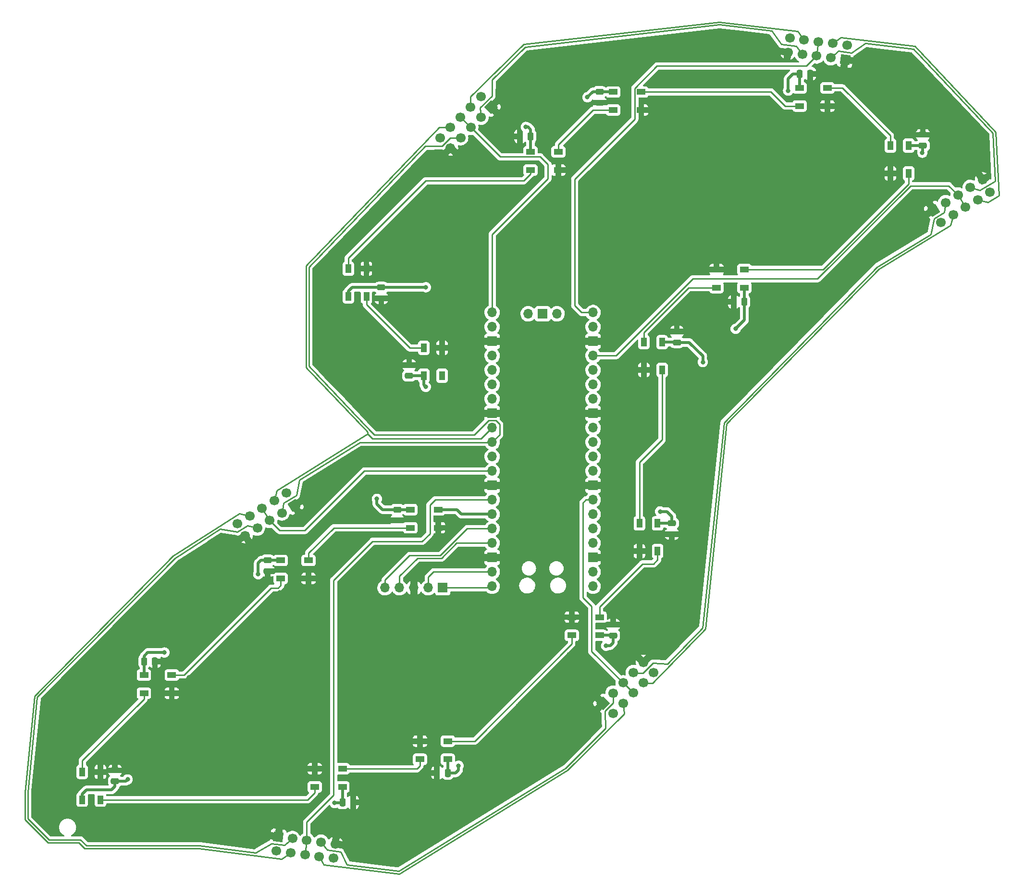
<source format=gbr>
%TF.GenerationSoftware,KiCad,Pcbnew,(6.0.1)*%
%TF.CreationDate,2022-03-23T16:25:01+01:00*%
%TF.ProjectId,pcb_v1,7063625f-7631-42e6-9b69-6361645f7063,v1*%
%TF.SameCoordinates,Original*%
%TF.FileFunction,Copper,L1,Top*%
%TF.FilePolarity,Positive*%
%FSLAX46Y46*%
G04 Gerber Fmt 4.6, Leading zero omitted, Abs format (unit mm)*
G04 Created by KiCad (PCBNEW (6.0.1)) date 2022-03-23 16:25:01*
%MOMM*%
%LPD*%
G01*
G04 APERTURE LIST*
G04 Aperture macros list*
%AMRoundRect*
0 Rectangle with rounded corners*
0 $1 Rounding radius*
0 $2 $3 $4 $5 $6 $7 $8 $9 X,Y pos of 4 corners*
0 Add a 4 corners polygon primitive as box body*
4,1,4,$2,$3,$4,$5,$6,$7,$8,$9,$2,$3,0*
0 Add four circle primitives for the rounded corners*
1,1,$1+$1,$2,$3*
1,1,$1+$1,$4,$5*
1,1,$1+$1,$6,$7*
1,1,$1+$1,$8,$9*
0 Add four rect primitives between the rounded corners*
20,1,$1+$1,$2,$3,$4,$5,0*
20,1,$1+$1,$4,$5,$6,$7,0*
20,1,$1+$1,$6,$7,$8,$9,0*
20,1,$1+$1,$8,$9,$2,$3,0*%
%AMHorizOval*
0 Thick line with rounded ends*
0 $1 width*
0 $2 $3 position (X,Y) of the first rounded end (center of the circle)*
0 $4 $5 position (X,Y) of the second rounded end (center of the circle)*
0 Add line between two ends*
20,1,$1,$2,$3,$4,$5,0*
0 Add two circle primitives to create the rounded ends*
1,1,$1,$2,$3*
1,1,$1,$4,$5*%
%AMRotRect*
0 Rectangle, with rotation*
0 The origin of the aperture is its center*
0 $1 length*
0 $2 width*
0 $3 Rotation angle, in degrees counterclockwise*
0 Add horizontal line*
21,1,$1,$2,0,0,$3*%
G04 Aperture macros list end*
%TA.AperFunction,NonConductor*%
%ADD10C,0.020000*%
%TD*%
%TA.AperFunction,SMDPad,CuDef*%
%ADD11RoundRect,0.250000X0.475000X-0.250000X0.475000X0.250000X-0.475000X0.250000X-0.475000X-0.250000X0*%
%TD*%
%TA.AperFunction,SMDPad,CuDef*%
%ADD12R,1.500000X1.000000*%
%TD*%
%TA.AperFunction,SMDPad,CuDef*%
%ADD13RoundRect,0.250000X-0.475000X0.250000X-0.475000X-0.250000X0.475000X-0.250000X0.475000X0.250000X0*%
%TD*%
%TA.AperFunction,SMDPad,CuDef*%
%ADD14RoundRect,0.250000X-0.250000X-0.475000X0.250000X-0.475000X0.250000X0.475000X-0.250000X0.475000X0*%
%TD*%
%TA.AperFunction,SMDPad,CuDef*%
%ADD15R,1.000000X1.500000*%
%TD*%
%TA.AperFunction,SMDPad,CuDef*%
%ADD16RoundRect,0.250000X0.250000X0.475000X-0.250000X0.475000X-0.250000X-0.475000X0.250000X-0.475000X0*%
%TD*%
%TA.AperFunction,ComponentPad*%
%ADD17R,1.700000X1.700000*%
%TD*%
%TA.AperFunction,ComponentPad*%
%ADD18O,1.700000X1.700000*%
%TD*%
%TA.AperFunction,ComponentPad*%
%ADD19RotRect,1.700000X1.700000X262.800000*%
%TD*%
%TA.AperFunction,ComponentPad*%
%ADD20HorizOval,1.700000X0.000000X0.000000X0.000000X0.000000X0*%
%TD*%
%TA.AperFunction,ComponentPad*%
%ADD21RotRect,1.700000X1.700000X121.800000*%
%TD*%
%TA.AperFunction,ComponentPad*%
%ADD22HorizOval,1.700000X0.000000X0.000000X0.000000X0.000000X0*%
%TD*%
%TA.AperFunction,ComponentPad*%
%ADD23RotRect,1.700000X1.700000X82.800000*%
%TD*%
%TA.AperFunction,ComponentPad*%
%ADD24HorizOval,1.700000X0.000000X0.000000X0.000000X0.000000X0*%
%TD*%
%TA.AperFunction,ComponentPad*%
%ADD25RotRect,1.700000X1.700000X135.300000*%
%TD*%
%TA.AperFunction,ComponentPad*%
%ADD26HorizOval,1.700000X0.000000X0.000000X0.000000X0.000000X0*%
%TD*%
%TA.AperFunction,ComponentPad*%
%ADD27RotRect,1.700000X1.700000X301.800000*%
%TD*%
%TA.AperFunction,ComponentPad*%
%ADD28HorizOval,1.700000X0.000000X0.000000X0.000000X0.000000X0*%
%TD*%
%TA.AperFunction,ComponentPad*%
%ADD29RotRect,1.700000X1.700000X315.300000*%
%TD*%
%TA.AperFunction,ComponentPad*%
%ADD30HorizOval,1.700000X0.000000X0.000000X0.000000X0.000000X0*%
%TD*%
%TA.AperFunction,ViaPad*%
%ADD31C,0.800000*%
%TD*%
%TA.AperFunction,Conductor*%
%ADD32C,0.500000*%
%TD*%
%TA.AperFunction,Conductor*%
%ADD33C,0.250000*%
%TD*%
G04 APERTURE END LIST*
D10*
X141720500Y-45150000D02*
G75*
G03*
X141720500Y-45150000I-500J0D01*
G01*
D11*
%TO.P,C13,1*%
%TO.N,GND*%
X166390000Y-42720000D03*
%TO.P,C13,2*%
%TO.N,+5V*%
X166390000Y-40820000D03*
%TD*%
D12*
%TO.P,D10,1,VDD*%
%TO.N,+5V*%
X191900000Y-75325000D03*
%TO.P,D10,2,DOUT*%
%TO.N,Net-(D10-Pad2)*%
X191900000Y-72125000D03*
%TO.P,D10,3,VSS*%
%TO.N,GND*%
X187000000Y-72125000D03*
%TO.P,D10,4,DIN*%
%TO.N,Net-(D10-Pad4)*%
X187000000Y-75325000D03*
%TD*%
D13*
%TO.P,C4,1*%
%TO.N,GND*%
X81000000Y-160400000D03*
%TO.P,C4,2*%
%TO.N,+5V*%
X81000000Y-162300000D03*
%TD*%
D12*
%TO.P,D2,1,VDD*%
%TO.N,+5V*%
X110200000Y-123400000D03*
%TO.P,D2,2,DOUT*%
%TO.N,Net-(D2-Pad2)*%
X110200000Y-126600000D03*
%TO.P,D2,3,VSS*%
%TO.N,GND*%
X115100000Y-126600000D03*
%TO.P,D2,4,DIN*%
%TO.N,Net-(D1-Pad2)*%
X115100000Y-123400000D03*
%TD*%
D14*
%TO.P,C14,1*%
%TO.N,GND*%
X152340000Y-48670000D03*
%TO.P,C14,2*%
%TO.N,+5V*%
X154240000Y-48670000D03*
%TD*%
D13*
%TO.P,C9,1*%
%TO.N,GND*%
X180000000Y-83080000D03*
%TO.P,C9,2*%
%TO.N,+5V*%
X180000000Y-84980000D03*
%TD*%
D15*
%TO.P,D16,1,VDD*%
%TO.N,+5V*%
X135425000Y-90850000D03*
%TO.P,D16,2,DOUT*%
%TO.N,unconnected-(D16-Pad2)*%
X138625000Y-90850000D03*
%TO.P,D16,3,VSS*%
%TO.N,GND*%
X138625000Y-85950000D03*
%TO.P,D16,4,DIN*%
%TO.N,Net-(D15-Pad2)*%
X135425000Y-85950000D03*
%TD*%
D13*
%TO.P,C11,1*%
%TO.N,GND*%
X223340000Y-48390000D03*
%TO.P,C11,2*%
%TO.N,+5V*%
X223340000Y-50290000D03*
%TD*%
D16*
%TO.P,C5,1*%
%TO.N,GND*%
X122970000Y-166030000D03*
%TO.P,C5,2*%
%TO.N,+5V*%
X121070000Y-166030000D03*
%TD*%
D11*
%TO.P,C8,1*%
%TO.N,GND*%
X179120000Y-118770000D03*
%TO.P,C8,2*%
%TO.N,+5V*%
X179120000Y-116870000D03*
%TD*%
D12*
%TO.P,D7,1,VDD*%
%TO.N,+5V*%
X166375000Y-136600000D03*
%TO.P,D7,2,DOUT*%
%TO.N,Net-(D7-Pad2)*%
X166375000Y-133400000D03*
%TO.P,D7,3,VSS*%
%TO.N,GND*%
X161475000Y-133400000D03*
%TO.P,D7,4,DIN*%
%TO.N,Net-(D6-Pad2)*%
X161475000Y-136600000D03*
%TD*%
%TO.P,D12,1,VDD*%
%TO.N,+5V*%
X201625000Y-40125000D03*
%TO.P,D12,2,DOUT*%
%TO.N,Net-(D12-Pad2)*%
X201625000Y-43325000D03*
%TO.P,D12,3,VSS*%
%TO.N,GND*%
X206525000Y-43325000D03*
%TO.P,D12,4,DIN*%
%TO.N,Net-(D11-Pad2)*%
X206525000Y-40125000D03*
%TD*%
D16*
%TO.P,C12,1*%
%TO.N,GND*%
X203520000Y-37660000D03*
%TO.P,C12,2*%
%TO.N,+5V*%
X201620000Y-37660000D03*
%TD*%
D12*
%TO.P,D6,1,VDD*%
%TO.N,+5V*%
X139625000Y-158450000D03*
%TO.P,D6,2,DOUT*%
%TO.N,Net-(D6-Pad2)*%
X139625000Y-155250000D03*
%TO.P,D6,3,VSS*%
%TO.N,GND*%
X134725000Y-155250000D03*
%TO.P,D6,4,DIN*%
%TO.N,Net-(D5-Pad2)*%
X134725000Y-158450000D03*
%TD*%
D13*
%TO.P,C16,1*%
%TO.N,GND*%
X132830000Y-88960000D03*
%TO.P,C16,2*%
%TO.N,+5V*%
X132830000Y-90860000D03*
%TD*%
D14*
%TO.P,C10,1*%
%TO.N,GND*%
X190010000Y-77840000D03*
%TO.P,C10,2*%
%TO.N,+5V*%
X191910000Y-77840000D03*
%TD*%
D15*
%TO.P,D4,1,VDD*%
%TO.N,+5V*%
X75225000Y-165575000D03*
%TO.P,D4,2,DOUT*%
%TO.N,Net-(D4-Pad2)*%
X78425000Y-165575000D03*
%TO.P,D4,3,VSS*%
%TO.N,GND*%
X78425000Y-160675000D03*
%TO.P,D4,4,DIN*%
%TO.N,Net-(D3-Pad2)*%
X75225000Y-160675000D03*
%TD*%
D11*
%TO.P,C2,1*%
%TO.N,GND*%
X107880000Y-125280000D03*
%TO.P,C2,2*%
%TO.N,+5V*%
X107880000Y-123380000D03*
%TD*%
%TO.P,C15,1*%
%TO.N,GND*%
X127920000Y-77200000D03*
%TO.P,C15,2*%
%TO.N,+5V*%
X127920000Y-75300000D03*
%TD*%
D12*
%TO.P,D14,1,VDD*%
%TO.N,+5V*%
X154225000Y-51400000D03*
%TO.P,D14,2,DOUT*%
%TO.N,Net-(D14-Pad2)*%
X154225000Y-54600000D03*
%TO.P,D14,3,VSS*%
%TO.N,GND*%
X159125000Y-54600000D03*
%TO.P,D14,4,DIN*%
%TO.N,Net-(D13-Pad2)*%
X159125000Y-51400000D03*
%TD*%
D13*
%TO.P,C7,1*%
%TO.N,GND*%
X168760000Y-134720000D03*
%TO.P,C7,2*%
%TO.N,+5V*%
X168760000Y-136620000D03*
%TD*%
D14*
%TO.P,C6,1*%
%TO.N,GND*%
X137730000Y-160840000D03*
%TO.P,C6,2*%
%TO.N,+5V*%
X139630000Y-160840000D03*
%TD*%
D16*
%TO.P,C3,1*%
%TO.N,GND*%
X88040000Y-141200000D03*
%TO.P,C3,2*%
%TO.N,+5V*%
X86140000Y-141200000D03*
%TD*%
D15*
%TO.P,D11,1,VDD*%
%TO.N,+5V*%
X220825000Y-50300000D03*
%TO.P,D11,2,DOUT*%
%TO.N,Net-(D11-Pad2)*%
X217625000Y-50300000D03*
%TO.P,D11,3,VSS*%
%TO.N,GND*%
X217625000Y-55200000D03*
%TO.P,D11,4,DIN*%
%TO.N,Net-(D10-Pad2)*%
X220825000Y-55200000D03*
%TD*%
D12*
%TO.P,D1,1,VDD*%
%TO.N,+5V*%
X133025000Y-114450000D03*
%TO.P,D1,2,DOUT*%
%TO.N,Net-(D1-Pad2)*%
X133025000Y-117650000D03*
%TO.P,D1,3,VSS*%
%TO.N,GND*%
X137925000Y-117650000D03*
%TO.P,D1,4,DIN*%
%TO.N,/RGB_IN*%
X137925000Y-114450000D03*
%TD*%
%TO.P,D5,1,VDD*%
%TO.N,+5V*%
X121075000Y-163325000D03*
%TO.P,D5,2,DOUT*%
%TO.N,Net-(D5-Pad2)*%
X121075000Y-160125000D03*
%TO.P,D5,3,VSS*%
%TO.N,GND*%
X116175000Y-160125000D03*
%TO.P,D5,4,DIN*%
%TO.N,Net-(D4-Pad2)*%
X116175000Y-163325000D03*
%TD*%
D15*
%TO.P,D8,1,VDD*%
%TO.N,+5V*%
X176600000Y-116875000D03*
%TO.P,D8,2,DOUT*%
%TO.N,Net-(D8-Pad2)*%
X173400000Y-116875000D03*
%TO.P,D8,3,VSS*%
%TO.N,GND*%
X173400000Y-121775000D03*
%TO.P,D8,4,DIN*%
%TO.N,Net-(D7-Pad2)*%
X176600000Y-121775000D03*
%TD*%
D11*
%TO.P,C1,1*%
%TO.N,GND*%
X130720000Y-116340000D03*
%TO.P,C1,2*%
%TO.N,+5V*%
X130720000Y-114440000D03*
%TD*%
D15*
%TO.P,D9,1,VDD*%
%TO.N,+5V*%
X177400000Y-84950000D03*
%TO.P,D9,2,DOUT*%
%TO.N,Net-(D10-Pad4)*%
X174200000Y-84950000D03*
%TO.P,D9,3,VSS*%
%TO.N,GND*%
X174200000Y-89850000D03*
%TO.P,D9,4,DIN*%
%TO.N,Net-(D8-Pad2)*%
X177400000Y-89850000D03*
%TD*%
D12*
%TO.P,D3,1,VDD*%
%TO.N,+5V*%
X86100000Y-143600000D03*
%TO.P,D3,2,DOUT*%
%TO.N,Net-(D3-Pad2)*%
X86100000Y-146800000D03*
%TO.P,D3,3,VSS*%
%TO.N,GND*%
X91000000Y-146800000D03*
%TO.P,D3,4,DIN*%
%TO.N,Net-(D2-Pad2)*%
X91000000Y-143600000D03*
%TD*%
D15*
%TO.P,D15,1,VDD*%
%TO.N,+5V*%
X122100000Y-76900000D03*
%TO.P,D15,2,DOUT*%
%TO.N,Net-(D15-Pad2)*%
X125300000Y-76900000D03*
%TO.P,D15,3,VSS*%
%TO.N,GND*%
X125300000Y-72000000D03*
%TO.P,D15,4,DIN*%
%TO.N,Net-(D14-Pad2)*%
X122100000Y-72000000D03*
%TD*%
D12*
%TO.P,D13,1,VDD*%
%TO.N,+5V*%
X168775000Y-40850000D03*
%TO.P,D13,2,DOUT*%
%TO.N,Net-(D13-Pad2)*%
X168775000Y-44050000D03*
%TO.P,D13,3,VSS*%
%TO.N,GND*%
X173675000Y-44050000D03*
%TO.P,D13,4,DIN*%
%TO.N,Net-(D12-Pad2)*%
X173675000Y-40850000D03*
%TD*%
D17*
%TO.P,J8,1,Pin_1*%
%TO.N,/RX*%
X138750000Y-128220000D03*
D18*
%TO.P,J8,2,Pin_2*%
%TO.N,/CS*%
X136210000Y-128220000D03*
%TO.P,J8,3,Pin_3*%
%TO.N,GND*%
X133670000Y-128220000D03*
%TO.P,J8,4,Pin_4*%
%TO.N,/CSK*%
X131130000Y-128220000D03*
%TO.P,J8,5,Pin_5*%
%TO.N,/TX*%
X128590000Y-128220000D03*
%TD*%
D19*
%TO.P,J2,1,Pin_1*%
%TO.N,GND*%
X109748404Y-172103336D03*
D20*
%TO.P,J2,2,Pin_2*%
%TO.N,+24V*%
X109430058Y-174623307D03*
%TO.P,J2,3,Pin_3*%
%TO.N,/SDA*%
X112268375Y-172421682D03*
%TO.P,J2,4,Pin_4*%
%TO.N,/SCL*%
X111950029Y-174941654D03*
%TO.P,J2,5,Pin_5*%
%TO.N,/SEL2*%
X114788347Y-172740029D03*
%TO.P,J2,6,Pin_6*%
X114470000Y-175260000D03*
%TO.P,J2,7,Pin_7*%
%TO.N,/SDA*%
X117308318Y-173058375D03*
%TO.P,J2,8,Pin_8*%
%TO.N,/SCL*%
X116989972Y-175578347D03*
%TO.P,J2,9,Pin_9*%
%TO.N,GND*%
X119828289Y-173376722D03*
%TO.P,J2,10,Pin_10*%
%TO.N,+24V*%
X119509943Y-175896693D03*
%TD*%
D21*
%TO.P,J1,1,Pin_1*%
%TO.N,GND*%
X112555923Y-113691792D03*
D22*
%TO.P,J1,2,Pin_2*%
%TO.N,+24V*%
X111217455Y-111533065D03*
%TO.P,J1,3,Pin_3*%
%TO.N,/SDA*%
X110397196Y-115030260D03*
%TO.P,J1,4,Pin_4*%
%TO.N,/SCL*%
X109058728Y-112871532D03*
%TO.P,J1,5,Pin_5*%
%TO.N,/SEL1*%
X108238468Y-116368727D03*
%TO.P,J1,6,Pin_6*%
X106900000Y-114210000D03*
%TO.P,J1,7,Pin_7*%
%TO.N,/SDA*%
X106079741Y-117707195D03*
%TO.P,J1,8,Pin_8*%
%TO.N,/SCL*%
X104741273Y-115548468D03*
%TO.P,J1,9,Pin_9*%
%TO.N,GND*%
X103921013Y-119045663D03*
%TO.P,J1,10,Pin_10*%
%TO.N,+24V*%
X102582546Y-116886935D03*
%TD*%
D23*
%TO.P,J5,1,Pin_1*%
%TO.N,GND*%
X209651596Y-35136664D03*
D24*
%TO.P,J5,2,Pin_2*%
%TO.N,+24V*%
X209969942Y-32616693D03*
%TO.P,J5,3,Pin_3*%
%TO.N,/SDA*%
X207131625Y-34818318D03*
%TO.P,J5,4,Pin_4*%
%TO.N,/SCL*%
X207449971Y-32298346D03*
%TO.P,J5,5,Pin_5*%
%TO.N,/SEL5*%
X204611653Y-34499971D03*
%TO.P,J5,6,Pin_6*%
X204930000Y-31980000D03*
%TO.P,J5,7,Pin_7*%
%TO.N,/SDA*%
X202091682Y-34181625D03*
%TO.P,J5,8,Pin_8*%
%TO.N,/SCL*%
X202410028Y-31661653D03*
%TO.P,J5,9,Pin_9*%
%TO.N,GND*%
X199571711Y-33863278D03*
%TO.P,J5,10,Pin_10*%
%TO.N,+24V*%
X199890057Y-31343307D03*
%TD*%
D25*
%TO.P,J6,1,Pin_1*%
%TO.N,GND*%
X147258676Y-43485761D03*
D26*
%TO.P,J6,2,Pin_2*%
%TO.N,+24V*%
X145453245Y-41699138D03*
%TO.P,J6,3,Pin_3*%
%TO.N,/SDA*%
X145472053Y-45291192D03*
%TO.P,J6,4,Pin_4*%
%TO.N,/SCL*%
X143666623Y-43504569D03*
%TO.P,J6,5,Pin_5*%
%TO.N,/SEL6*%
X143685431Y-47096622D03*
%TO.P,J6,6,Pin_6*%
X141880000Y-45310000D03*
%TO.P,J6,7,Pin_7*%
%TO.N,/SDA*%
X141898808Y-48902053D03*
%TO.P,J6,8,Pin_8*%
%TO.N,/SCL*%
X140093378Y-47115430D03*
%TO.P,J6,9,Pin_9*%
%TO.N,GND*%
X140112186Y-50707484D03*
%TO.P,J6,10,Pin_10*%
%TO.N,+24V*%
X138306755Y-48920861D03*
%TD*%
D18*
%TO.P,U1,43,SWDIO*%
%TO.N,unconnected-(U1-Pad43)*%
X158890000Y-79935000D03*
D17*
%TO.P,U1,42,GND*%
%TO.N,unconnected-(U1-Pad42)*%
X156350000Y-79935000D03*
D18*
%TO.P,U1,41,SWCLK*%
%TO.N,unconnected-(U1-Pad41)*%
X153810000Y-79935000D03*
%TO.P,U1,40,VBUS*%
%TO.N,unconnected-(U1-Pad40)*%
X165240000Y-127965000D03*
%TO.P,U1,39,VSYS*%
%TO.N,+5V*%
X165240000Y-125425000D03*
D17*
%TO.P,U1,38,GND*%
%TO.N,GND*%
X165240000Y-122885000D03*
D18*
%TO.P,U1,37,3V3_EN*%
%TO.N,unconnected-(U1-Pad37)*%
X165240000Y-120345000D03*
%TO.P,U1,36,3V3*%
%TO.N,+3V3*%
X165240000Y-117805000D03*
%TO.P,U1,35,ADC_VREF*%
%TO.N,unconnected-(U1-Pad35)*%
X165240000Y-115265000D03*
%TO.P,U1,34,GPIO28_ADC2*%
%TO.N,/SEL3*%
X165240000Y-112725000D03*
D17*
%TO.P,U1,33,AGND*%
%TO.N,GND*%
X165240000Y-110185000D03*
D18*
%TO.P,U1,32,GPIO27_ADC1*%
%TO.N,unconnected-(U1-Pad32)*%
X165240000Y-107645000D03*
%TO.P,U1,31,GPIO26_ADC0*%
%TO.N,unconnected-(U1-Pad31)*%
X165240000Y-105105000D03*
%TO.P,U1,30,RUN*%
%TO.N,unconnected-(U1-Pad30)*%
X165240000Y-102565000D03*
%TO.P,U1,29,GPIO22*%
%TO.N,unconnected-(U1-Pad29)*%
X165240000Y-100025000D03*
D17*
%TO.P,U1,28,GND*%
%TO.N,GND*%
X165240000Y-97485000D03*
D18*
%TO.P,U1,27,GPIO21*%
%TO.N,unconnected-(U1-Pad27)*%
X165240000Y-94945000D03*
%TO.P,U1,26,GPIO20*%
%TO.N,unconnected-(U1-Pad26)*%
X165240000Y-92405000D03*
%TO.P,U1,25,GPIO19*%
%TO.N,unconnected-(U1-Pad25)*%
X165240000Y-89865000D03*
%TO.P,U1,24,GPIO18*%
%TO.N,/SEL4*%
X165240000Y-87325000D03*
D17*
%TO.P,U1,23,GND*%
%TO.N,GND*%
X165240000Y-84785000D03*
D18*
%TO.P,U1,22,GPIO17*%
%TO.N,unconnected-(U1-Pad22)*%
X165240000Y-82245000D03*
%TO.P,U1,21,GPIO16*%
%TO.N,/SEL5*%
X165240000Y-79705000D03*
%TO.P,U1,20,GPIO15*%
%TO.N,/SEL6*%
X147460000Y-79705000D03*
%TO.P,U1,19,GPIO14*%
%TO.N,unconnected-(U1-Pad19)*%
X147460000Y-82245000D03*
D17*
%TO.P,U1,18,GND*%
%TO.N,GND*%
X147460000Y-84785000D03*
D18*
%TO.P,U1,17,GPIO13*%
%TO.N,unconnected-(U1-Pad17)*%
X147460000Y-87325000D03*
%TO.P,U1,16,GPIO12*%
%TO.N,unconnected-(U1-Pad16)*%
X147460000Y-89865000D03*
%TO.P,U1,15,GPIO11*%
%TO.N,unconnected-(U1-Pad15)*%
X147460000Y-92405000D03*
%TO.P,U1,14,GPIO10*%
%TO.N,unconnected-(U1-Pad14)*%
X147460000Y-94945000D03*
D17*
%TO.P,U1,13,GND*%
%TO.N,GND*%
X147460000Y-97485000D03*
D18*
%TO.P,U1,12,GPIO9*%
%TO.N,/SCL*%
X147460000Y-100025000D03*
%TO.P,U1,11,GPIO8*%
%TO.N,/SDA*%
X147460000Y-102565000D03*
%TO.P,U1,10,GPIO7*%
%TO.N,unconnected-(U1-Pad10)*%
X147460000Y-105105000D03*
%TO.P,U1,9,GPIO6*%
%TO.N,/SEL1*%
X147460000Y-107645000D03*
D17*
%TO.P,U1,8,GND*%
%TO.N,GND*%
X147460000Y-110185000D03*
D18*
%TO.P,U1,7,GPIO5*%
%TO.N,/SEL2*%
X147460000Y-112725000D03*
%TO.P,U1,6,GPIO4*%
%TO.N,/RGB_IN*%
X147460000Y-115265000D03*
%TO.P,U1,5,GPIO3*%
%TO.N,/TX*%
X147460000Y-117805000D03*
%TO.P,U1,4,GPIO2*%
%TO.N,/CSK*%
X147460000Y-120345000D03*
D17*
%TO.P,U1,3,GND*%
%TO.N,GND*%
X147460000Y-122885000D03*
D18*
%TO.P,U1,2,GPIO1*%
%TO.N,/CS*%
X147460000Y-125425000D03*
%TO.P,U1,1,GPIO0*%
%TO.N,/RX*%
X147460000Y-127965000D03*
%TD*%
D27*
%TO.P,J4,1,Pin_1*%
%TO.N,GND*%
X225214077Y-61688208D03*
D28*
%TO.P,J4,2,Pin_2*%
%TO.N,+24V*%
X226552545Y-63846935D03*
%TO.P,J4,3,Pin_3*%
%TO.N,/SDA*%
X227372804Y-60349740D03*
%TO.P,J4,4,Pin_4*%
%TO.N,/SCL*%
X228711272Y-62508468D03*
%TO.P,J4,5,Pin_5*%
%TO.N,/SEL4*%
X229531532Y-59011273D03*
%TO.P,J4,6,Pin_6*%
X230870000Y-61170000D03*
%TO.P,J4,7,Pin_7*%
%TO.N,/SDA*%
X231690259Y-57672805D03*
%TO.P,J4,8,Pin_8*%
%TO.N,/SCL*%
X233028727Y-59831532D03*
%TO.P,J4,9,Pin_9*%
%TO.N,GND*%
X233848987Y-56334337D03*
%TO.P,J4,10,Pin_10*%
%TO.N,+24V*%
X235187454Y-58493065D03*
%TD*%
D29*
%TO.P,J3,1,Pin_1*%
%TO.N,GND*%
X166971324Y-148584239D03*
D30*
%TO.P,J3,2,Pin_2*%
%TO.N,+24V*%
X168776755Y-150370862D03*
%TO.P,J3,3,Pin_3*%
%TO.N,/SDA*%
X168757947Y-146778808D03*
%TO.P,J3,4,Pin_4*%
%TO.N,/SCL*%
X170563377Y-148565431D03*
%TO.P,J3,5,Pin_5*%
%TO.N,/SEL3*%
X170544569Y-144973378D03*
%TO.P,J3,6,Pin_6*%
X172350000Y-146760000D03*
%TO.P,J3,7,Pin_7*%
%TO.N,/SDA*%
X172331192Y-143167947D03*
%TO.P,J3,8,Pin_8*%
%TO.N,/SCL*%
X174136622Y-144954570D03*
%TO.P,J3,9,Pin_9*%
%TO.N,GND*%
X174117814Y-141362516D03*
%TO.P,J3,10,Pin_10*%
%TO.N,+24V*%
X175923245Y-143149139D03*
%TD*%
D31*
%TO.N,GND*%
X150000000Y-76000000D03*
X122000000Y-128000000D03*
X210000000Y-53000000D03*
X162000000Y-92000000D03*
X98000000Y-144000000D03*
X200000000Y-47000000D03*
X110000000Y-160000000D03*
X140000000Y-73000000D03*
X110000000Y-129000000D03*
X143000000Y-88000000D03*
X139000000Y-140000000D03*
X127000000Y-124000000D03*
X122000000Y-144000000D03*
X174000000Y-80000000D03*
X131000000Y-144000000D03*
X114000000Y-132000000D03*
X190000000Y-49000000D03*
X172500000Y-51000000D03*
X138000000Y-120000000D03*
X123000000Y-95000000D03*
X143000000Y-136000000D03*
X159000000Y-65000000D03*
X140000000Y-92000000D03*
X131000000Y-140000000D03*
X172000000Y-128000000D03*
X147000000Y-140000000D03*
X162000000Y-104000000D03*
X168000000Y-132000000D03*
X155000000Y-88000000D03*
X123000000Y-88000000D03*
X187000000Y-66000000D03*
X122000000Y-152000000D03*
X198000000Y-49000000D03*
X135000000Y-125000000D03*
X214000000Y-49000000D03*
X90000000Y-149000000D03*
X162000000Y-128000000D03*
X143000000Y-65000000D03*
X170000000Y-114000000D03*
X219000000Y-53000000D03*
X189500000Y-72000000D03*
X93000000Y-142000000D03*
X139000000Y-136000000D03*
X210000000Y-49000000D03*
X210000000Y-46000000D03*
X211000000Y-61000000D03*
X150000000Y-88000000D03*
X102000000Y-160000000D03*
X118000000Y-156000000D03*
X118000000Y-144000000D03*
X170000000Y-84000000D03*
X206000000Y-45000000D03*
X150000000Y-92000000D03*
X135000000Y-116000000D03*
X147000000Y-136000000D03*
X127000000Y-156000000D03*
X170000000Y-122000000D03*
X159000000Y-73000000D03*
X164000000Y-76000000D03*
X139000000Y-132000000D03*
X146000000Y-69000000D03*
X112500000Y-126500000D03*
X126000000Y-128000000D03*
X106000000Y-156000000D03*
X143000000Y-105000000D03*
X114000000Y-140000000D03*
X117000000Y-76000000D03*
X143000000Y-152000000D03*
X180000000Y-87500000D03*
X131000000Y-148000000D03*
X162000000Y-84000000D03*
X171000000Y-45000000D03*
X110000000Y-132000000D03*
X131000000Y-136000000D03*
X162000000Y-131000000D03*
X170000000Y-90000000D03*
X127000000Y-162000000D03*
X140000000Y-100000000D03*
X143000000Y-80000000D03*
X117000000Y-84000000D03*
X177000000Y-51000000D03*
X139000000Y-152000000D03*
X162000000Y-96000000D03*
X155000000Y-120000000D03*
X99000000Y-141000000D03*
X118000000Y-124000000D03*
X147000000Y-144000000D03*
X151000000Y-128000000D03*
X151500000Y-54500000D03*
X158000000Y-120000000D03*
X143000000Y-69000000D03*
X118000000Y-128000000D03*
X110000000Y-144000000D03*
X140000000Y-84000000D03*
X161000000Y-140000000D03*
X127000000Y-144000000D03*
X174000000Y-98000000D03*
X151000000Y-65000000D03*
X120000000Y-80000000D03*
X184000000Y-66000000D03*
X151000000Y-73000000D03*
X131000000Y-156000000D03*
X158000000Y-92000000D03*
X189500000Y-75500000D03*
X140000000Y-96000000D03*
X98000000Y-152000000D03*
X127000000Y-148000000D03*
X160000000Y-47000000D03*
X155000000Y-84000000D03*
X94000000Y-156000000D03*
X68500000Y-149000000D03*
X140000000Y-110000000D03*
X174500000Y-48000000D03*
X102000000Y-140000000D03*
X122000000Y-136000000D03*
X94000000Y-148000000D03*
X202000000Y-53000000D03*
X162000000Y-49000000D03*
X151000000Y-112000000D03*
X159000000Y-57000000D03*
X158000000Y-100000000D03*
X127000000Y-152000000D03*
X127000000Y-136000000D03*
X181000000Y-72000000D03*
X69000000Y-166500000D03*
X211000000Y-57000000D03*
X110000000Y-136000000D03*
X159000000Y-69000000D03*
X194000000Y-49000000D03*
X143000000Y-144000000D03*
X124000000Y-162000000D03*
X177000000Y-45000000D03*
X143000000Y-73000000D03*
X140000000Y-76000000D03*
X101000000Y-134000000D03*
X122000000Y-148000000D03*
X170000000Y-80000000D03*
X118000000Y-140000000D03*
X184000000Y-72000000D03*
X106000000Y-144000000D03*
X146000000Y-73000000D03*
X123000000Y-92000000D03*
X120000000Y-88000000D03*
X147000000Y-132000000D03*
X68500000Y-152500000D03*
X155000000Y-61000000D03*
X175800000Y-87410000D03*
X90000000Y-159000000D03*
X167000000Y-76000000D03*
X131000000Y-132000000D03*
X158000000Y-136000000D03*
X155000000Y-108000000D03*
X158000000Y-84000000D03*
X122000000Y-121000000D03*
X135000000Y-132000000D03*
X170000000Y-110000000D03*
X172500000Y-57000000D03*
X150000000Y-80000000D03*
X162000000Y-88000000D03*
X192000000Y-46000000D03*
X94000000Y-152000000D03*
X183130000Y-82630000D03*
X155000000Y-104000000D03*
X130000000Y-162000000D03*
X135000000Y-144000000D03*
X211000000Y-64000000D03*
X68500000Y-159500000D03*
X162000000Y-112000000D03*
X146000000Y-65000000D03*
X180090000Y-80670000D03*
X155000000Y-132000000D03*
X120000000Y-84000000D03*
X162000000Y-81000000D03*
X177000000Y-66000000D03*
X98000000Y-160000000D03*
X143000000Y-132000000D03*
X155000000Y-140000000D03*
X150000000Y-61000000D03*
X123000000Y-80000000D03*
X143000000Y-100000000D03*
X143000000Y-148000000D03*
X122000000Y-132000000D03*
X140000000Y-69000000D03*
X114000000Y-129000000D03*
X106000000Y-136000000D03*
X110000000Y-156000000D03*
X172500000Y-66000000D03*
X114000000Y-156000000D03*
X102000000Y-148000000D03*
X151000000Y-116000000D03*
X131000000Y-121500000D03*
X135000000Y-136000000D03*
X202000000Y-45000000D03*
X170000000Y-98000000D03*
X158000000Y-116000000D03*
X123000000Y-84000000D03*
X138000000Y-124000000D03*
X207500000Y-68000000D03*
X139000000Y-148000000D03*
X110000000Y-140000000D03*
X177000000Y-69000000D03*
X158000000Y-132000000D03*
X146000000Y-76000000D03*
X114000000Y-136000000D03*
X158000000Y-49000000D03*
X164000000Y-73000000D03*
X123000000Y-66000000D03*
X118000000Y-152000000D03*
X127000000Y-132000000D03*
X103000000Y-132000000D03*
X195000000Y-79500000D03*
X95000000Y-140000000D03*
X143000000Y-84000000D03*
X157000000Y-144000000D03*
X151000000Y-140000000D03*
X162000000Y-53000000D03*
X170000000Y-94000000D03*
X206000000Y-53000000D03*
X174000000Y-102000000D03*
X155000000Y-100000000D03*
X214000000Y-61000000D03*
X177500000Y-82500000D03*
X106000000Y-148000000D03*
X181000000Y-66000000D03*
X102000000Y-144000000D03*
X162000000Y-100000000D03*
X154000000Y-57000000D03*
X125000000Y-119000000D03*
X158000000Y-112000000D03*
X120000000Y-69000000D03*
X118000000Y-132000000D03*
X150000000Y-84000000D03*
X68500000Y-156000000D03*
X155000000Y-112000000D03*
X94000000Y-144000000D03*
X127000000Y-140000000D03*
X97000000Y-138000000D03*
X150000000Y-58000000D03*
X155000000Y-123000000D03*
X177000000Y-54000000D03*
X151000000Y-69000000D03*
X151000000Y-124000000D03*
X114000000Y-144000000D03*
X120000000Y-76000000D03*
X151000000Y-108000000D03*
X162000000Y-120000000D03*
X158000000Y-123000000D03*
X131000000Y-152000000D03*
X98000000Y-148000000D03*
X143000000Y-140000000D03*
X192000000Y-43500000D03*
X214000000Y-53000000D03*
X181000000Y-69000000D03*
X135000000Y-152000000D03*
X151000000Y-136000000D03*
X162000000Y-108000000D03*
X117000000Y-88000000D03*
X122000000Y-156000000D03*
X102000000Y-152000000D03*
X114000000Y-148000000D03*
X94000000Y-159500000D03*
X139000000Y-144000000D03*
X141000000Y-117000000D03*
X150000000Y-96000000D03*
X143000000Y-92000000D03*
X140000000Y-88000000D03*
X137000000Y-111000000D03*
X114000000Y-160000000D03*
X99000000Y-136000000D03*
X155000000Y-92000000D03*
X155000000Y-116000000D03*
X143000000Y-110000000D03*
X202000000Y-49000000D03*
X190000000Y-66000000D03*
X106000000Y-152000000D03*
X140000000Y-105000000D03*
X143000000Y-122000000D03*
X155000000Y-136000000D03*
X158000000Y-88000000D03*
X206000000Y-49000000D03*
X172500000Y-63000000D03*
X135000000Y-113000000D03*
X103000000Y-137000000D03*
X143000000Y-96000000D03*
X151000000Y-132000000D03*
X70500000Y-169000000D03*
X107000000Y-133000000D03*
X172500000Y-54000000D03*
X196500000Y-55500000D03*
X151000000Y-120000000D03*
X90000000Y-156000000D03*
X174500000Y-69000000D03*
X106000000Y-140000000D03*
X170000000Y-118000000D03*
X170000000Y-102000000D03*
X118000000Y-148000000D03*
X143000000Y-76000000D03*
X155000000Y-65000000D03*
X140000000Y-80000000D03*
X177000000Y-48000000D03*
X151000000Y-144000000D03*
X214000000Y-57000000D03*
X117000000Y-72000000D03*
X106000000Y-160000000D03*
X68500000Y-163500000D03*
X159000000Y-61000000D03*
X152000000Y-149000000D03*
X147000000Y-148000000D03*
X120000000Y-92000000D03*
X155000000Y-96000000D03*
X146000000Y-61000000D03*
X155000000Y-69000000D03*
X162000000Y-124000000D03*
X158000000Y-108000000D03*
X177000000Y-72000000D03*
X120000000Y-72000000D03*
X174000000Y-94000000D03*
X158000000Y-104000000D03*
X102000000Y-156000000D03*
X195000000Y-76500000D03*
X162000000Y-116000000D03*
X141000000Y-124000000D03*
X170000000Y-106000000D03*
X158000000Y-96000000D03*
X184000000Y-69000000D03*
X151000000Y-104000000D03*
X135000000Y-140000000D03*
X110000000Y-148000000D03*
X135000000Y-148000000D03*
X122000000Y-140000000D03*
X114000000Y-152000000D03*
X199000000Y-67500000D03*
X217000000Y-58000000D03*
X118000000Y-136000000D03*
X172500000Y-60000000D03*
X170000000Y-130000000D03*
X117000000Y-80000000D03*
X90000000Y-152000000D03*
X110000000Y-152000000D03*
X158000000Y-140000000D03*
X98000000Y-156000000D03*
%TO.N,+5V*%
X119694741Y-166145259D03*
X164244077Y-41764077D03*
X153383856Y-47013856D03*
X190360000Y-82590000D03*
X199612192Y-40617808D03*
X167525693Y-138435693D03*
X106231300Y-125831300D03*
X135772513Y-75257487D03*
X127141746Y-112561746D03*
X141527382Y-159587382D03*
X83230000Y-162010000D03*
X177054367Y-114774367D03*
X223251605Y-51548395D03*
X184566416Y-88456416D03*
X135776643Y-92813357D03*
X89717059Y-139637059D03*
%TD*%
D32*
%TO.N,/RGB_IN*%
X137925000Y-114450000D02*
X141240000Y-114450000D01*
X141240000Y-114450000D02*
X142055000Y-115265000D01*
X142055000Y-115265000D02*
X147460000Y-115265000D01*
%TO.N,+5V*%
X154240000Y-48670000D02*
X154240000Y-51385000D01*
X179970000Y-84950000D02*
X180000000Y-84980000D01*
X190360000Y-82590000D02*
X191910000Y-81040000D01*
X200450000Y-37660000D02*
X199612192Y-38497808D01*
X75960000Y-163860000D02*
X80360000Y-163860000D01*
X80360000Y-163860000D02*
X81000000Y-163220000D01*
X166390000Y-40820000D02*
X168745000Y-40820000D01*
X81000000Y-162300000D02*
X82940000Y-162300000D01*
X127141746Y-112561746D02*
X127141746Y-113431746D01*
X106231300Y-123888700D02*
X106231300Y-125831300D01*
X141527382Y-160332618D02*
X141020000Y-160840000D01*
X220825000Y-50300000D02*
X223330000Y-50300000D01*
X127962513Y-75257487D02*
X127920000Y-75300000D01*
X107880000Y-123380000D02*
X110200000Y-123400000D01*
X135772513Y-75257487D02*
X127962513Y-75257487D01*
X191900000Y-75325000D02*
X191900000Y-77830000D01*
X168760000Y-137900000D02*
X168760000Y-136620000D01*
X135415000Y-90860000D02*
X135425000Y-90850000D01*
X121075000Y-166025000D02*
X121070000Y-166030000D01*
X223330000Y-50300000D02*
X223340000Y-50290000D01*
X86100000Y-143600000D02*
X86100000Y-141240000D01*
X107880000Y-123380000D02*
X106740000Y-123380000D01*
X122770000Y-75300000D02*
X127920000Y-75300000D01*
X223340000Y-51460000D02*
X223251605Y-51548395D01*
X119694741Y-166145259D02*
X120954741Y-166145259D01*
X177054367Y-114774367D02*
X178274367Y-114774367D01*
X201620000Y-37660000D02*
X200450000Y-37660000D01*
X141020000Y-160840000D02*
X139630000Y-160840000D01*
X179115000Y-116875000D02*
X179120000Y-116870000D01*
X75225000Y-165575000D02*
X75225000Y-164595000D01*
X191910000Y-81040000D02*
X191910000Y-77840000D01*
X199612192Y-38497808D02*
X199612192Y-40617808D01*
X120954741Y-166145259D02*
X121070000Y-166030000D01*
X82940000Y-162300000D02*
X83230000Y-162010000D01*
X168740000Y-136600000D02*
X168760000Y-136620000D01*
X182160000Y-84980000D02*
X184566416Y-87386416D01*
X154240000Y-51385000D02*
X154225000Y-51400000D01*
X154240000Y-48670000D02*
X154240000Y-47490000D01*
X166375000Y-136600000D02*
X168740000Y-136600000D01*
X176600000Y-116875000D02*
X179115000Y-116875000D01*
X127141746Y-113431746D02*
X128150000Y-114440000D01*
X130730000Y-114450000D02*
X130720000Y-114440000D01*
X166390000Y-40820000D02*
X165188154Y-40820000D01*
X165188154Y-40820000D02*
X164244077Y-41764077D01*
X135425000Y-90850000D02*
X135425000Y-92461714D01*
X180000000Y-84980000D02*
X182160000Y-84980000D01*
X141527382Y-159587382D02*
X141527382Y-160332618D01*
X133025000Y-114450000D02*
X130730000Y-114450000D01*
X132830000Y-90860000D02*
X135415000Y-90860000D01*
X179120000Y-115620000D02*
X179120000Y-116870000D01*
X135425000Y-92461714D02*
X135776643Y-92813357D01*
X177400000Y-84950000D02*
X179970000Y-84950000D01*
X191900000Y-77830000D02*
X191910000Y-77840000D01*
X86140000Y-141200000D02*
X86140000Y-140260000D01*
X201620000Y-37660000D02*
X201620000Y-40120000D01*
X154240000Y-47490000D02*
X153763856Y-47013856D01*
X75225000Y-164595000D02*
X75960000Y-163860000D01*
X86100000Y-141240000D02*
X86140000Y-141200000D01*
X122100000Y-75970000D02*
X122770000Y-75300000D01*
X167525693Y-138435693D02*
X168224307Y-138435693D01*
X139625000Y-160835000D02*
X139630000Y-160840000D01*
X153763856Y-47013856D02*
X153383856Y-47013856D01*
X178274367Y-114774367D02*
X179120000Y-115620000D01*
X184566416Y-87386416D02*
X184566416Y-88456416D01*
X128150000Y-114440000D02*
X130720000Y-114440000D01*
X121075000Y-163325000D02*
X121075000Y-166025000D01*
X81000000Y-163220000D02*
X81000000Y-162300000D01*
X86140000Y-140260000D02*
X86762941Y-139637059D01*
X201620000Y-40120000D02*
X201625000Y-40125000D01*
X106740000Y-123380000D02*
X106231300Y-123888700D01*
X223340000Y-50290000D02*
X223340000Y-51460000D01*
X86762941Y-139637059D02*
X89717059Y-139637059D01*
X122100000Y-76900000D02*
X122100000Y-75970000D01*
X168224307Y-138435693D02*
X168760000Y-137900000D01*
X139625000Y-158450000D02*
X139625000Y-160835000D01*
X168745000Y-40820000D02*
X168775000Y-40850000D01*
D33*
%TO.N,Net-(D1-Pad2)*%
X133025000Y-117650000D02*
X119580000Y-117650000D01*
X119580000Y-117650000D02*
X115100000Y-122130000D01*
X115100000Y-122130000D02*
X115100000Y-123400000D01*
%TO.N,Net-(D2-Pad2)*%
X93200000Y-143600000D02*
X91000000Y-143600000D01*
X109724511Y-128275489D02*
X108524511Y-128275489D01*
X110200000Y-126600000D02*
X110200000Y-127800000D01*
X110200000Y-127800000D02*
X109724511Y-128275489D01*
X108524511Y-128275489D02*
X93200000Y-143600000D01*
%TO.N,Net-(D3-Pad2)*%
X75225000Y-160675000D02*
X75225000Y-158695000D01*
X86100000Y-147820000D02*
X86100000Y-146800000D01*
X75225000Y-158695000D02*
X86100000Y-147820000D01*
%TO.N,Net-(D4-Pad2)*%
X116175000Y-164345000D02*
X116175000Y-163325000D01*
X78425000Y-165575000D02*
X114945000Y-165575000D01*
X114945000Y-165575000D02*
X116175000Y-164345000D01*
%TO.N,Net-(D5-Pad2)*%
X121075000Y-160125000D02*
X134215000Y-160125000D01*
X134215000Y-160125000D02*
X134725000Y-159615000D01*
X134725000Y-159615000D02*
X134725000Y-158450000D01*
%TO.N,Net-(D6-Pad2)*%
X161475000Y-138135000D02*
X161475000Y-136600000D01*
X144360000Y-155250000D02*
X161475000Y-138135000D01*
X139625000Y-155250000D02*
X144360000Y-155250000D01*
%TO.N,Net-(D7-Pad2)*%
X166375000Y-131555000D02*
X173910000Y-124020000D01*
X173910000Y-124020000D02*
X175860000Y-124020000D01*
X166375000Y-133400000D02*
X166375000Y-131555000D01*
X176600000Y-123280000D02*
X176600000Y-121775000D01*
X175860000Y-124020000D02*
X176600000Y-123280000D01*
%TO.N,Net-(D8-Pad2)*%
X173400000Y-106100000D02*
X177400000Y-102100000D01*
X173400000Y-116875000D02*
X173400000Y-106100000D01*
X177400000Y-102100000D02*
X177400000Y-89850000D01*
%TO.N,Net-(D10-Pad4)*%
X182065000Y-75325000D02*
X187000000Y-75325000D01*
X174200000Y-84950000D02*
X174200000Y-83190000D01*
X174200000Y-83190000D02*
X182065000Y-75325000D01*
%TO.N,Net-(D10-Pad2)*%
X220825000Y-57075000D02*
X220825000Y-55200000D01*
X191900000Y-72125000D02*
X205775000Y-72125000D01*
X205775000Y-72125000D02*
X220825000Y-57075000D01*
%TO.N,Net-(D11-Pad2)*%
X209195000Y-40125000D02*
X206525000Y-40125000D01*
X217625000Y-50300000D02*
X217625000Y-48555000D01*
X217625000Y-48555000D02*
X209195000Y-40125000D01*
%TO.N,Net-(D12-Pad2)*%
X199075000Y-43325000D02*
X196580000Y-40830000D01*
X173695000Y-40830000D02*
X173675000Y-40850000D01*
X196580000Y-40830000D02*
X173695000Y-40830000D01*
X201625000Y-43325000D02*
X199075000Y-43325000D01*
%TO.N,Net-(D13-Pad2)*%
X168775000Y-44050000D02*
X165230000Y-44050000D01*
X165230000Y-44050000D02*
X159125000Y-50155000D01*
X159125000Y-50155000D02*
X159125000Y-51400000D01*
%TO.N,Net-(D14-Pad2)*%
X122100000Y-70150000D02*
X122100000Y-72000000D01*
X153000000Y-56500000D02*
X135750000Y-56500000D01*
X135750000Y-56500000D02*
X122100000Y-70150000D01*
X154225000Y-55275000D02*
X153000000Y-56500000D01*
X154225000Y-54600000D02*
X154225000Y-55275000D01*
%TO.N,Net-(D15-Pad2)*%
X125300000Y-78330000D02*
X132920000Y-85950000D01*
X125300000Y-76900000D02*
X125300000Y-78330000D01*
X132920000Y-85950000D02*
X135425000Y-85950000D01*
%TO.N,/SDA*%
X208510000Y-33640000D02*
X207131625Y-34818318D01*
X160430000Y-160050000D02*
X167460000Y-152960000D01*
X110680000Y-113280000D02*
X110397196Y-115030260D01*
X184540000Y-135270000D02*
X188290000Y-99120000D01*
X126730480Y-101290480D02*
X125950000Y-100510000D01*
X115160000Y-71680000D02*
X135650000Y-50410000D01*
X121910000Y-177040000D02*
X120740000Y-174760000D01*
X213240000Y-32270000D02*
X210760000Y-33940000D01*
X140050000Y-48930000D02*
X141898808Y-48902053D01*
X148760000Y-101265000D02*
X148760000Y-99420000D01*
X108550000Y-173300000D02*
X110880000Y-173590000D01*
X147450000Y-38680000D02*
X147410000Y-41590000D01*
X75944883Y-173684883D02*
X95878048Y-173684883D01*
X105810000Y-174960000D02*
X108550000Y-173300000D01*
X115160000Y-89170000D02*
X115160000Y-71680000D01*
X125950000Y-100510000D02*
X115160000Y-89170000D01*
X112940000Y-111950000D02*
X110680000Y-113280000D01*
X210760000Y-33940000D02*
X208510000Y-33640000D01*
X227120000Y-62060000D02*
X227372804Y-60349740D01*
X235690000Y-48070000D02*
X236100000Y-56560000D01*
X147445000Y-102580000D02*
X124181471Y-102580000D01*
X147460000Y-102565000D02*
X147445000Y-102580000D01*
X91550000Y-122990000D02*
X99540000Y-117850000D01*
X104320000Y-117280000D02*
X106079741Y-117707195D01*
X135650000Y-50410000D02*
X138640000Y-50360000D01*
X215270000Y-71690000D02*
X224750000Y-65920000D01*
X65610000Y-168914282D02*
X69355718Y-172660000D01*
X188290000Y-99120000D02*
X215270000Y-71690000D01*
X174010000Y-143250000D02*
X172331192Y-143167947D01*
X118390000Y-174450000D02*
X117308318Y-173058375D01*
X167320000Y-149970000D02*
X168780000Y-148520000D01*
X65610000Y-164300000D02*
X65610000Y-168914282D01*
X224750000Y-65920000D02*
X225310000Y-63190000D01*
X153280000Y-32930000D02*
X147450000Y-38680000D01*
X235690000Y-48070000D02*
X221710000Y-33280000D01*
X225310000Y-63190000D02*
X227120000Y-62060000D01*
X138640000Y-50360000D02*
X140050000Y-48930000D01*
X187510000Y-28990000D02*
X153280000Y-32930000D01*
X147410000Y-41590000D02*
X145360000Y-43580000D01*
X196730000Y-30080000D02*
X198440000Y-32450000D01*
X124181471Y-102580000D02*
X113480000Y-109230000D01*
X178300000Y-141670000D02*
X175790000Y-141510000D01*
X145360000Y-43580000D02*
X145472053Y-45291192D01*
X147460000Y-102565000D02*
X148760000Y-101265000D01*
X236100000Y-56560000D02*
X233410000Y-58130000D01*
X102580000Y-118360000D02*
X104320000Y-117280000D01*
X184540000Y-135270000D02*
X178300000Y-141670000D01*
X69355718Y-172660000D02*
X74920000Y-172660000D01*
X113480000Y-109230000D02*
X112940000Y-111950000D01*
X187510000Y-28990000D02*
X196730000Y-30080000D01*
X146830000Y-98750000D02*
X144289520Y-101290480D01*
X95878048Y-173684883D02*
X105810000Y-174960000D01*
X198440000Y-32450000D02*
X200990000Y-32760000D01*
X131010000Y-178150000D02*
X121910000Y-177040000D01*
X110880000Y-173590000D02*
X112268375Y-172421682D01*
X168780000Y-148520000D02*
X168757947Y-146778808D01*
X67300000Y-147500000D02*
X65610000Y-164300000D01*
X221710000Y-33280000D02*
X213240000Y-32270000D01*
X148760000Y-99420000D02*
X148090000Y-98750000D01*
X233410000Y-58130000D02*
X231690259Y-57672805D01*
X131010000Y-178150000D02*
X160430000Y-160050000D01*
X200990000Y-32760000D02*
X202091682Y-34181625D01*
X167460000Y-152960000D02*
X167320000Y-149970000D01*
X148090000Y-98750000D02*
X146830000Y-98750000D01*
X99540000Y-117850000D02*
X102580000Y-118360000D01*
X74920000Y-172660000D02*
X75944883Y-173684883D01*
X91550000Y-122990000D02*
X67300000Y-147500000D01*
X175790000Y-141510000D02*
X174010000Y-143250000D01*
X120740000Y-174760000D02*
X118390000Y-174450000D01*
X144289520Y-101290480D02*
X126730480Y-101290480D01*
%TO.N,/SCL*%
X110340000Y-176000000D02*
X111950029Y-174941654D01*
X65160000Y-164260000D02*
X65160000Y-169100000D01*
X143650000Y-41650000D02*
X143666623Y-43504569D01*
X91260000Y-122630000D02*
X102880000Y-115160000D01*
X153040000Y-32460000D02*
X143650000Y-41650000D01*
X109510000Y-111050000D02*
X109058728Y-112871532D01*
X138140000Y-47120000D02*
X140093378Y-47115430D01*
X236180000Y-47890000D02*
X221920000Y-32800000D01*
X187480000Y-28500000D02*
X201280000Y-30180000D01*
X125476000Y-101092000D02*
X109510000Y-111050000D01*
X228240000Y-64330000D02*
X228711272Y-62508468D01*
X145515000Y-101970000D02*
X126354000Y-101970000D01*
X66860000Y-147300000D02*
X65160000Y-164260000D01*
X102880000Y-115160000D02*
X104741273Y-115548468D01*
X114680000Y-89380000D02*
X125490000Y-100720000D01*
X91260000Y-122630000D02*
X66860000Y-147300000D01*
X188730000Y-99360000D02*
X215590000Y-72040000D01*
X208920000Y-31230000D02*
X207449971Y-32298346D01*
X147460000Y-100025000D02*
X145515000Y-101970000D01*
X131090000Y-178660000D02*
X160770000Y-160390000D01*
X160770000Y-160390000D02*
X170700000Y-150420000D01*
X69180000Y-173120000D02*
X74610000Y-173120000D01*
X126354000Y-101970000D02*
X125476000Y-101092000D01*
X114670000Y-71480000D02*
X138140000Y-47120000D01*
X215590000Y-72040000D02*
X228240000Y-64330000D01*
X185060000Y-135460000D02*
X175750000Y-145030000D01*
X153040000Y-32460000D02*
X187480000Y-28500000D01*
X65160000Y-169100000D02*
X69180000Y-173120000D01*
X125490000Y-101078000D02*
X125476000Y-101092000D01*
X221920000Y-32800000D02*
X208920000Y-31230000D01*
X75624403Y-174134403D02*
X95794403Y-174134403D01*
X234830000Y-60260000D02*
X233028727Y-59831532D01*
X170700000Y-150420000D02*
X170563377Y-148565431D01*
X125490000Y-100720000D02*
X125490000Y-101078000D01*
X236720000Y-59100000D02*
X234830000Y-60260000D01*
X95794403Y-174134403D02*
X110340000Y-176000000D01*
X185060000Y-135460000D02*
X188730000Y-99360000D01*
X236180000Y-47890000D02*
X236720000Y-59100000D01*
X117770000Y-177020000D02*
X116989972Y-175578347D01*
X74610000Y-173120000D02*
X75624403Y-174134403D01*
X175750000Y-145030000D02*
X174136622Y-144954570D01*
X201280000Y-30180000D02*
X202410028Y-31661653D01*
X114670000Y-71480000D02*
X114680000Y-89380000D01*
X131090000Y-178660000D02*
X117770000Y-177020000D01*
%TO.N,/SEL1*%
X124935000Y-107645000D02*
X147460000Y-107645000D01*
X109989741Y-118120000D02*
X114460000Y-118120000D01*
X108238468Y-116368727D02*
X109989741Y-118120000D01*
X106900000Y-114210000D02*
X108238468Y-116368727D01*
X114460000Y-118120000D02*
X124935000Y-107645000D01*
%TO.N,/SEL2*%
X119540000Y-126890000D02*
X119540000Y-164760000D01*
X136480000Y-118670000D02*
X135110000Y-120040000D01*
X114470000Y-175260000D02*
X114788347Y-172740029D01*
X114788347Y-169511653D02*
X114788347Y-172740029D01*
X135110000Y-120040000D02*
X126390000Y-120040000D01*
X136480000Y-113660000D02*
X136480000Y-118670000D01*
X126390000Y-120040000D02*
X119540000Y-126890000D01*
X119540000Y-164760000D02*
X114788347Y-169511653D01*
X137415000Y-112725000D02*
X136480000Y-113660000D01*
X147460000Y-112725000D02*
X137415000Y-112725000D01*
%TO.N,/SEL3*%
X163985000Y-112725000D02*
X163460000Y-113250000D01*
X165240000Y-112725000D02*
X163985000Y-112725000D01*
X163460000Y-113250000D02*
X163460000Y-129980000D01*
X170544569Y-144973378D02*
X172350000Y-146760000D01*
X163460000Y-129980000D02*
X165000000Y-131520000D01*
X165000000Y-131520000D02*
X165000000Y-139428809D01*
X165000000Y-139428809D02*
X170544569Y-144973378D01*
%TO.N,/SEL4*%
X229531532Y-59011273D02*
X230870000Y-61170000D01*
X227900259Y-57380000D02*
X229531532Y-59011273D01*
X169285000Y-87325000D02*
X182850000Y-73760000D01*
X165240000Y-87325000D02*
X169285000Y-87325000D01*
X221155718Y-57380000D02*
X227900259Y-57380000D01*
X204775718Y-73760000D02*
X221155718Y-57380000D01*
X182850000Y-73760000D02*
X204775718Y-73760000D01*
%TO.N,/SEL5*%
X163225000Y-79705000D02*
X165240000Y-79705000D01*
X176510000Y-36270000D02*
X172590000Y-40190000D01*
X176510000Y-36270000D02*
X202841624Y-36270000D01*
X172590000Y-40190000D02*
X172590000Y-45630000D01*
X204930000Y-31980000D02*
X204611653Y-34499971D01*
X162000000Y-56220000D02*
X162000000Y-78480000D01*
X202841624Y-36270000D02*
X204611653Y-34499971D01*
X162000000Y-78480000D02*
X163225000Y-79705000D01*
X172590000Y-45630000D02*
X162000000Y-56220000D01*
%TO.N,/SEL6*%
X141880000Y-45310000D02*
X143685431Y-47096622D01*
X155930000Y-52280000D02*
X157280000Y-53630000D01*
X147460000Y-65940000D02*
X147460000Y-79705000D01*
X143685431Y-47096622D02*
X148868809Y-52280000D01*
X157280000Y-56120000D02*
X147460000Y-65940000D01*
X148868809Y-52280000D02*
X155930000Y-52280000D01*
X157280000Y-53630000D02*
X157280000Y-56120000D01*
%TO.N,/RX*%
X147205000Y-128220000D02*
X138750000Y-128220000D01*
X147460000Y-127965000D02*
X147205000Y-128220000D01*
%TO.N,/CS*%
X137125000Y-125425000D02*
X147460000Y-125425000D01*
X136210000Y-126340000D02*
X137125000Y-125425000D01*
X136210000Y-128220000D02*
X136210000Y-126340000D01*
%TO.N,/CSK*%
X131130000Y-128220000D02*
X131130000Y-126160000D01*
X131130000Y-126160000D02*
X134300000Y-122990000D01*
X138515718Y-122990000D02*
X141160718Y-120345000D01*
X134300000Y-122990000D02*
X138515718Y-122990000D01*
X141160718Y-120345000D02*
X147460000Y-120345000D01*
%TO.N,/TX*%
X132909520Y-122540480D02*
X138329520Y-122540480D01*
X128590000Y-126860000D02*
X132909520Y-122540480D01*
X128590000Y-128220000D02*
X128590000Y-126860000D01*
X143065000Y-117805000D02*
X147460000Y-117805000D01*
X138329520Y-122540480D02*
X143065000Y-117805000D01*
%TD*%
%TA.AperFunction,Conductor*%
%TO.N,GND*%
G36*
X187523616Y-29629522D02*
G01*
X191473153Y-30096441D01*
X196324169Y-30669933D01*
X196389469Y-30697795D01*
X196411552Y-30721334D01*
X197886045Y-32764929D01*
X197897619Y-32784471D01*
X197902477Y-32794669D01*
X197936545Y-32835460D01*
X197942005Y-32842489D01*
X197947264Y-32849777D01*
X197949584Y-32852992D01*
X197952283Y-32855885D01*
X197952291Y-32855895D01*
X197962562Y-32866905D01*
X197967114Y-32872060D01*
X198005080Y-32917517D01*
X198011517Y-32922147D01*
X198017323Y-32927549D01*
X198017288Y-32927587D01*
X198019831Y-32929826D01*
X198019865Y-32929785D01*
X198025954Y-32934856D01*
X198031363Y-32940655D01*
X198038043Y-32944925D01*
X198081229Y-32972532D01*
X198086946Y-32976412D01*
X198128572Y-33006358D01*
X198128579Y-33006362D01*
X198135011Y-33010989D01*
X198142397Y-33013873D01*
X198149355Y-33017656D01*
X198149330Y-33017703D01*
X198152363Y-33019245D01*
X198152385Y-33019198D01*
X198159546Y-33022597D01*
X198166223Y-33026865D01*
X198173746Y-33029337D01*
X198173757Y-33029342D01*
X198222462Y-33045344D01*
X198228966Y-33047680D01*
X198276718Y-33066328D01*
X198276721Y-33066329D01*
X198284104Y-33069212D01*
X198291975Y-33070169D01*
X198299659Y-33072103D01*
X198299646Y-33072155D01*
X198302963Y-33072894D01*
X198302973Y-33072841D01*
X198310750Y-33074351D01*
X198318284Y-33076827D01*
X198326193Y-33077351D01*
X198326194Y-33077351D01*
X198355942Y-33079321D01*
X198377364Y-33080739D01*
X198384233Y-33081384D01*
X198440610Y-33088238D01*
X198461515Y-33092603D01*
X198464159Y-33093394D01*
X199230504Y-33190206D01*
X200145110Y-33305748D01*
X200210187Y-33334130D01*
X200249588Y-33393189D01*
X200254324Y-33446546D01*
X200042591Y-35122589D01*
X200044836Y-35136512D01*
X200049524Y-35137802D01*
X200063961Y-35133470D01*
X200073556Y-35129710D01*
X200264806Y-35036017D01*
X200273656Y-35030742D01*
X200447039Y-34907070D01*
X200454911Y-34900417D01*
X200605763Y-34750090D01*
X200612434Y-34742251D01*
X200632964Y-34713680D01*
X200688959Y-34670032D01*
X200759662Y-34663586D01*
X200822627Y-34696389D01*
X200852029Y-34739801D01*
X200873001Y-34791448D01*
X200873005Y-34791456D01*
X200874948Y-34796241D01*
X200897440Y-34832945D01*
X200985583Y-34976781D01*
X200991669Y-34986713D01*
X201137932Y-35155563D01*
X201309808Y-35298257D01*
X201399934Y-35350922D01*
X201486851Y-35401712D01*
X201535575Y-35453350D01*
X201548646Y-35523133D01*
X201521915Y-35588905D01*
X201463868Y-35629784D01*
X201423281Y-35636500D01*
X176588767Y-35636500D01*
X176577584Y-35635973D01*
X176570091Y-35634298D01*
X176562165Y-35634547D01*
X176562164Y-35634547D01*
X176502014Y-35636438D01*
X176498055Y-35636500D01*
X176470144Y-35636500D01*
X176466210Y-35636997D01*
X176466209Y-35636997D01*
X176466144Y-35637005D01*
X176454307Y-35637938D01*
X176422490Y-35638938D01*
X176418029Y-35639078D01*
X176410110Y-35639327D01*
X176392454Y-35644456D01*
X176390658Y-35644978D01*
X176371306Y-35648986D01*
X176364235Y-35649880D01*
X176351203Y-35651526D01*
X176343834Y-35654443D01*
X176343832Y-35654444D01*
X176310097Y-35667800D01*
X176298869Y-35671645D01*
X176256407Y-35683982D01*
X176249585Y-35688016D01*
X176249579Y-35688019D01*
X176238968Y-35694294D01*
X176221218Y-35702990D01*
X176209756Y-35707528D01*
X176209751Y-35707531D01*
X176202383Y-35710448D01*
X176195968Y-35715109D01*
X176166625Y-35736427D01*
X176156707Y-35742943D01*
X176138019Y-35753995D01*
X176118637Y-35765458D01*
X176104313Y-35779782D01*
X176089281Y-35792621D01*
X176072893Y-35804528D01*
X176048515Y-35833996D01*
X176044712Y-35838593D01*
X176036722Y-35847373D01*
X172197747Y-39686348D01*
X172189461Y-39693888D01*
X172182982Y-39698000D01*
X172177557Y-39703777D01*
X172136357Y-39747651D01*
X172133602Y-39750493D01*
X172113865Y-39770230D01*
X172111385Y-39773427D01*
X172103682Y-39782447D01*
X172073414Y-39814679D01*
X172069595Y-39821625D01*
X172069593Y-39821628D01*
X172063652Y-39832434D01*
X172052801Y-39848953D01*
X172040386Y-39864959D01*
X172037241Y-39872228D01*
X172037238Y-39872232D01*
X172022826Y-39905537D01*
X172017609Y-39916187D01*
X171996305Y-39954940D01*
X171994334Y-39962615D01*
X171994334Y-39962616D01*
X171991267Y-39974562D01*
X171984863Y-39993266D01*
X171984581Y-39993919D01*
X171976819Y-40011855D01*
X171975580Y-40019678D01*
X171975577Y-40019688D01*
X171969901Y-40055524D01*
X171967495Y-40067144D01*
X171964371Y-40079313D01*
X171956500Y-40109970D01*
X171956500Y-40130224D01*
X171954949Y-40149934D01*
X171951780Y-40169943D01*
X171952526Y-40177835D01*
X171955941Y-40213961D01*
X171956500Y-40225819D01*
X171956500Y-45315406D01*
X171936498Y-45383527D01*
X171919595Y-45404501D01*
X161607747Y-55716348D01*
X161599461Y-55723888D01*
X161592982Y-55728000D01*
X161551280Y-55772409D01*
X161546357Y-55777651D01*
X161543602Y-55780493D01*
X161523865Y-55800230D01*
X161521385Y-55803427D01*
X161513682Y-55812447D01*
X161483414Y-55844679D01*
X161479595Y-55851625D01*
X161479593Y-55851628D01*
X161473652Y-55862434D01*
X161462801Y-55878953D01*
X161450386Y-55894959D01*
X161447241Y-55902228D01*
X161447238Y-55902232D01*
X161432826Y-55935537D01*
X161427609Y-55946187D01*
X161406305Y-55984940D01*
X161404334Y-55992615D01*
X161404334Y-55992616D01*
X161401267Y-56004562D01*
X161394863Y-56023266D01*
X161386819Y-56041855D01*
X161385580Y-56049678D01*
X161385577Y-56049688D01*
X161379901Y-56085524D01*
X161377495Y-56097144D01*
X161366500Y-56139970D01*
X161366500Y-56160224D01*
X161364949Y-56179934D01*
X161361780Y-56199943D01*
X161362526Y-56207835D01*
X161365941Y-56243961D01*
X161366500Y-56255819D01*
X161366500Y-78401233D01*
X161365973Y-78412416D01*
X161364298Y-78419909D01*
X161364547Y-78427835D01*
X161364547Y-78427836D01*
X161366438Y-78487986D01*
X161366500Y-78491945D01*
X161366500Y-78519856D01*
X161366997Y-78523790D01*
X161366997Y-78523791D01*
X161367005Y-78523856D01*
X161367938Y-78535693D01*
X161369327Y-78579889D01*
X161372386Y-78590417D01*
X161374978Y-78599339D01*
X161378987Y-78618700D01*
X161380515Y-78630791D01*
X161381526Y-78638797D01*
X161384445Y-78646168D01*
X161384445Y-78646170D01*
X161397804Y-78679912D01*
X161401649Y-78691142D01*
X161407671Y-78711870D01*
X161413982Y-78733593D01*
X161418015Y-78740412D01*
X161418017Y-78740417D01*
X161424293Y-78751028D01*
X161432988Y-78768776D01*
X161440448Y-78787617D01*
X161445110Y-78794033D01*
X161445110Y-78794034D01*
X161466436Y-78823387D01*
X161472952Y-78833307D01*
X161490674Y-78863272D01*
X161495458Y-78871362D01*
X161509779Y-78885683D01*
X161522619Y-78900716D01*
X161534528Y-78917107D01*
X161555973Y-78934848D01*
X161568605Y-78945298D01*
X161577384Y-78953288D01*
X162721343Y-80097247D01*
X162728887Y-80105537D01*
X162733000Y-80112018D01*
X162738777Y-80117443D01*
X162782667Y-80158658D01*
X162785509Y-80161413D01*
X162805231Y-80181135D01*
X162808355Y-80183558D01*
X162808359Y-80183562D01*
X162808424Y-80183612D01*
X162817445Y-80191317D01*
X162849679Y-80221586D01*
X162856627Y-80225405D01*
X162856629Y-80225407D01*
X162867432Y-80231346D01*
X162883959Y-80242202D01*
X162893698Y-80249757D01*
X162893700Y-80249758D01*
X162899960Y-80254614D01*
X162940540Y-80272174D01*
X162951188Y-80277391D01*
X162989940Y-80298695D01*
X162997616Y-80300666D01*
X162997619Y-80300667D01*
X163009562Y-80303733D01*
X163028267Y-80310137D01*
X163046855Y-80318181D01*
X163054678Y-80319420D01*
X163054688Y-80319423D01*
X163090524Y-80325099D01*
X163102144Y-80327505D01*
X163137289Y-80336528D01*
X163144970Y-80338500D01*
X163165224Y-80338500D01*
X163184934Y-80340051D01*
X163204943Y-80343220D01*
X163212835Y-80342474D01*
X163248961Y-80339059D01*
X163260819Y-80338500D01*
X163964274Y-80338500D01*
X164032395Y-80358502D01*
X164071707Y-80398665D01*
X164139987Y-80510088D01*
X164286250Y-80678938D01*
X164458126Y-80821632D01*
X164479983Y-80834404D01*
X164531445Y-80864476D01*
X164580169Y-80916114D01*
X164593240Y-80985897D01*
X164566509Y-81051669D01*
X164526055Y-81085027D01*
X164513607Y-81091507D01*
X164509474Y-81094610D01*
X164509471Y-81094612D01*
X164339100Y-81222530D01*
X164334965Y-81225635D01*
X164180629Y-81387138D01*
X164054743Y-81571680D01*
X164040274Y-81602851D01*
X163985336Y-81721206D01*
X163960688Y-81774305D01*
X163900989Y-81989570D01*
X163877251Y-82211695D01*
X163877548Y-82216848D01*
X163877548Y-82216851D01*
X163888491Y-82406635D01*
X163890110Y-82434715D01*
X163891247Y-82439761D01*
X163891248Y-82439767D01*
X163904831Y-82500038D01*
X163939222Y-82652639D01*
X164023266Y-82859616D01*
X164139987Y-83050088D01*
X164286250Y-83218938D01*
X164290225Y-83222238D01*
X164290231Y-83222244D01*
X164295425Y-83226556D01*
X164335059Y-83285460D01*
X164336555Y-83356441D01*
X164299439Y-83416962D01*
X164259168Y-83441480D01*
X164151946Y-83481676D01*
X164136351Y-83490214D01*
X164034276Y-83566715D01*
X164021715Y-83579276D01*
X163945214Y-83681351D01*
X163936676Y-83696946D01*
X163891522Y-83817394D01*
X163887895Y-83832649D01*
X163882369Y-83883514D01*
X163882000Y-83890328D01*
X163882000Y-84141885D01*
X163886475Y-84157124D01*
X163887865Y-84158329D01*
X163895548Y-84160000D01*
X166579884Y-84160000D01*
X166595123Y-84155525D01*
X166596328Y-84154135D01*
X166597999Y-84146452D01*
X166597999Y-83890331D01*
X166597629Y-83883510D01*
X166592105Y-83832648D01*
X166588479Y-83817396D01*
X166543324Y-83696946D01*
X166534786Y-83681351D01*
X166458285Y-83579276D01*
X166445724Y-83566715D01*
X166343649Y-83490214D01*
X166328054Y-83481676D01*
X166217813Y-83440348D01*
X166161049Y-83397706D01*
X166136349Y-83331145D01*
X166151557Y-83261796D01*
X166173104Y-83233115D01*
X166274430Y-83132144D01*
X166274440Y-83132132D01*
X166278096Y-83128489D01*
X166337594Y-83045689D01*
X166405435Y-82951277D01*
X166408453Y-82947077D01*
X166507430Y-82746811D01*
X166561392Y-82569201D01*
X166570865Y-82538023D01*
X166570865Y-82538021D01*
X166572370Y-82533069D01*
X166601529Y-82311590D01*
X166603156Y-82245000D01*
X166584852Y-82022361D01*
X166530431Y-81805702D01*
X166441354Y-81600840D01*
X166389715Y-81521018D01*
X166322822Y-81417617D01*
X166322820Y-81417614D01*
X166320014Y-81413277D01*
X166169670Y-81248051D01*
X166165619Y-81244852D01*
X166165615Y-81244848D01*
X165998414Y-81112800D01*
X165998410Y-81112798D01*
X165994359Y-81109598D01*
X165953053Y-81086796D01*
X165903084Y-81036364D01*
X165888312Y-80966921D01*
X165913428Y-80900516D01*
X165940780Y-80873909D01*
X165998247Y-80832918D01*
X166119860Y-80746173D01*
X166124299Y-80741750D01*
X166274435Y-80592137D01*
X166278096Y-80588489D01*
X166337594Y-80505689D01*
X166405435Y-80411277D01*
X166408453Y-80407077D01*
X166412611Y-80398665D01*
X166505136Y-80211453D01*
X166505137Y-80211451D01*
X166507430Y-80206811D01*
X166572370Y-79993069D01*
X166601529Y-79771590D01*
X166603156Y-79705000D01*
X166584852Y-79482361D01*
X166530431Y-79265702D01*
X166441354Y-79060840D01*
X166374117Y-78956907D01*
X166322822Y-78877617D01*
X166322820Y-78877614D01*
X166320014Y-78873277D01*
X166169670Y-78708051D01*
X166165619Y-78704852D01*
X166165615Y-78704848D01*
X165998414Y-78572800D01*
X165998410Y-78572798D01*
X165994359Y-78569598D01*
X165989831Y-78567098D01*
X165873988Y-78503150D01*
X165798789Y-78461638D01*
X165793920Y-78459914D01*
X165793916Y-78459912D01*
X165593087Y-78388795D01*
X165593083Y-78388794D01*
X165588212Y-78387069D01*
X165583119Y-78386162D01*
X165583116Y-78386161D01*
X165373373Y-78348800D01*
X165373367Y-78348799D01*
X165368284Y-78347894D01*
X165294452Y-78346992D01*
X165150081Y-78345228D01*
X165150079Y-78345228D01*
X165144911Y-78345165D01*
X164924091Y-78378955D01*
X164711756Y-78448357D01*
X164683585Y-78463022D01*
X164537975Y-78538822D01*
X164513607Y-78551507D01*
X164509474Y-78554610D01*
X164509471Y-78554612D01*
X164344878Y-78678192D01*
X164334965Y-78685635D01*
X164293602Y-78728919D01*
X164185181Y-78842375D01*
X164180629Y-78847138D01*
X164177715Y-78851410D01*
X164177714Y-78851411D01*
X164065095Y-79016504D01*
X164010184Y-79061507D01*
X163961007Y-79071500D01*
X163539595Y-79071500D01*
X163471474Y-79051498D01*
X163450499Y-79034595D01*
X162670404Y-78254499D01*
X162636379Y-78192187D01*
X162633500Y-78165404D01*
X162633500Y-71606885D01*
X185742000Y-71606885D01*
X185746475Y-71622124D01*
X185747865Y-71623329D01*
X185755548Y-71625000D01*
X186481885Y-71625000D01*
X186497124Y-71620525D01*
X186498329Y-71619135D01*
X186500000Y-71611452D01*
X186500000Y-71606885D01*
X187500000Y-71606885D01*
X187504475Y-71622124D01*
X187505865Y-71623329D01*
X187513548Y-71625000D01*
X188239884Y-71625000D01*
X188255123Y-71620525D01*
X188256328Y-71619135D01*
X188257999Y-71611452D01*
X188257999Y-71580331D01*
X188257629Y-71573510D01*
X188252105Y-71522648D01*
X188248479Y-71507396D01*
X188203324Y-71386946D01*
X188194786Y-71371351D01*
X188118285Y-71269276D01*
X188105724Y-71256715D01*
X188003649Y-71180214D01*
X187988054Y-71171676D01*
X187867606Y-71126522D01*
X187852351Y-71122895D01*
X187801486Y-71117369D01*
X187794672Y-71117000D01*
X187518115Y-71117000D01*
X187502876Y-71121475D01*
X187501671Y-71122865D01*
X187500000Y-71130548D01*
X187500000Y-71606885D01*
X186500000Y-71606885D01*
X186500000Y-71135116D01*
X186495525Y-71119877D01*
X186494135Y-71118672D01*
X186486452Y-71117001D01*
X186205331Y-71117001D01*
X186198510Y-71117371D01*
X186147648Y-71122895D01*
X186132396Y-71126521D01*
X186011946Y-71171676D01*
X185996351Y-71180214D01*
X185894276Y-71256715D01*
X185881715Y-71269276D01*
X185805214Y-71371351D01*
X185796676Y-71386946D01*
X185751522Y-71507394D01*
X185747895Y-71522649D01*
X185742369Y-71573514D01*
X185742000Y-71580328D01*
X185742000Y-71606885D01*
X162633500Y-71606885D01*
X162633500Y-56534594D01*
X162653502Y-56466473D01*
X162670405Y-56445499D01*
X163121235Y-55994669D01*
X216617001Y-55994669D01*
X216617371Y-56001490D01*
X216622895Y-56052352D01*
X216626521Y-56067604D01*
X216671676Y-56188054D01*
X216680214Y-56203649D01*
X216756715Y-56305724D01*
X216769276Y-56318285D01*
X216871351Y-56394786D01*
X216886946Y-56403324D01*
X217007394Y-56448478D01*
X217022649Y-56452105D01*
X217073514Y-56457631D01*
X217080328Y-56458000D01*
X217106885Y-56458000D01*
X217122124Y-56453525D01*
X217123329Y-56452135D01*
X217125000Y-56444452D01*
X217125000Y-56439884D01*
X218125000Y-56439884D01*
X218129475Y-56455123D01*
X218130865Y-56456328D01*
X218138548Y-56457999D01*
X218169669Y-56457999D01*
X218176490Y-56457629D01*
X218227352Y-56452105D01*
X218242604Y-56448479D01*
X218363054Y-56403324D01*
X218378649Y-56394786D01*
X218480724Y-56318285D01*
X218493285Y-56305724D01*
X218569786Y-56203649D01*
X218578324Y-56188054D01*
X218623478Y-56067606D01*
X218627105Y-56052351D01*
X218632631Y-56001486D01*
X218633000Y-55994672D01*
X218633000Y-55718115D01*
X218628525Y-55702876D01*
X218627135Y-55701671D01*
X218619452Y-55700000D01*
X218143115Y-55700000D01*
X218127876Y-55704475D01*
X218126671Y-55705865D01*
X218125000Y-55713548D01*
X218125000Y-56439884D01*
X217125000Y-56439884D01*
X217125000Y-55718115D01*
X217120525Y-55702876D01*
X217119135Y-55701671D01*
X217111452Y-55700000D01*
X216635116Y-55700000D01*
X216619877Y-55704475D01*
X216618672Y-55705865D01*
X216617001Y-55713548D01*
X216617001Y-55994669D01*
X163121235Y-55994669D01*
X164434019Y-54681885D01*
X216617000Y-54681885D01*
X216621475Y-54697124D01*
X216622865Y-54698329D01*
X216630548Y-54700000D01*
X217106885Y-54700000D01*
X217122124Y-54695525D01*
X217123329Y-54694135D01*
X217125000Y-54686452D01*
X217125000Y-54681885D01*
X218125000Y-54681885D01*
X218129475Y-54697124D01*
X218130865Y-54698329D01*
X218138548Y-54700000D01*
X218614884Y-54700000D01*
X218630123Y-54695525D01*
X218631328Y-54694135D01*
X218632999Y-54686452D01*
X218632999Y-54405331D01*
X218632629Y-54398510D01*
X218627105Y-54347648D01*
X218623479Y-54332396D01*
X218578324Y-54211946D01*
X218569786Y-54196351D01*
X218493285Y-54094276D01*
X218480724Y-54081715D01*
X218378649Y-54005214D01*
X218363054Y-53996676D01*
X218242606Y-53951522D01*
X218227351Y-53947895D01*
X218176486Y-53942369D01*
X218169672Y-53942000D01*
X218143115Y-53942000D01*
X218127876Y-53946475D01*
X218126671Y-53947865D01*
X218125000Y-53955548D01*
X218125000Y-54681885D01*
X217125000Y-54681885D01*
X217125000Y-53960116D01*
X217120525Y-53944877D01*
X217119135Y-53943672D01*
X217111452Y-53942001D01*
X217080331Y-53942001D01*
X217073510Y-53942371D01*
X217022648Y-53947895D01*
X217007396Y-53951521D01*
X216886946Y-53996676D01*
X216871351Y-54005214D01*
X216769276Y-54081715D01*
X216756715Y-54094276D01*
X216680214Y-54196351D01*
X216671676Y-54211946D01*
X216626522Y-54332394D01*
X216622895Y-54347649D01*
X216617369Y-54398514D01*
X216617000Y-54405328D01*
X216617000Y-54681885D01*
X164434019Y-54681885D01*
X172982247Y-46133657D01*
X172990537Y-46126113D01*
X172997018Y-46122000D01*
X173043659Y-46072332D01*
X173046413Y-46069491D01*
X173066135Y-46049769D01*
X173068612Y-46046576D01*
X173076317Y-46037555D01*
X173101159Y-46011100D01*
X173106586Y-46005321D01*
X173110407Y-45998371D01*
X173116346Y-45987568D01*
X173127202Y-45971041D01*
X173134757Y-45961302D01*
X173134758Y-45961300D01*
X173139614Y-45955040D01*
X173157174Y-45914460D01*
X173162391Y-45903812D01*
X173179875Y-45872009D01*
X173179876Y-45872007D01*
X173183695Y-45865060D01*
X173188733Y-45845437D01*
X173195137Y-45826734D01*
X173200033Y-45815420D01*
X173200033Y-45815419D01*
X173203181Y-45808145D01*
X173204420Y-45800322D01*
X173204423Y-45800312D01*
X173210099Y-45764476D01*
X173212505Y-45752856D01*
X173221528Y-45717711D01*
X173221528Y-45717710D01*
X173223500Y-45710030D01*
X173223500Y-45689776D01*
X173225051Y-45670065D01*
X173226980Y-45657886D01*
X173228220Y-45650057D01*
X173224059Y-45606038D01*
X173223500Y-45594181D01*
X173223500Y-45039884D01*
X174175000Y-45039884D01*
X174179475Y-45055123D01*
X174180865Y-45056328D01*
X174188548Y-45057999D01*
X174469669Y-45057999D01*
X174476490Y-45057629D01*
X174527352Y-45052105D01*
X174542604Y-45048479D01*
X174663054Y-45003324D01*
X174678649Y-44994786D01*
X174780724Y-44918285D01*
X174793285Y-44905724D01*
X174869786Y-44803649D01*
X174878324Y-44788054D01*
X174923478Y-44667606D01*
X174927105Y-44652351D01*
X174932631Y-44601486D01*
X174933000Y-44594672D01*
X174933000Y-44568115D01*
X174928525Y-44552876D01*
X174927135Y-44551671D01*
X174919452Y-44550000D01*
X174193115Y-44550000D01*
X174177876Y-44554475D01*
X174176671Y-44555865D01*
X174175000Y-44563548D01*
X174175000Y-45039884D01*
X173223500Y-45039884D01*
X173223500Y-43531885D01*
X174175000Y-43531885D01*
X174179475Y-43547124D01*
X174180865Y-43548329D01*
X174188548Y-43550000D01*
X174914884Y-43550000D01*
X174930123Y-43545525D01*
X174931328Y-43544135D01*
X174932999Y-43536452D01*
X174932999Y-43505331D01*
X174932629Y-43498510D01*
X174927105Y-43447648D01*
X174923479Y-43432396D01*
X174878324Y-43311946D01*
X174869786Y-43296351D01*
X174793285Y-43194276D01*
X174780724Y-43181715D01*
X174678649Y-43105214D01*
X174663054Y-43096676D01*
X174542606Y-43051522D01*
X174527351Y-43047895D01*
X174476486Y-43042369D01*
X174469672Y-43042000D01*
X174193115Y-43042000D01*
X174177876Y-43046475D01*
X174176671Y-43047865D01*
X174175000Y-43055548D01*
X174175000Y-43531885D01*
X173223500Y-43531885D01*
X173223500Y-41984500D01*
X173243502Y-41916379D01*
X173297158Y-41869886D01*
X173349500Y-41858500D01*
X174473134Y-41858500D01*
X174535316Y-41851745D01*
X174671705Y-41800615D01*
X174788261Y-41713261D01*
X174832499Y-41654235D01*
X174870233Y-41603887D01*
X174870235Y-41603884D01*
X174875615Y-41596705D01*
X174894897Y-41545270D01*
X174937539Y-41488506D01*
X175004101Y-41463806D01*
X175012879Y-41463500D01*
X196265406Y-41463500D01*
X196333527Y-41483502D01*
X196354501Y-41500405D01*
X198571348Y-43717253D01*
X198578888Y-43725539D01*
X198583000Y-43732018D01*
X198588777Y-43737443D01*
X198632651Y-43778643D01*
X198635493Y-43781398D01*
X198655230Y-43801135D01*
X198658427Y-43803615D01*
X198667447Y-43811318D01*
X198699679Y-43841586D01*
X198706625Y-43845405D01*
X198706628Y-43845407D01*
X198717434Y-43851348D01*
X198733953Y-43862199D01*
X198749959Y-43874614D01*
X198757228Y-43877759D01*
X198757232Y-43877762D01*
X198790537Y-43892174D01*
X198801187Y-43897391D01*
X198839940Y-43918695D01*
X198847615Y-43920666D01*
X198847616Y-43920666D01*
X198859562Y-43923733D01*
X198878267Y-43930137D01*
X198896855Y-43938181D01*
X198904678Y-43939420D01*
X198904688Y-43939423D01*
X198940524Y-43945099D01*
X198952144Y-43947505D01*
X198987289Y-43956528D01*
X198994970Y-43958500D01*
X199015224Y-43958500D01*
X199034934Y-43960051D01*
X199054943Y-43963220D01*
X199062835Y-43962474D01*
X199098961Y-43959059D01*
X199110819Y-43958500D01*
X200294618Y-43958500D01*
X200362739Y-43978502D01*
X200409232Y-44032158D01*
X200412599Y-44040269D01*
X200421231Y-44063293D01*
X200424385Y-44071705D01*
X200511739Y-44188261D01*
X200628295Y-44275615D01*
X200764684Y-44326745D01*
X200826866Y-44333500D01*
X202423134Y-44333500D01*
X202485316Y-44326745D01*
X202621705Y-44275615D01*
X202738261Y-44188261D01*
X202825615Y-44071705D01*
X202876745Y-43935316D01*
X202883500Y-43873134D01*
X202883500Y-43869669D01*
X205267001Y-43869669D01*
X205267371Y-43876490D01*
X205272895Y-43927352D01*
X205276521Y-43942604D01*
X205321676Y-44063054D01*
X205330214Y-44078649D01*
X205406715Y-44180724D01*
X205419276Y-44193285D01*
X205521351Y-44269786D01*
X205536946Y-44278324D01*
X205657394Y-44323478D01*
X205672649Y-44327105D01*
X205723514Y-44332631D01*
X205730328Y-44333000D01*
X206006885Y-44333000D01*
X206022124Y-44328525D01*
X206023329Y-44327135D01*
X206025000Y-44319452D01*
X206025000Y-44314884D01*
X207025000Y-44314884D01*
X207029475Y-44330123D01*
X207030865Y-44331328D01*
X207038548Y-44332999D01*
X207319669Y-44332999D01*
X207326490Y-44332629D01*
X207377352Y-44327105D01*
X207392604Y-44323479D01*
X207513054Y-44278324D01*
X207528649Y-44269786D01*
X207630724Y-44193285D01*
X207643285Y-44180724D01*
X207719786Y-44078649D01*
X207728324Y-44063054D01*
X207773478Y-43942606D01*
X207777105Y-43927351D01*
X207782631Y-43876486D01*
X207783000Y-43869672D01*
X207783000Y-43843115D01*
X207778525Y-43827876D01*
X207777135Y-43826671D01*
X207769452Y-43825000D01*
X207043115Y-43825000D01*
X207027876Y-43829475D01*
X207026671Y-43830865D01*
X207025000Y-43838548D01*
X207025000Y-44314884D01*
X206025000Y-44314884D01*
X206025000Y-43843115D01*
X206020525Y-43827876D01*
X206019135Y-43826671D01*
X206011452Y-43825000D01*
X205285116Y-43825000D01*
X205269877Y-43829475D01*
X205268672Y-43830865D01*
X205267001Y-43838548D01*
X205267001Y-43869669D01*
X202883500Y-43869669D01*
X202883500Y-42806885D01*
X205267000Y-42806885D01*
X205271475Y-42822124D01*
X205272865Y-42823329D01*
X205280548Y-42825000D01*
X206006885Y-42825000D01*
X206022124Y-42820525D01*
X206023329Y-42819135D01*
X206025000Y-42811452D01*
X206025000Y-42806885D01*
X207025000Y-42806885D01*
X207029475Y-42822124D01*
X207030865Y-42823329D01*
X207038548Y-42825000D01*
X207764884Y-42825000D01*
X207780123Y-42820525D01*
X207781328Y-42819135D01*
X207782999Y-42811452D01*
X207782999Y-42780331D01*
X207782629Y-42773510D01*
X207777105Y-42722648D01*
X207773479Y-42707396D01*
X207728324Y-42586946D01*
X207719786Y-42571351D01*
X207643285Y-42469276D01*
X207630724Y-42456715D01*
X207528649Y-42380214D01*
X207513054Y-42371676D01*
X207392606Y-42326522D01*
X207377351Y-42322895D01*
X207326486Y-42317369D01*
X207319672Y-42317000D01*
X207043115Y-42317000D01*
X207027876Y-42321475D01*
X207026671Y-42322865D01*
X207025000Y-42330548D01*
X207025000Y-42806885D01*
X206025000Y-42806885D01*
X206025000Y-42335116D01*
X206020525Y-42319877D01*
X206019135Y-42318672D01*
X206011452Y-42317001D01*
X205730331Y-42317001D01*
X205723510Y-42317371D01*
X205672648Y-42322895D01*
X205657396Y-42326521D01*
X205536946Y-42371676D01*
X205521351Y-42380214D01*
X205419276Y-42456715D01*
X205406715Y-42469276D01*
X205330214Y-42571351D01*
X205321676Y-42586946D01*
X205276522Y-42707394D01*
X205272895Y-42722649D01*
X205267369Y-42773514D01*
X205267000Y-42780328D01*
X205267000Y-42806885D01*
X202883500Y-42806885D01*
X202883500Y-42776866D01*
X202876745Y-42714684D01*
X202825615Y-42578295D01*
X202738261Y-42461739D01*
X202621705Y-42374385D01*
X202485316Y-42323255D01*
X202423134Y-42316500D01*
X200826866Y-42316500D01*
X200764684Y-42323255D01*
X200628295Y-42374385D01*
X200511739Y-42461739D01*
X200424385Y-42578295D01*
X200421233Y-42586703D01*
X200421231Y-42586707D01*
X200412599Y-42609731D01*
X200369957Y-42666495D01*
X200303395Y-42691194D01*
X200294618Y-42691500D01*
X199389594Y-42691500D01*
X199321473Y-42671498D01*
X199300499Y-42654595D01*
X197083652Y-40437747D01*
X197076112Y-40429461D01*
X197072000Y-40422982D01*
X197022348Y-40376356D01*
X197019507Y-40373602D01*
X196999770Y-40353865D01*
X196996573Y-40351385D01*
X196987551Y-40343680D01*
X196961100Y-40318841D01*
X196955321Y-40313414D01*
X196948375Y-40309595D01*
X196948372Y-40309593D01*
X196937566Y-40303652D01*
X196921047Y-40292801D01*
X196919496Y-40291598D01*
X196905041Y-40280386D01*
X196897772Y-40277241D01*
X196897768Y-40277238D01*
X196864463Y-40262826D01*
X196853813Y-40257609D01*
X196815060Y-40236305D01*
X196795437Y-40231267D01*
X196776734Y-40224863D01*
X196765420Y-40219967D01*
X196765419Y-40219967D01*
X196758145Y-40216819D01*
X196750322Y-40215580D01*
X196750312Y-40215577D01*
X196714476Y-40209901D01*
X196702856Y-40207495D01*
X196667711Y-40198472D01*
X196667710Y-40198472D01*
X196660030Y-40196500D01*
X196639776Y-40196500D01*
X196620065Y-40194949D01*
X196607886Y-40193020D01*
X196600057Y-40191780D01*
X196592165Y-40192526D01*
X196556039Y-40195941D01*
X196544181Y-40196500D01*
X174997883Y-40196500D01*
X174929762Y-40176498D01*
X174883269Y-40122842D01*
X174879900Y-40114726D01*
X174878765Y-40111698D01*
X174875615Y-40103295D01*
X174870235Y-40096116D01*
X174870233Y-40096113D01*
X174793642Y-39993919D01*
X174793641Y-39993918D01*
X174788261Y-39986739D01*
X174671705Y-39899385D01*
X174535316Y-39848255D01*
X174473134Y-39841500D01*
X174138594Y-39841500D01*
X174070473Y-39821498D01*
X174023980Y-39767842D01*
X174013876Y-39697568D01*
X174043370Y-39632988D01*
X174049499Y-39626405D01*
X176735499Y-36940405D01*
X176797811Y-36906379D01*
X176824594Y-36903500D01*
X199828879Y-36903500D01*
X199897000Y-36923502D01*
X199943493Y-36977158D01*
X199953597Y-37047432D01*
X199920352Y-37116152D01*
X199906872Y-37130382D01*
X199904494Y-37132825D01*
X199123281Y-37914038D01*
X199108869Y-37926424D01*
X199097274Y-37934957D01*
X199097269Y-37934962D01*
X199091374Y-37939300D01*
X199086635Y-37944878D01*
X199086632Y-37944881D01*
X199057157Y-37979576D01*
X199050227Y-37987092D01*
X199044532Y-37992787D01*
X199042252Y-37995669D01*
X199026911Y-38015059D01*
X199024120Y-38018463D01*
X198981601Y-38068511D01*
X198976859Y-38074093D01*
X198973531Y-38080609D01*
X198970164Y-38085658D01*
X198966997Y-38090787D01*
X198962458Y-38096524D01*
X198931537Y-38162683D01*
X198929634Y-38166577D01*
X198896423Y-38231616D01*
X198894684Y-38238724D01*
X198892585Y-38244367D01*
X198890668Y-38250130D01*
X198887570Y-38256758D01*
X198886080Y-38263920D01*
X198886080Y-38263921D01*
X198872706Y-38328220D01*
X198871736Y-38332504D01*
X198854384Y-38403418D01*
X198853692Y-38414572D01*
X198853656Y-38414570D01*
X198853417Y-38418563D01*
X198853043Y-38422755D01*
X198851552Y-38429923D01*
X198851750Y-38437240D01*
X198853646Y-38507329D01*
X198853692Y-38510736D01*
X198853692Y-40080809D01*
X198836811Y-40143809D01*
X198784656Y-40234144D01*
X198777665Y-40246252D01*
X198718650Y-40427880D01*
X198698688Y-40617808D01*
X198718650Y-40807736D01*
X198777665Y-40989364D01*
X198873152Y-41154752D01*
X198877570Y-41159659D01*
X198877571Y-41159660D01*
X198996517Y-41291763D01*
X199000939Y-41296674D01*
X199030984Y-41318503D01*
X199145262Y-41401531D01*
X199155440Y-41408926D01*
X199161468Y-41411610D01*
X199161470Y-41411611D01*
X199322941Y-41483502D01*
X199329904Y-41486602D01*
X199394842Y-41500405D01*
X199510248Y-41524936D01*
X199510253Y-41524936D01*
X199516705Y-41526308D01*
X199707679Y-41526308D01*
X199714131Y-41524936D01*
X199714136Y-41524936D01*
X199829542Y-41500405D01*
X199894480Y-41486602D01*
X199901443Y-41483502D01*
X200062914Y-41411611D01*
X200062916Y-41411610D01*
X200068944Y-41408926D01*
X200079123Y-41401531D01*
X200193400Y-41318503D01*
X200223445Y-41296674D01*
X200227867Y-41291763D01*
X200346813Y-41159660D01*
X200346814Y-41159659D01*
X200351232Y-41154752D01*
X200391382Y-41085211D01*
X200395780Y-41077593D01*
X200447163Y-41028600D01*
X200516876Y-41015164D01*
X200580461Y-41039766D01*
X200628295Y-41075615D01*
X200764684Y-41126745D01*
X200826866Y-41133500D01*
X202423134Y-41133500D01*
X202485316Y-41126745D01*
X202621705Y-41075615D01*
X202738261Y-40988261D01*
X202825615Y-40871705D01*
X202876745Y-40735316D01*
X202883500Y-40673134D01*
X205266500Y-40673134D01*
X205273255Y-40735316D01*
X205324385Y-40871705D01*
X205411739Y-40988261D01*
X205528295Y-41075615D01*
X205664684Y-41126745D01*
X205726866Y-41133500D01*
X207323134Y-41133500D01*
X207385316Y-41126745D01*
X207521705Y-41075615D01*
X207638261Y-40988261D01*
X207725615Y-40871705D01*
X207728769Y-40863293D01*
X207737401Y-40840269D01*
X207780043Y-40783505D01*
X207846605Y-40758806D01*
X207855382Y-40758500D01*
X208880406Y-40758500D01*
X208948527Y-40778502D01*
X208969501Y-40795405D01*
X216954595Y-48780499D01*
X216988621Y-48842811D01*
X216991500Y-48869594D01*
X216991500Y-48969618D01*
X216971498Y-49037739D01*
X216917842Y-49084232D01*
X216909731Y-49087599D01*
X216886707Y-49096231D01*
X216886704Y-49096232D01*
X216878295Y-49099385D01*
X216761739Y-49186739D01*
X216674385Y-49303295D01*
X216623255Y-49439684D01*
X216616500Y-49501866D01*
X216616500Y-51098134D01*
X216623255Y-51160316D01*
X216674385Y-51296705D01*
X216761739Y-51413261D01*
X216878295Y-51500615D01*
X217014684Y-51551745D01*
X217076866Y-51558500D01*
X218173134Y-51558500D01*
X218235316Y-51551745D01*
X218371705Y-51500615D01*
X218488261Y-51413261D01*
X218575615Y-51296705D01*
X218626745Y-51160316D01*
X218633500Y-51098134D01*
X219816500Y-51098134D01*
X219823255Y-51160316D01*
X219874385Y-51296705D01*
X219961739Y-51413261D01*
X220078295Y-51500615D01*
X220214684Y-51551745D01*
X220276866Y-51558500D01*
X221373134Y-51558500D01*
X221435316Y-51551745D01*
X221571705Y-51500615D01*
X221688261Y-51413261D01*
X221775615Y-51296705D01*
X221821125Y-51175308D01*
X221823972Y-51167714D01*
X221823973Y-51167711D01*
X221826745Y-51160316D01*
X221827372Y-51154547D01*
X221862126Y-51093709D01*
X221925081Y-51060887D01*
X221949493Y-51058500D01*
X222258624Y-51058500D01*
X222326745Y-51078502D01*
X222347641Y-51095327D01*
X222365371Y-51113026D01*
X222399451Y-51175308D01*
X222396187Y-51241134D01*
X222358063Y-51358467D01*
X222357373Y-51365028D01*
X222357373Y-51365030D01*
X222341033Y-51520500D01*
X222338101Y-51548395D01*
X222338791Y-51554960D01*
X222352389Y-51684334D01*
X222358063Y-51738323D01*
X222417078Y-51919951D01*
X222512565Y-52085339D01*
X222516983Y-52090246D01*
X222516984Y-52090247D01*
X222567819Y-52146705D01*
X222640352Y-52227261D01*
X222794853Y-52339513D01*
X222800881Y-52342197D01*
X222800883Y-52342198D01*
X222934629Y-52401745D01*
X222969317Y-52417189D01*
X223062717Y-52437042D01*
X223149661Y-52455523D01*
X223149666Y-52455523D01*
X223156118Y-52456895D01*
X223347092Y-52456895D01*
X223353544Y-52455523D01*
X223353549Y-52455523D01*
X223440493Y-52437042D01*
X223533893Y-52417189D01*
X223568581Y-52401745D01*
X223702327Y-52342198D01*
X223702329Y-52342197D01*
X223708357Y-52339513D01*
X223862858Y-52227261D01*
X223935391Y-52146705D01*
X223986226Y-52090247D01*
X223986227Y-52090246D01*
X223990645Y-52085339D01*
X224086132Y-51919951D01*
X224145147Y-51738323D01*
X224150822Y-51684334D01*
X224164419Y-51554960D01*
X224165109Y-51548395D01*
X224162177Y-51520500D01*
X224145837Y-51365030D01*
X224145837Y-51365028D01*
X224145147Y-51358467D01*
X224140331Y-51343645D01*
X224138305Y-51272677D01*
X224174969Y-51211880D01*
X224193862Y-51197567D01*
X224283120Y-51142332D01*
X224289348Y-51138478D01*
X224414305Y-51013303D01*
X224425757Y-50994724D01*
X224503275Y-50868968D01*
X224503276Y-50868966D01*
X224507115Y-50862738D01*
X224537644Y-50770696D01*
X224560632Y-50701389D01*
X224560632Y-50701387D01*
X224562797Y-50694861D01*
X224573500Y-50590400D01*
X224573500Y-49989600D01*
X224573163Y-49986350D01*
X224563238Y-49890692D01*
X224563237Y-49890688D01*
X224562526Y-49883834D01*
X224559910Y-49875991D01*
X224508868Y-49723002D01*
X224506550Y-49716054D01*
X224413478Y-49565652D01*
X224288303Y-49440695D01*
X224283765Y-49437898D01*
X224243176Y-49380647D01*
X224239946Y-49309724D01*
X224275572Y-49248313D01*
X224284068Y-49240938D01*
X224294207Y-49232902D01*
X224408739Y-49118171D01*
X224417751Y-49106760D01*
X224502816Y-48968757D01*
X224508963Y-48955576D01*
X224525011Y-48907194D01*
X224525500Y-48893101D01*
X224519289Y-48890000D01*
X222167422Y-48890000D01*
X222153891Y-48893973D01*
X222152910Y-48900799D01*
X222171588Y-48956784D01*
X222177761Y-48969962D01*
X222263063Y-49107807D01*
X222272099Y-49119208D01*
X222386828Y-49233738D01*
X222395762Y-49240794D01*
X222436823Y-49298712D01*
X222440053Y-49369635D01*
X222404426Y-49431046D01*
X222396593Y-49437846D01*
X222390652Y-49441522D01*
X222358263Y-49473968D01*
X222327766Y-49504518D01*
X222265484Y-49538597D01*
X222238593Y-49541500D01*
X221949493Y-49541500D01*
X221881372Y-49521498D01*
X221834879Y-49467842D01*
X221827457Y-49446237D01*
X221826745Y-49439684D01*
X221823972Y-49432285D01*
X221778767Y-49311703D01*
X221775615Y-49303295D01*
X221688261Y-49186739D01*
X221571705Y-49099385D01*
X221435316Y-49048255D01*
X221373134Y-49041500D01*
X220276866Y-49041500D01*
X220214684Y-49048255D01*
X220078295Y-49099385D01*
X219961739Y-49186739D01*
X219874385Y-49303295D01*
X219823255Y-49439684D01*
X219816500Y-49501866D01*
X219816500Y-51098134D01*
X218633500Y-51098134D01*
X218633500Y-49501866D01*
X218626745Y-49439684D01*
X218575615Y-49303295D01*
X218488261Y-49186739D01*
X218371705Y-49099385D01*
X218363296Y-49096232D01*
X218363293Y-49096231D01*
X218340269Y-49087599D01*
X218283505Y-49044957D01*
X218258806Y-48978395D01*
X218258500Y-48969618D01*
X218258500Y-48633763D01*
X218259027Y-48622579D01*
X218260701Y-48615091D01*
X218258562Y-48547032D01*
X218258500Y-48543075D01*
X218258500Y-48515144D01*
X218257994Y-48511138D01*
X218257061Y-48499292D01*
X218255922Y-48463037D01*
X218255673Y-48455110D01*
X218250022Y-48435658D01*
X218246014Y-48416306D01*
X218244467Y-48404063D01*
X218243474Y-48396203D01*
X218229152Y-48360028D01*
X218227200Y-48355097D01*
X218223355Y-48343870D01*
X218222585Y-48341220D01*
X218211018Y-48301407D01*
X218206984Y-48294585D01*
X218206981Y-48294579D01*
X218200706Y-48283968D01*
X218192010Y-48266218D01*
X218187472Y-48254756D01*
X218187469Y-48254751D01*
X218184552Y-48247383D01*
X218158573Y-48211625D01*
X218152057Y-48201707D01*
X218133575Y-48170457D01*
X218129542Y-48163637D01*
X218115218Y-48149313D01*
X218102376Y-48134278D01*
X218090472Y-48117893D01*
X218056406Y-48089711D01*
X218047627Y-48081722D01*
X217852804Y-47886899D01*
X222154500Y-47886899D01*
X222160711Y-47890000D01*
X222821885Y-47890000D01*
X222837124Y-47885525D01*
X222838329Y-47884135D01*
X222840000Y-47876452D01*
X222840000Y-47871885D01*
X223840000Y-47871885D01*
X223844475Y-47887124D01*
X223845865Y-47888329D01*
X223853548Y-47890000D01*
X224512578Y-47890000D01*
X224526109Y-47886027D01*
X224527090Y-47879201D01*
X224508412Y-47823216D01*
X224502239Y-47810038D01*
X224416937Y-47672193D01*
X224407901Y-47660792D01*
X224293171Y-47546261D01*
X224281760Y-47537249D01*
X224143757Y-47452184D01*
X224130576Y-47446037D01*
X223976290Y-47394862D01*
X223962914Y-47391995D01*
X223868562Y-47382328D01*
X223862145Y-47382000D01*
X223858115Y-47382000D01*
X223842876Y-47386475D01*
X223841671Y-47387865D01*
X223840000Y-47395548D01*
X223840000Y-47871885D01*
X222840000Y-47871885D01*
X222840000Y-47400116D01*
X222835525Y-47384877D01*
X222834135Y-47383672D01*
X222826452Y-47382001D01*
X222817905Y-47382001D01*
X222811386Y-47382338D01*
X222715794Y-47392257D01*
X222702400Y-47395149D01*
X222548216Y-47446588D01*
X222535038Y-47452761D01*
X222397193Y-47538063D01*
X222385792Y-47547099D01*
X222271261Y-47661829D01*
X222262249Y-47673240D01*
X222177184Y-47811243D01*
X222171037Y-47824424D01*
X222154989Y-47872806D01*
X222154500Y-47886899D01*
X217852804Y-47886899D01*
X209698652Y-39732747D01*
X209691112Y-39724461D01*
X209687000Y-39717982D01*
X209637348Y-39671356D01*
X209634507Y-39668602D01*
X209614770Y-39648865D01*
X209611573Y-39646385D01*
X209602551Y-39638680D01*
X209591242Y-39628060D01*
X209570321Y-39608414D01*
X209563375Y-39604595D01*
X209563372Y-39604593D01*
X209552566Y-39598652D01*
X209536047Y-39587801D01*
X209526354Y-39580283D01*
X209520041Y-39575386D01*
X209512772Y-39572241D01*
X209512768Y-39572238D01*
X209479463Y-39557826D01*
X209468813Y-39552609D01*
X209430060Y-39531305D01*
X209410437Y-39526267D01*
X209391734Y-39519863D01*
X209380420Y-39514967D01*
X209380419Y-39514967D01*
X209373145Y-39511819D01*
X209365322Y-39510580D01*
X209365312Y-39510577D01*
X209329476Y-39504901D01*
X209317856Y-39502495D01*
X209282711Y-39493472D01*
X209282710Y-39493472D01*
X209275030Y-39491500D01*
X209254776Y-39491500D01*
X209235065Y-39489949D01*
X209222886Y-39488020D01*
X209215057Y-39486780D01*
X209207165Y-39487526D01*
X209171039Y-39490941D01*
X209159181Y-39491500D01*
X207855382Y-39491500D01*
X207787261Y-39471498D01*
X207740768Y-39417842D01*
X207737401Y-39409731D01*
X207728769Y-39386707D01*
X207728767Y-39386703D01*
X207725615Y-39378295D01*
X207638261Y-39261739D01*
X207521705Y-39174385D01*
X207385316Y-39123255D01*
X207323134Y-39116500D01*
X205726866Y-39116500D01*
X205664684Y-39123255D01*
X205528295Y-39174385D01*
X205411739Y-39261739D01*
X205324385Y-39378295D01*
X205273255Y-39514684D01*
X205266500Y-39576866D01*
X205266500Y-40673134D01*
X202883500Y-40673134D01*
X202883500Y-39576866D01*
X202876745Y-39514684D01*
X202825615Y-39378295D01*
X202738261Y-39261739D01*
X202621705Y-39174385D01*
X202485316Y-39123255D01*
X202477459Y-39122401D01*
X202475354Y-39121901D01*
X202413708Y-39086684D01*
X202380887Y-39023729D01*
X202378500Y-38999318D01*
X202378500Y-38751393D01*
X202398502Y-38683272D01*
X202415327Y-38662375D01*
X202464132Y-38613485D01*
X202469305Y-38608303D01*
X202472102Y-38603765D01*
X202529353Y-38563176D01*
X202600276Y-38559946D01*
X202661687Y-38595572D01*
X202669062Y-38604068D01*
X202677098Y-38614207D01*
X202791829Y-38728739D01*
X202803240Y-38737751D01*
X202941243Y-38822816D01*
X202954424Y-38828963D01*
X203002806Y-38845011D01*
X203016899Y-38845500D01*
X203020000Y-38839289D01*
X203020000Y-38832578D01*
X204020000Y-38832578D01*
X204023973Y-38846109D01*
X204030799Y-38847090D01*
X204086784Y-38828412D01*
X204099962Y-38822239D01*
X204237807Y-38736937D01*
X204249208Y-38727901D01*
X204363739Y-38613171D01*
X204372751Y-38601760D01*
X204457816Y-38463757D01*
X204463963Y-38450576D01*
X204515138Y-38296290D01*
X204518005Y-38282914D01*
X204527672Y-38188562D01*
X204528000Y-38182146D01*
X204528000Y-38178115D01*
X204523525Y-38162876D01*
X204522135Y-38161671D01*
X204514452Y-38160000D01*
X204038115Y-38160000D01*
X204022876Y-38164475D01*
X204021671Y-38165865D01*
X204020000Y-38173548D01*
X204020000Y-38832578D01*
X203020000Y-38832578D01*
X203020000Y-37286000D01*
X203040002Y-37217879D01*
X203093658Y-37171386D01*
X203146000Y-37160000D01*
X204509884Y-37160000D01*
X204525123Y-37155525D01*
X204526328Y-37154135D01*
X204527999Y-37146452D01*
X204527999Y-37137905D01*
X204527662Y-37131386D01*
X204517743Y-37035794D01*
X204514851Y-37022400D01*
X204463412Y-36868216D01*
X204457239Y-36855038D01*
X204371937Y-36717193D01*
X204362901Y-36705792D01*
X204248171Y-36591261D01*
X204236760Y-36582249D01*
X204175217Y-36544314D01*
X210103736Y-36544314D01*
X210106265Y-36559996D01*
X210107493Y-36561365D01*
X210114907Y-36563986D01*
X210369012Y-36596087D01*
X210375808Y-36596575D01*
X210426977Y-36597469D01*
X210442562Y-36595783D01*
X210567725Y-36566079D01*
X210584257Y-36559567D01*
X210695117Y-36496462D01*
X210709161Y-36485568D01*
X210797849Y-36393889D01*
X210808275Y-36379487D01*
X210868167Y-36265650D01*
X210873678Y-36250971D01*
X210885535Y-36201197D01*
X210886756Y-36194479D01*
X210918283Y-35944913D01*
X210915754Y-35929231D01*
X210914525Y-35927861D01*
X210907114Y-35925241D01*
X210211309Y-35837340D01*
X210195627Y-35839869D01*
X210194258Y-35841097D01*
X210191637Y-35848511D01*
X210103736Y-36544314D01*
X204175217Y-36544314D01*
X204098757Y-36497184D01*
X204085576Y-36491037D01*
X203931290Y-36439862D01*
X203917914Y-36436995D01*
X203866493Y-36431726D01*
X203800766Y-36404884D01*
X203759984Y-36346769D01*
X203757096Y-36275831D01*
X203790241Y-36217287D01*
X204156202Y-35851326D01*
X204218514Y-35817300D01*
X204270415Y-35816950D01*
X204450250Y-35853538D01*
X204455425Y-35853728D01*
X204455427Y-35853728D01*
X204668326Y-35861535D01*
X204668330Y-35861535D01*
X204673490Y-35861724D01*
X204678610Y-35861068D01*
X204678612Y-35861068D01*
X204889941Y-35833996D01*
X204889942Y-35833996D01*
X204895069Y-35833339D01*
X204900019Y-35831854D01*
X205104082Y-35770632D01*
X205104087Y-35770630D01*
X205109037Y-35769145D01*
X205309647Y-35670867D01*
X205491513Y-35541144D01*
X205649749Y-35383460D01*
X205652765Y-35379262D01*
X205652769Y-35379258D01*
X205673130Y-35350922D01*
X205729124Y-35307274D01*
X205799827Y-35300827D01*
X205862792Y-35333629D01*
X205892196Y-35377043D01*
X205905970Y-35410963D01*
X205914891Y-35432934D01*
X206031612Y-35623406D01*
X206177875Y-35792256D01*
X206349751Y-35934950D01*
X206542625Y-36047656D01*
X206751317Y-36127348D01*
X206756385Y-36128379D01*
X206756388Y-36128380D01*
X206863642Y-36150201D01*
X206970222Y-36171885D01*
X206975397Y-36172075D01*
X206975399Y-36172075D01*
X207188298Y-36179882D01*
X207188302Y-36179882D01*
X207193462Y-36180071D01*
X207198582Y-36179415D01*
X207198584Y-36179415D01*
X207409913Y-36152343D01*
X207409914Y-36152343D01*
X207415041Y-36151686D01*
X207419991Y-36150201D01*
X207624054Y-36088979D01*
X207624059Y-36088977D01*
X207629009Y-36087492D01*
X207829619Y-35989214D01*
X207915633Y-35927861D01*
X207999938Y-35867728D01*
X208067012Y-35844454D01*
X208136020Y-35861138D01*
X208185054Y-35912482D01*
X208195701Y-35941213D01*
X208222181Y-36052793D01*
X208228693Y-36069325D01*
X208291798Y-36180185D01*
X208302692Y-36194229D01*
X208394371Y-36282917D01*
X208408773Y-36293343D01*
X208522610Y-36353235D01*
X208537289Y-36358746D01*
X208587063Y-36370603D01*
X208593781Y-36371824D01*
X208843347Y-36403351D01*
X208859029Y-36400822D01*
X208860399Y-36399593D01*
X208863019Y-36392182D01*
X209094066Y-34563265D01*
X209122448Y-34498188D01*
X209181507Y-34458787D01*
X209234864Y-34454051D01*
X211059246Y-34684524D01*
X211074928Y-34681995D01*
X211076298Y-34680766D01*
X211078918Y-34673355D01*
X211096815Y-34531689D01*
X211125197Y-34466612D01*
X211136198Y-34455043D01*
X211137269Y-34454051D01*
X211147357Y-34444708D01*
X211162586Y-34432645D01*
X213159073Y-33088238D01*
X213359831Y-32953050D01*
X213427508Y-32931592D01*
X213445128Y-32932449D01*
X216151397Y-33255156D01*
X221361896Y-33876479D01*
X221427168Y-33904406D01*
X221438544Y-33915039D01*
X222054357Y-34566532D01*
X235036514Y-48300875D01*
X235068771Y-48364118D01*
X235070797Y-48381342D01*
X235261946Y-52339513D01*
X235445009Y-56130261D01*
X235428316Y-56199268D01*
X235382668Y-56245161D01*
X235360654Y-56258009D01*
X235291738Y-56275071D01*
X235222710Y-56250852D01*
X235201271Y-56235156D01*
X235196165Y-56234845D01*
X235194216Y-56235646D01*
X234709517Y-56536173D01*
X233754238Y-57128471D01*
X233685802Y-57147369D01*
X233618014Y-57126267D01*
X233580755Y-57087782D01*
X233548746Y-57036157D01*
X232690535Y-55652003D01*
X232680027Y-55642596D01*
X232675573Y-55644544D01*
X232667078Y-55656996D01*
X232661990Y-55665952D01*
X232572325Y-55859120D01*
X232568762Y-55868807D01*
X232511851Y-56074018D01*
X232509920Y-56084137D01*
X232487289Y-56295911D01*
X232487037Y-56306201D01*
X232489062Y-56341322D01*
X232473014Y-56410481D01*
X232422123Y-56459985D01*
X232352547Y-56474117D01*
X232302377Y-56458882D01*
X232283530Y-56448478D01*
X232249048Y-56429443D01*
X232244179Y-56427719D01*
X232244175Y-56427717D01*
X232043346Y-56356600D01*
X232043342Y-56356599D01*
X232038471Y-56354874D01*
X232033378Y-56353967D01*
X232033375Y-56353966D01*
X231823632Y-56316605D01*
X231823626Y-56316604D01*
X231818543Y-56315699D01*
X231744711Y-56314797D01*
X231600340Y-56313033D01*
X231600338Y-56313033D01*
X231595170Y-56312970D01*
X231374350Y-56346760D01*
X231162015Y-56416162D01*
X230963866Y-56519312D01*
X230959733Y-56522415D01*
X230959730Y-56522417D01*
X230829096Y-56620500D01*
X230785224Y-56653440D01*
X230781652Y-56657178D01*
X230663070Y-56781267D01*
X230630888Y-56814943D01*
X230627974Y-56819215D01*
X230627973Y-56819216D01*
X230568317Y-56906669D01*
X230505002Y-56999485D01*
X230479284Y-57054890D01*
X230442795Y-57133500D01*
X230410947Y-57202110D01*
X230351248Y-57417375D01*
X230327510Y-57639500D01*
X230327807Y-57644653D01*
X230327807Y-57644658D01*
X230329816Y-57679504D01*
X230313768Y-57748662D01*
X230262877Y-57798166D01*
X230193301Y-57812298D01*
X230143132Y-57797064D01*
X230134171Y-57792117D01*
X230090321Y-57767911D01*
X230085452Y-57766187D01*
X230085448Y-57766185D01*
X229884619Y-57695068D01*
X229884615Y-57695067D01*
X229879744Y-57693342D01*
X229874651Y-57692435D01*
X229874648Y-57692434D01*
X229664905Y-57655073D01*
X229664899Y-57655072D01*
X229659816Y-57654167D01*
X229585984Y-57653265D01*
X229441613Y-57651501D01*
X229441611Y-57651501D01*
X229436443Y-57651438D01*
X229215623Y-57685228D01*
X229203064Y-57689333D01*
X229132100Y-57691483D01*
X229074826Y-57658662D01*
X228403911Y-56987747D01*
X228396371Y-56979461D01*
X228392259Y-56972982D01*
X228342607Y-56926356D01*
X228339766Y-56923602D01*
X228320029Y-56903865D01*
X228316832Y-56901385D01*
X228307810Y-56893680D01*
X228281359Y-56868841D01*
X228275580Y-56863414D01*
X228268634Y-56859595D01*
X228268631Y-56859593D01*
X228257825Y-56853652D01*
X228241306Y-56842801D01*
X228239090Y-56841082D01*
X228225300Y-56830386D01*
X228218031Y-56827241D01*
X228218027Y-56827238D01*
X228184722Y-56812826D01*
X228174072Y-56807609D01*
X228135319Y-56786305D01*
X228115696Y-56781267D01*
X228096993Y-56774863D01*
X228085679Y-56769967D01*
X228085678Y-56769967D01*
X228078404Y-56766819D01*
X228070581Y-56765580D01*
X228070571Y-56765577D01*
X228034735Y-56759901D01*
X228023115Y-56757495D01*
X227987970Y-56748472D01*
X227987969Y-56748472D01*
X227980289Y-56746500D01*
X227960035Y-56746500D01*
X227940324Y-56744949D01*
X227928145Y-56743020D01*
X227920316Y-56741780D01*
X227890971Y-56744554D01*
X227876298Y-56745941D01*
X227864440Y-56746500D01*
X221584500Y-56746500D01*
X221516379Y-56726498D01*
X221469886Y-56672842D01*
X221458500Y-56620500D01*
X221458500Y-56530382D01*
X221478502Y-56462261D01*
X221532158Y-56415768D01*
X221540269Y-56412401D01*
X221563293Y-56403769D01*
X221563296Y-56403768D01*
X221571705Y-56400615D01*
X221688261Y-56313261D01*
X221775615Y-56196705D01*
X221826745Y-56060316D01*
X221833500Y-55998134D01*
X221833500Y-54979967D01*
X233747757Y-54979967D01*
X233747804Y-54985087D01*
X234041276Y-55458411D01*
X234053109Y-55469004D01*
X234054926Y-55469295D01*
X234062339Y-55466666D01*
X234529691Y-55176896D01*
X234539099Y-55166387D01*
X234538274Y-55164500D01*
X234534901Y-55161723D01*
X234412094Y-55093930D01*
X234402697Y-55089707D01*
X234201946Y-55018617D01*
X234191976Y-55015983D01*
X233982314Y-54978638D01*
X233972060Y-54977668D01*
X233759108Y-54975065D01*
X233758085Y-54975137D01*
X233747757Y-54979967D01*
X221833500Y-54979967D01*
X221833500Y-54401866D01*
X221826745Y-54339684D01*
X221775615Y-54203295D01*
X221688261Y-54086739D01*
X221571705Y-53999385D01*
X221435316Y-53948255D01*
X221373134Y-53941500D01*
X220276866Y-53941500D01*
X220214684Y-53948255D01*
X220078295Y-53999385D01*
X219961739Y-54086739D01*
X219874385Y-54203295D01*
X219823255Y-54339684D01*
X219816500Y-54401866D01*
X219816500Y-55998134D01*
X219823255Y-56060316D01*
X219874385Y-56196705D01*
X219961739Y-56313261D01*
X220078295Y-56400615D01*
X220086704Y-56403768D01*
X220086707Y-56403769D01*
X220109731Y-56412401D01*
X220166495Y-56455043D01*
X220191194Y-56521605D01*
X220191500Y-56530382D01*
X220191500Y-56760406D01*
X220171498Y-56828527D01*
X220154595Y-56849501D01*
X205549500Y-71454595D01*
X205487188Y-71488621D01*
X205460405Y-71491500D01*
X193230382Y-71491500D01*
X193162261Y-71471498D01*
X193115768Y-71417842D01*
X193112401Y-71409731D01*
X193103769Y-71386707D01*
X193103767Y-71386703D01*
X193100615Y-71378295D01*
X193013261Y-71261739D01*
X192896705Y-71174385D01*
X192760316Y-71123255D01*
X192698134Y-71116500D01*
X191101866Y-71116500D01*
X191039684Y-71123255D01*
X190903295Y-71174385D01*
X190786739Y-71261739D01*
X190699385Y-71378295D01*
X190648255Y-71514684D01*
X190641500Y-71576866D01*
X190641500Y-72673134D01*
X190648255Y-72735316D01*
X190699385Y-72871705D01*
X190704771Y-72878891D01*
X190739279Y-72924935D01*
X190764127Y-72991441D01*
X190749074Y-73060823D01*
X190698900Y-73111054D01*
X190638453Y-73126500D01*
X188260922Y-73126500D01*
X188192801Y-73106498D01*
X188146308Y-73052842D01*
X188136204Y-72982568D01*
X188160096Y-72924935D01*
X188194786Y-72878648D01*
X188203324Y-72863054D01*
X188248478Y-72742606D01*
X188252105Y-72727351D01*
X188257631Y-72676486D01*
X188258000Y-72669672D01*
X188258000Y-72643115D01*
X188253525Y-72627876D01*
X188252135Y-72626671D01*
X188244452Y-72625000D01*
X185760116Y-72625000D01*
X185744877Y-72629475D01*
X185743672Y-72630865D01*
X185742001Y-72638548D01*
X185742001Y-72669669D01*
X185742371Y-72676490D01*
X185747895Y-72727352D01*
X185751521Y-72742604D01*
X185796676Y-72863054D01*
X185805214Y-72878648D01*
X185839904Y-72924935D01*
X185864752Y-72991441D01*
X185849699Y-73060824D01*
X185799525Y-73111054D01*
X185739078Y-73126500D01*
X182928767Y-73126500D01*
X182917584Y-73125973D01*
X182910091Y-73124298D01*
X182902165Y-73124547D01*
X182902164Y-73124547D01*
X182842001Y-73126438D01*
X182838043Y-73126500D01*
X182810144Y-73126500D01*
X182806154Y-73127004D01*
X182794320Y-73127936D01*
X182750111Y-73129326D01*
X182742497Y-73131538D01*
X182742492Y-73131539D01*
X182730659Y-73134977D01*
X182711296Y-73138988D01*
X182691203Y-73141526D01*
X182683836Y-73144443D01*
X182683831Y-73144444D01*
X182650092Y-73157802D01*
X182638865Y-73161646D01*
X182596407Y-73173982D01*
X182589581Y-73178019D01*
X182578972Y-73184293D01*
X182561224Y-73192988D01*
X182542383Y-73200448D01*
X182535967Y-73205110D01*
X182535966Y-73205110D01*
X182506613Y-73226436D01*
X182496693Y-73232952D01*
X182465465Y-73251420D01*
X182465462Y-73251422D01*
X182458638Y-73255458D01*
X182444317Y-73269779D01*
X182429284Y-73282619D01*
X182412893Y-73294528D01*
X182407842Y-73300634D01*
X182384702Y-73328605D01*
X182376712Y-73337384D01*
X169059500Y-86654595D01*
X168997188Y-86688621D01*
X168970405Y-86691500D01*
X166516805Y-86691500D01*
X166448684Y-86671498D01*
X166411013Y-86633940D01*
X166322822Y-86497617D01*
X166322820Y-86497614D01*
X166320014Y-86493277D01*
X166316540Y-86489459D01*
X166316533Y-86489450D01*
X166172435Y-86331088D01*
X166141383Y-86267242D01*
X166149779Y-86196744D01*
X166194956Y-86141976D01*
X166221400Y-86128307D01*
X166328052Y-86088325D01*
X166343649Y-86079786D01*
X166445724Y-86003285D01*
X166458285Y-85990724D01*
X166534786Y-85888649D01*
X166543324Y-85873054D01*
X166588478Y-85752606D01*
X166592105Y-85737351D01*
X166597631Y-85686486D01*
X166598000Y-85679672D01*
X166598000Y-85428115D01*
X166593525Y-85412876D01*
X166592135Y-85411671D01*
X166584452Y-85410000D01*
X163900116Y-85410000D01*
X163884877Y-85414475D01*
X163883672Y-85415865D01*
X163882001Y-85423548D01*
X163882001Y-85679669D01*
X163882371Y-85686490D01*
X163887895Y-85737352D01*
X163891521Y-85752604D01*
X163936676Y-85873054D01*
X163945214Y-85888649D01*
X164021715Y-85990724D01*
X164034276Y-86003285D01*
X164136351Y-86079786D01*
X164151946Y-86088324D01*
X164260827Y-86129142D01*
X164317591Y-86171784D01*
X164342291Y-86238345D01*
X164327083Y-86307694D01*
X164307691Y-86334175D01*
X164184200Y-86463401D01*
X164180629Y-86467138D01*
X164177715Y-86471410D01*
X164177714Y-86471411D01*
X164128405Y-86543695D01*
X164054743Y-86651680D01*
X164039003Y-86685590D01*
X163966906Y-86840910D01*
X163960688Y-86854305D01*
X163900989Y-87069570D01*
X163877251Y-87291695D01*
X163877548Y-87296848D01*
X163877548Y-87296851D01*
X163889812Y-87509547D01*
X163890110Y-87514715D01*
X163891247Y-87519761D01*
X163891248Y-87519767D01*
X163911119Y-87607939D01*
X163939222Y-87732639D01*
X163999014Y-87879890D01*
X164016662Y-87923351D01*
X164023266Y-87939616D01*
X164139987Y-88130088D01*
X164286250Y-88298938D01*
X164458126Y-88441632D01*
X164486700Y-88458329D01*
X164531445Y-88484476D01*
X164580169Y-88536114D01*
X164593240Y-88605897D01*
X164566509Y-88671669D01*
X164526055Y-88705027D01*
X164513607Y-88711507D01*
X164509474Y-88714610D01*
X164509471Y-88714612D01*
X164339100Y-88842530D01*
X164334965Y-88845635D01*
X164331393Y-88849373D01*
X164193796Y-88993360D01*
X164180629Y-89007138D01*
X164054743Y-89191680D01*
X164039003Y-89225590D01*
X163974967Y-89363544D01*
X163960688Y-89394305D01*
X163900989Y-89609570D01*
X163877251Y-89831695D01*
X163877548Y-89836848D01*
X163877548Y-89836851D01*
X163887870Y-90015868D01*
X163890110Y-90054715D01*
X163891247Y-90059761D01*
X163891248Y-90059767D01*
X163907418Y-90131517D01*
X163939222Y-90272639D01*
X164023266Y-90479616D01*
X164025965Y-90484020D01*
X164128588Y-90651486D01*
X164139987Y-90670088D01*
X164286250Y-90838938D01*
X164458126Y-90981632D01*
X164528595Y-91022811D01*
X164531445Y-91024476D01*
X164580169Y-91076114D01*
X164593240Y-91145897D01*
X164566509Y-91211669D01*
X164526055Y-91245027D01*
X164513607Y-91251507D01*
X164509474Y-91254610D01*
X164509471Y-91254612D01*
X164485375Y-91272704D01*
X164334965Y-91385635D01*
X164180629Y-91547138D01*
X164177715Y-91551410D01*
X164177714Y-91551411D01*
X164155246Y-91584348D01*
X164054743Y-91731680D01*
X164023831Y-91798275D01*
X163991234Y-91868500D01*
X163960688Y-91934305D01*
X163900989Y-92149570D01*
X163877251Y-92371695D01*
X163877548Y-92376848D01*
X163877548Y-92376851D01*
X163884784Y-92502344D01*
X163890110Y-92594715D01*
X163891247Y-92599761D01*
X163891248Y-92599767D01*
X163898060Y-92629992D01*
X163939222Y-92812639D01*
X164023266Y-93019616D01*
X164139987Y-93210088D01*
X164286250Y-93378938D01*
X164458126Y-93521632D01*
X164528595Y-93562811D01*
X164531445Y-93564476D01*
X164580169Y-93616114D01*
X164593240Y-93685897D01*
X164566509Y-93751669D01*
X164526055Y-93785027D01*
X164513607Y-93791507D01*
X164509474Y-93794610D01*
X164509471Y-93794612D01*
X164485247Y-93812800D01*
X164334965Y-93925635D01*
X164180629Y-94087138D01*
X164054743Y-94271680D01*
X163960688Y-94474305D01*
X163900989Y-94689570D01*
X163877251Y-94911695D01*
X163877548Y-94916848D01*
X163877548Y-94916851D01*
X163883011Y-95011590D01*
X163890110Y-95134715D01*
X163891247Y-95139761D01*
X163891248Y-95139767D01*
X163911119Y-95227939D01*
X163939222Y-95352639D01*
X164023266Y-95559616D01*
X164139987Y-95750088D01*
X164286250Y-95918938D01*
X164290225Y-95922238D01*
X164290231Y-95922244D01*
X164295425Y-95926556D01*
X164335059Y-95985460D01*
X164336555Y-96056441D01*
X164299439Y-96116962D01*
X164259168Y-96141480D01*
X164151946Y-96181676D01*
X164136351Y-96190214D01*
X164034276Y-96266715D01*
X164021715Y-96279276D01*
X163945214Y-96381351D01*
X163936676Y-96396946D01*
X163891522Y-96517394D01*
X163887895Y-96532649D01*
X163882369Y-96583514D01*
X163882000Y-96590328D01*
X163882000Y-96841885D01*
X163886475Y-96857124D01*
X163887865Y-96858329D01*
X163895548Y-96860000D01*
X166579884Y-96860000D01*
X166595123Y-96855525D01*
X166596328Y-96854135D01*
X166597999Y-96846452D01*
X166597999Y-96590331D01*
X166597629Y-96583510D01*
X166592105Y-96532648D01*
X166588479Y-96517396D01*
X166543324Y-96396946D01*
X166534786Y-96381351D01*
X166458285Y-96279276D01*
X166445724Y-96266715D01*
X166343649Y-96190214D01*
X166328054Y-96181676D01*
X166217813Y-96140348D01*
X166161049Y-96097706D01*
X166136349Y-96031145D01*
X166151557Y-95961796D01*
X166173104Y-95933115D01*
X166274430Y-95832144D01*
X166274440Y-95832132D01*
X166278096Y-95828489D01*
X166337594Y-95745689D01*
X166405435Y-95651277D01*
X166408453Y-95647077D01*
X166507430Y-95446811D01*
X166572370Y-95233069D01*
X166601529Y-95011590D01*
X166603156Y-94945000D01*
X166584852Y-94722361D01*
X166530431Y-94505702D01*
X166441354Y-94300840D01*
X166320014Y-94113277D01*
X166169670Y-93948051D01*
X166165619Y-93944852D01*
X166165615Y-93944848D01*
X165998414Y-93812800D01*
X165998410Y-93812798D01*
X165994359Y-93809598D01*
X165953053Y-93786796D01*
X165903084Y-93736364D01*
X165888312Y-93666921D01*
X165913428Y-93600516D01*
X165940780Y-93573909D01*
X165984603Y-93542650D01*
X166119860Y-93446173D01*
X166278096Y-93288489D01*
X166337594Y-93205689D01*
X166405435Y-93111277D01*
X166408453Y-93107077D01*
X166462994Y-92996722D01*
X166505136Y-92911453D01*
X166505137Y-92911451D01*
X166507430Y-92906811D01*
X166572370Y-92693069D01*
X166601529Y-92471590D01*
X166602397Y-92436078D01*
X166603074Y-92408365D01*
X166603074Y-92408361D01*
X166603156Y-92405000D01*
X166584852Y-92182361D01*
X166530431Y-91965702D01*
X166441354Y-91760840D01*
X166320014Y-91573277D01*
X166169670Y-91408051D01*
X166165619Y-91404852D01*
X166165615Y-91404848D01*
X165998414Y-91272800D01*
X165998410Y-91272798D01*
X165994359Y-91269598D01*
X165953053Y-91246796D01*
X165903084Y-91196364D01*
X165888312Y-91126921D01*
X165913428Y-91060516D01*
X165940780Y-91033909D01*
X165984603Y-91002650D01*
X166119860Y-90906173D01*
X166188218Y-90838054D01*
X166274435Y-90752137D01*
X166278096Y-90748489D01*
X166337594Y-90665689D01*
X166352698Y-90644669D01*
X173192001Y-90644669D01*
X173192371Y-90651490D01*
X173197895Y-90702352D01*
X173201521Y-90717604D01*
X173246676Y-90838054D01*
X173255214Y-90853649D01*
X173331715Y-90955724D01*
X173344276Y-90968285D01*
X173446351Y-91044786D01*
X173461946Y-91053324D01*
X173582394Y-91098478D01*
X173597649Y-91102105D01*
X173648514Y-91107631D01*
X173655328Y-91108000D01*
X173681885Y-91108000D01*
X173697124Y-91103525D01*
X173698329Y-91102135D01*
X173700000Y-91094452D01*
X173700000Y-91089884D01*
X174700000Y-91089884D01*
X174704475Y-91105123D01*
X174705865Y-91106328D01*
X174713548Y-91107999D01*
X174744669Y-91107999D01*
X174751490Y-91107629D01*
X174802352Y-91102105D01*
X174817604Y-91098479D01*
X174938054Y-91053324D01*
X174953649Y-91044786D01*
X175055724Y-90968285D01*
X175068285Y-90955724D01*
X175144786Y-90853649D01*
X175153324Y-90838054D01*
X175198478Y-90717606D01*
X175202105Y-90702351D01*
X175207631Y-90651486D01*
X175208000Y-90644672D01*
X175208000Y-90368115D01*
X175203525Y-90352876D01*
X175202135Y-90351671D01*
X175194452Y-90350000D01*
X174718115Y-90350000D01*
X174702876Y-90354475D01*
X174701671Y-90355865D01*
X174700000Y-90363548D01*
X174700000Y-91089884D01*
X173700000Y-91089884D01*
X173700000Y-90368115D01*
X173695525Y-90352876D01*
X173694135Y-90351671D01*
X173686452Y-90350000D01*
X173210116Y-90350000D01*
X173194877Y-90354475D01*
X173193672Y-90355865D01*
X173192001Y-90363548D01*
X173192001Y-90644669D01*
X166352698Y-90644669D01*
X166405435Y-90571277D01*
X166408453Y-90567077D01*
X166412149Y-90559600D01*
X166505136Y-90371453D01*
X166505137Y-90371451D01*
X166507430Y-90366811D01*
X166572370Y-90153069D01*
X166601529Y-89931590D01*
X166602796Y-89879724D01*
X166603074Y-89868365D01*
X166603074Y-89868361D01*
X166603156Y-89865000D01*
X166584852Y-89642361D01*
X166530431Y-89425702D01*
X166489638Y-89331885D01*
X173192000Y-89331885D01*
X173196475Y-89347124D01*
X173197865Y-89348329D01*
X173205548Y-89350000D01*
X173681885Y-89350000D01*
X173697124Y-89345525D01*
X173698329Y-89344135D01*
X173700000Y-89336452D01*
X173700000Y-89331885D01*
X174700000Y-89331885D01*
X174704475Y-89347124D01*
X174705865Y-89348329D01*
X174713548Y-89350000D01*
X175189884Y-89350000D01*
X175205123Y-89345525D01*
X175206328Y-89344135D01*
X175207999Y-89336452D01*
X175207999Y-89055331D01*
X175207629Y-89048510D01*
X175202105Y-88997648D01*
X175198479Y-88982396D01*
X175153324Y-88861946D01*
X175144786Y-88846351D01*
X175068285Y-88744276D01*
X175055724Y-88731715D01*
X174953649Y-88655214D01*
X174938054Y-88646676D01*
X174817606Y-88601522D01*
X174802351Y-88597895D01*
X174751486Y-88592369D01*
X174744672Y-88592000D01*
X174718115Y-88592000D01*
X174702876Y-88596475D01*
X174701671Y-88597865D01*
X174700000Y-88605548D01*
X174700000Y-89331885D01*
X173700000Y-89331885D01*
X173700000Y-88610116D01*
X173695525Y-88594877D01*
X173694135Y-88593672D01*
X173686452Y-88592001D01*
X173655331Y-88592001D01*
X173648510Y-88592371D01*
X173597648Y-88597895D01*
X173582396Y-88601521D01*
X173461946Y-88646676D01*
X173446351Y-88655214D01*
X173344276Y-88731715D01*
X173331715Y-88744276D01*
X173255214Y-88846351D01*
X173246676Y-88861946D01*
X173201522Y-88982394D01*
X173197895Y-88997649D01*
X173192369Y-89048514D01*
X173192000Y-89055328D01*
X173192000Y-89331885D01*
X166489638Y-89331885D01*
X166441354Y-89220840D01*
X166338234Y-89061441D01*
X166322822Y-89037617D01*
X166322820Y-89037614D01*
X166320014Y-89033277D01*
X166169670Y-88868051D01*
X166165619Y-88864852D01*
X166165615Y-88864848D01*
X165998414Y-88732800D01*
X165998410Y-88732798D01*
X165994359Y-88729598D01*
X165953053Y-88706796D01*
X165903084Y-88656364D01*
X165888312Y-88586921D01*
X165913428Y-88520516D01*
X165940780Y-88493909D01*
X166007312Y-88446452D01*
X166119860Y-88366173D01*
X166278096Y-88208489D01*
X166337594Y-88125689D01*
X166405435Y-88031277D01*
X166408453Y-88027077D01*
X166410746Y-88022437D01*
X166412446Y-88019608D01*
X166464674Y-87971518D01*
X166520451Y-87958500D01*
X169206233Y-87958500D01*
X169217416Y-87959027D01*
X169224909Y-87960702D01*
X169232835Y-87960453D01*
X169232836Y-87960453D01*
X169292986Y-87958562D01*
X169296945Y-87958500D01*
X169324856Y-87958500D01*
X169328791Y-87958003D01*
X169328856Y-87957995D01*
X169340693Y-87957062D01*
X169372951Y-87956048D01*
X169376970Y-87955922D01*
X169384889Y-87955673D01*
X169404343Y-87950021D01*
X169423700Y-87946013D01*
X169435930Y-87944468D01*
X169435931Y-87944468D01*
X169443797Y-87943474D01*
X169451168Y-87940555D01*
X169451170Y-87940555D01*
X169484912Y-87927196D01*
X169496142Y-87923351D01*
X169530983Y-87913229D01*
X169530984Y-87913229D01*
X169538593Y-87911018D01*
X169545412Y-87906985D01*
X169545417Y-87906983D01*
X169556028Y-87900707D01*
X169573776Y-87892012D01*
X169592617Y-87884552D01*
X169628387Y-87858564D01*
X169638307Y-87852048D01*
X169669535Y-87833580D01*
X169669538Y-87833578D01*
X169676362Y-87829542D01*
X169690683Y-87815221D01*
X169705717Y-87802380D01*
X169715694Y-87795131D01*
X169722107Y-87790472D01*
X169750298Y-87756395D01*
X169758288Y-87747616D01*
X172976405Y-84529499D01*
X173038717Y-84495473D01*
X173109532Y-84500538D01*
X173166368Y-84543085D01*
X173191179Y-84609605D01*
X173191500Y-84618594D01*
X173191500Y-85748134D01*
X173198255Y-85810316D01*
X173249385Y-85946705D01*
X173336739Y-86063261D01*
X173453295Y-86150615D01*
X173589684Y-86201745D01*
X173651866Y-86208500D01*
X174748134Y-86208500D01*
X174810316Y-86201745D01*
X174946705Y-86150615D01*
X175063261Y-86063261D01*
X175150615Y-85946705D01*
X175201745Y-85810316D01*
X175208500Y-85748134D01*
X176391500Y-85748134D01*
X176398255Y-85810316D01*
X176449385Y-85946705D01*
X176536739Y-86063261D01*
X176653295Y-86150615D01*
X176789684Y-86201745D01*
X176851866Y-86208500D01*
X177948134Y-86208500D01*
X178010316Y-86201745D01*
X178146705Y-86150615D01*
X178263261Y-86063261D01*
X178350615Y-85946705D01*
X178378226Y-85873054D01*
X178398972Y-85817714D01*
X178398973Y-85817711D01*
X178401745Y-85810316D01*
X178402372Y-85804547D01*
X178437126Y-85743709D01*
X178500081Y-85710887D01*
X178524493Y-85708500D01*
X178878554Y-85708500D01*
X178946675Y-85728502D01*
X178967572Y-85745327D01*
X179046516Y-85824134D01*
X179046521Y-85824138D01*
X179051697Y-85829305D01*
X179057927Y-85833145D01*
X179057928Y-85833146D01*
X179195090Y-85917694D01*
X179202262Y-85922115D01*
X179251050Y-85938297D01*
X179363611Y-85975632D01*
X179363613Y-85975632D01*
X179370139Y-85977797D01*
X179376975Y-85978497D01*
X179376978Y-85978498D01*
X179420031Y-85982909D01*
X179474600Y-85988500D01*
X180525400Y-85988500D01*
X180528646Y-85988163D01*
X180528650Y-85988163D01*
X180624308Y-85978238D01*
X180624312Y-85978237D01*
X180631166Y-85977526D01*
X180637702Y-85975345D01*
X180637704Y-85975345D01*
X180769806Y-85931272D01*
X180798946Y-85921550D01*
X180949348Y-85828478D01*
X181002252Y-85775482D01*
X181064535Y-85741403D01*
X181091425Y-85738500D01*
X181793629Y-85738500D01*
X181861750Y-85758502D01*
X181882724Y-85775405D01*
X183771011Y-87663692D01*
X183805037Y-87726004D01*
X183807916Y-87752787D01*
X183807916Y-87919417D01*
X183791035Y-87982416D01*
X183731889Y-88084860D01*
X183672874Y-88266488D01*
X183672184Y-88273049D01*
X183672184Y-88273051D01*
X183654813Y-88438327D01*
X183652912Y-88456416D01*
X183653602Y-88462981D01*
X183667633Y-88596475D01*
X183672874Y-88646344D01*
X183731889Y-88827972D01*
X183827376Y-88993360D01*
X183955163Y-89135282D01*
X184032788Y-89191680D01*
X184066939Y-89216492D01*
X184109664Y-89247534D01*
X184115692Y-89250218D01*
X184115694Y-89250219D01*
X184278097Y-89322525D01*
X184284128Y-89325210D01*
X184373163Y-89344135D01*
X184464472Y-89363544D01*
X184464477Y-89363544D01*
X184470929Y-89364916D01*
X184661903Y-89364916D01*
X184668355Y-89363544D01*
X184668360Y-89363544D01*
X184759669Y-89344135D01*
X184848704Y-89325210D01*
X184854735Y-89322525D01*
X185017138Y-89250219D01*
X185017140Y-89250218D01*
X185023168Y-89247534D01*
X185065894Y-89216492D01*
X185100044Y-89191680D01*
X185177669Y-89135282D01*
X185305456Y-88993360D01*
X185400943Y-88827972D01*
X185459958Y-88646344D01*
X185465200Y-88596475D01*
X185479230Y-88462981D01*
X185479920Y-88456416D01*
X185478019Y-88438327D01*
X185460648Y-88273051D01*
X185460648Y-88273049D01*
X185459958Y-88266488D01*
X185400943Y-88084860D01*
X185341797Y-87982416D01*
X185324916Y-87919417D01*
X185324916Y-87453485D01*
X185326349Y-87434534D01*
X185328515Y-87420299D01*
X185328515Y-87420297D01*
X185329615Y-87413067D01*
X185325331Y-87360398D01*
X185324916Y-87350183D01*
X185324916Y-87342123D01*
X185321627Y-87313909D01*
X185321194Y-87309534D01*
X185315870Y-87244077D01*
X185315869Y-87244074D01*
X185315276Y-87236779D01*
X185313020Y-87229815D01*
X185311829Y-87223856D01*
X185310445Y-87218001D01*
X185309598Y-87210735D01*
X185284681Y-87142089D01*
X185283264Y-87137961D01*
X185263023Y-87075480D01*
X185263022Y-87075478D01*
X185260767Y-87068517D01*
X185256971Y-87062262D01*
X185254465Y-87056788D01*
X185251746Y-87051358D01*
X185249249Y-87044479D01*
X185209230Y-86983440D01*
X185206883Y-86979721D01*
X185191209Y-86953891D01*
X185169011Y-86917309D01*
X185161613Y-86908932D01*
X185161640Y-86908908D01*
X185158987Y-86905916D01*
X185156284Y-86902683D01*
X185152272Y-86896564D01*
X185096033Y-86843288D01*
X185093591Y-86840910D01*
X182743770Y-84491089D01*
X182731384Y-84476677D01*
X182722851Y-84465082D01*
X182722846Y-84465077D01*
X182718508Y-84459182D01*
X182712930Y-84454443D01*
X182712927Y-84454440D01*
X182678232Y-84424965D01*
X182670716Y-84418035D01*
X182665021Y-84412340D01*
X182658880Y-84407482D01*
X182642749Y-84394719D01*
X182639345Y-84391928D01*
X182589297Y-84349409D01*
X182589295Y-84349408D01*
X182583715Y-84344667D01*
X182577199Y-84341339D01*
X182572150Y-84337972D01*
X182567021Y-84334805D01*
X182561284Y-84330266D01*
X182495125Y-84299345D01*
X182491225Y-84297439D01*
X182426192Y-84264231D01*
X182419084Y-84262492D01*
X182413441Y-84260393D01*
X182407678Y-84258476D01*
X182401050Y-84255378D01*
X182329583Y-84240513D01*
X182325299Y-84239543D01*
X182254390Y-84222192D01*
X182248788Y-84221844D01*
X182248785Y-84221844D01*
X182243236Y-84221500D01*
X182243238Y-84221464D01*
X182239245Y-84221225D01*
X182235053Y-84220851D01*
X182227885Y-84219360D01*
X182161675Y-84221151D01*
X182150479Y-84221454D01*
X182147072Y-84221500D01*
X181091393Y-84221500D01*
X181023272Y-84201498D01*
X181002375Y-84184673D01*
X180953485Y-84135868D01*
X180948303Y-84130695D01*
X180943765Y-84127898D01*
X180903176Y-84070647D01*
X180899946Y-83999724D01*
X180935572Y-83938313D01*
X180944068Y-83930938D01*
X180954207Y-83922902D01*
X181068739Y-83808171D01*
X181077751Y-83796760D01*
X181162816Y-83658757D01*
X181168963Y-83645576D01*
X181185011Y-83597194D01*
X181185500Y-83583101D01*
X181179289Y-83580000D01*
X178827422Y-83580000D01*
X178813891Y-83583973D01*
X178812910Y-83590799D01*
X178831588Y-83646784D01*
X178837761Y-83659962D01*
X178923063Y-83797807D01*
X178932099Y-83809208D01*
X179046828Y-83923738D01*
X179055762Y-83930794D01*
X179096823Y-83988712D01*
X179100053Y-84059635D01*
X179064426Y-84121046D01*
X179056593Y-84127846D01*
X179050652Y-84131522D01*
X179045479Y-84136704D01*
X179027696Y-84154518D01*
X178965413Y-84188597D01*
X178938523Y-84191500D01*
X178524493Y-84191500D01*
X178456372Y-84171498D01*
X178409879Y-84117842D01*
X178402457Y-84096237D01*
X178401745Y-84089684D01*
X178398972Y-84082285D01*
X178353767Y-83961703D01*
X178350615Y-83953295D01*
X178263261Y-83836739D01*
X178146705Y-83749385D01*
X178010316Y-83698255D01*
X177948134Y-83691500D01*
X176851866Y-83691500D01*
X176789684Y-83698255D01*
X176653295Y-83749385D01*
X176536739Y-83836739D01*
X176449385Y-83953295D01*
X176398255Y-84089684D01*
X176391500Y-84151866D01*
X176391500Y-85748134D01*
X175208500Y-85748134D01*
X175208500Y-84151866D01*
X175201745Y-84089684D01*
X175150615Y-83953295D01*
X175063261Y-83836739D01*
X174946705Y-83749385D01*
X174938296Y-83746232D01*
X174938293Y-83746231D01*
X174915269Y-83737599D01*
X174858505Y-83694957D01*
X174833806Y-83628395D01*
X174833500Y-83619618D01*
X174833500Y-83504594D01*
X174853502Y-83436473D01*
X174870405Y-83415499D01*
X175709005Y-82576899D01*
X178814500Y-82576899D01*
X178820711Y-82580000D01*
X179481885Y-82580000D01*
X179497124Y-82575525D01*
X179498329Y-82574135D01*
X179500000Y-82566452D01*
X179500000Y-82561885D01*
X180500000Y-82561885D01*
X180504475Y-82577124D01*
X180505865Y-82578329D01*
X180513548Y-82580000D01*
X181172578Y-82580000D01*
X181186109Y-82576027D01*
X181187090Y-82569201D01*
X181168412Y-82513216D01*
X181162239Y-82500038D01*
X181076937Y-82362193D01*
X181067901Y-82350792D01*
X180953171Y-82236261D01*
X180941760Y-82227249D01*
X180803757Y-82142184D01*
X180790576Y-82136037D01*
X180636290Y-82084862D01*
X180622914Y-82081995D01*
X180528562Y-82072328D01*
X180522145Y-82072000D01*
X180518115Y-82072000D01*
X180502876Y-82076475D01*
X180501671Y-82077865D01*
X180500000Y-82085548D01*
X180500000Y-82561885D01*
X179500000Y-82561885D01*
X179500000Y-82090116D01*
X179495525Y-82074877D01*
X179494135Y-82073672D01*
X179486452Y-82072001D01*
X179477905Y-82072001D01*
X179471386Y-82072338D01*
X179375794Y-82082257D01*
X179362400Y-82085149D01*
X179208216Y-82136588D01*
X179195038Y-82142761D01*
X179057193Y-82228063D01*
X179045792Y-82237099D01*
X178931261Y-82351829D01*
X178922249Y-82363240D01*
X178837184Y-82501243D01*
X178831037Y-82514424D01*
X178814989Y-82562806D01*
X178814500Y-82576899D01*
X175709005Y-82576899D01*
X179923809Y-78362095D01*
X189002001Y-78362095D01*
X189002338Y-78368614D01*
X189012257Y-78464206D01*
X189015149Y-78477600D01*
X189066588Y-78631784D01*
X189072761Y-78644962D01*
X189158063Y-78782807D01*
X189167099Y-78794208D01*
X189281829Y-78908739D01*
X189293240Y-78917751D01*
X189431243Y-79002816D01*
X189444424Y-79008963D01*
X189492806Y-79025011D01*
X189506899Y-79025500D01*
X189510000Y-79019289D01*
X189510000Y-78358115D01*
X189505525Y-78342876D01*
X189504135Y-78341671D01*
X189496452Y-78340000D01*
X189020116Y-78340000D01*
X189004877Y-78344475D01*
X189003672Y-78345865D01*
X189002001Y-78353548D01*
X189002001Y-78362095D01*
X179923809Y-78362095D01*
X180964019Y-77321885D01*
X189002000Y-77321885D01*
X189006475Y-77337124D01*
X189007865Y-77338329D01*
X189015548Y-77340000D01*
X189491885Y-77340000D01*
X189507124Y-77335525D01*
X189508329Y-77334135D01*
X189510000Y-77326452D01*
X189510000Y-76667422D01*
X189506027Y-76653891D01*
X189499201Y-76652910D01*
X189443216Y-76671588D01*
X189430038Y-76677761D01*
X189292193Y-76763063D01*
X189280792Y-76772099D01*
X189166261Y-76886829D01*
X189157249Y-76898240D01*
X189072184Y-77036243D01*
X189066037Y-77049424D01*
X189014862Y-77203710D01*
X189011995Y-77217086D01*
X189002328Y-77311438D01*
X189002000Y-77317855D01*
X189002000Y-77321885D01*
X180964019Y-77321885D01*
X182290499Y-75995405D01*
X182352811Y-75961379D01*
X182379594Y-75958500D01*
X185669618Y-75958500D01*
X185737739Y-75978502D01*
X185784232Y-76032158D01*
X185787599Y-76040269D01*
X185796231Y-76063293D01*
X185799385Y-76071705D01*
X185886739Y-76188261D01*
X186003295Y-76275615D01*
X186139684Y-76326745D01*
X186201866Y-76333500D01*
X187798134Y-76333500D01*
X187860316Y-76326745D01*
X187996705Y-76275615D01*
X188113261Y-76188261D01*
X188200615Y-76071705D01*
X188251745Y-75935316D01*
X188258500Y-75873134D01*
X188258500Y-74776866D01*
X188251745Y-74714684D01*
X188200615Y-74578295D01*
X188199362Y-74576623D01*
X188184934Y-74510650D01*
X188209671Y-74444103D01*
X188266460Y-74401493D01*
X188310623Y-74393500D01*
X190589377Y-74393500D01*
X190657498Y-74413502D01*
X190703991Y-74467158D01*
X190714095Y-74537432D01*
X190701338Y-74575689D01*
X190699385Y-74578295D01*
X190648255Y-74714684D01*
X190641500Y-74776866D01*
X190641500Y-75873134D01*
X190648255Y-75935316D01*
X190699385Y-76071705D01*
X190786739Y-76188261D01*
X190903295Y-76275615D01*
X190911703Y-76278767D01*
X191032286Y-76323972D01*
X191032289Y-76323973D01*
X191039684Y-76326745D01*
X191045453Y-76327372D01*
X191106291Y-76362126D01*
X191139113Y-76425081D01*
X191141500Y-76449493D01*
X191141500Y-76758624D01*
X191121498Y-76826745D01*
X191104673Y-76847641D01*
X191065872Y-76886510D01*
X191065868Y-76886515D01*
X191060695Y-76891697D01*
X191057898Y-76896235D01*
X191000647Y-76936824D01*
X190929724Y-76940054D01*
X190868313Y-76904428D01*
X190860938Y-76895932D01*
X190852902Y-76885793D01*
X190738171Y-76771261D01*
X190726760Y-76762249D01*
X190588757Y-76677184D01*
X190575576Y-76671037D01*
X190527194Y-76654989D01*
X190513101Y-76654500D01*
X190510000Y-76660711D01*
X190510000Y-79012578D01*
X190513973Y-79026109D01*
X190520799Y-79027090D01*
X190576784Y-79008412D01*
X190589962Y-79002239D01*
X190727807Y-78916937D01*
X190739208Y-78907901D01*
X190853738Y-78793172D01*
X190860794Y-78784238D01*
X190918712Y-78743177D01*
X190989635Y-78739947D01*
X191051046Y-78775574D01*
X191057846Y-78783407D01*
X191061522Y-78789348D01*
X191066704Y-78794521D01*
X191114518Y-78842252D01*
X191148597Y-78904535D01*
X191151500Y-78931425D01*
X191151500Y-80673629D01*
X191131498Y-80741750D01*
X191114595Y-80762724D01*
X190203669Y-81673650D01*
X190140772Y-81707801D01*
X190084176Y-81719831D01*
X190084167Y-81719834D01*
X190077712Y-81721206D01*
X190071682Y-81723891D01*
X190071681Y-81723891D01*
X189909278Y-81796197D01*
X189909276Y-81796198D01*
X189903248Y-81798882D01*
X189748747Y-81911134D01*
X189744326Y-81916044D01*
X189744325Y-81916045D01*
X189673498Y-81994707D01*
X189620960Y-82053056D01*
X189573051Y-82136037D01*
X189529370Y-82211695D01*
X189525473Y-82218444D01*
X189466458Y-82400072D01*
X189446496Y-82590000D01*
X189447186Y-82596565D01*
X189462457Y-82741857D01*
X189466458Y-82779928D01*
X189525473Y-82961556D01*
X189620960Y-83126944D01*
X189748747Y-83268866D01*
X189903248Y-83381118D01*
X189909276Y-83383802D01*
X189909278Y-83383803D01*
X190071681Y-83456109D01*
X190077712Y-83458794D01*
X190171113Y-83478647D01*
X190258056Y-83497128D01*
X190258061Y-83497128D01*
X190264513Y-83498500D01*
X190455487Y-83498500D01*
X190461939Y-83497128D01*
X190461944Y-83497128D01*
X190548887Y-83478647D01*
X190642288Y-83458794D01*
X190648319Y-83456109D01*
X190810722Y-83383803D01*
X190810724Y-83383802D01*
X190816752Y-83381118D01*
X190971253Y-83268866D01*
X191099040Y-83126944D01*
X191194527Y-82961556D01*
X191249387Y-82792714D01*
X191280125Y-82742556D01*
X192398911Y-81623770D01*
X192413323Y-81611384D01*
X192424918Y-81602851D01*
X192424923Y-81602846D01*
X192430818Y-81598508D01*
X192435557Y-81592930D01*
X192435560Y-81592927D01*
X192465035Y-81558232D01*
X192471965Y-81550716D01*
X192477660Y-81545021D01*
X192495281Y-81522749D01*
X192498072Y-81519345D01*
X192540591Y-81469297D01*
X192540592Y-81469295D01*
X192545333Y-81463715D01*
X192548661Y-81457199D01*
X192552028Y-81452150D01*
X192555195Y-81447021D01*
X192559734Y-81441284D01*
X192590655Y-81375125D01*
X192592561Y-81371225D01*
X192625769Y-81306192D01*
X192627508Y-81299084D01*
X192629607Y-81293441D01*
X192631524Y-81287678D01*
X192634622Y-81281050D01*
X192649487Y-81209583D01*
X192650457Y-81205299D01*
X192666473Y-81139845D01*
X192667808Y-81134390D01*
X192668500Y-81123236D01*
X192668536Y-81123238D01*
X192668775Y-81119245D01*
X192669149Y-81115053D01*
X192670640Y-81107885D01*
X192668546Y-81030479D01*
X192668500Y-81027072D01*
X192668500Y-78931393D01*
X192688502Y-78863272D01*
X192705327Y-78842375D01*
X192754134Y-78793483D01*
X192759305Y-78788303D01*
X192763494Y-78781507D01*
X192848275Y-78643968D01*
X192848276Y-78643966D01*
X192852115Y-78637738D01*
X192889909Y-78523791D01*
X192905632Y-78476389D01*
X192905632Y-78476387D01*
X192907797Y-78469861D01*
X192908817Y-78459912D01*
X192913924Y-78410058D01*
X192918500Y-78365400D01*
X192918500Y-77314600D01*
X192918163Y-77311350D01*
X192908238Y-77215692D01*
X192908237Y-77215688D01*
X192907526Y-77208834D01*
X192851550Y-77041054D01*
X192758478Y-76890652D01*
X192695482Y-76827765D01*
X192661403Y-76765484D01*
X192658500Y-76738593D01*
X192658500Y-76449493D01*
X192678502Y-76381372D01*
X192732158Y-76334879D01*
X192753763Y-76327457D01*
X192760316Y-76326745D01*
X192767711Y-76323973D01*
X192767714Y-76323972D01*
X192888297Y-76278767D01*
X192896705Y-76275615D01*
X193013261Y-76188261D01*
X193100615Y-76071705D01*
X193151745Y-75935316D01*
X193158500Y-75873134D01*
X193158500Y-74776866D01*
X193151745Y-74714684D01*
X193100615Y-74578295D01*
X193099362Y-74576623D01*
X193084934Y-74510650D01*
X193109671Y-74444103D01*
X193166460Y-74401493D01*
X193210623Y-74393500D01*
X204696951Y-74393500D01*
X204708134Y-74394027D01*
X204715627Y-74395702D01*
X204723553Y-74395453D01*
X204723554Y-74395453D01*
X204783704Y-74393562D01*
X204787663Y-74393500D01*
X204815574Y-74393500D01*
X204819509Y-74393003D01*
X204819574Y-74392995D01*
X204831411Y-74392062D01*
X204863669Y-74391048D01*
X204867688Y-74390922D01*
X204875607Y-74390673D01*
X204895061Y-74385021D01*
X204914418Y-74381013D01*
X204926648Y-74379468D01*
X204926649Y-74379468D01*
X204934515Y-74378474D01*
X204941886Y-74375555D01*
X204941888Y-74375555D01*
X204975630Y-74362196D01*
X204986860Y-74358351D01*
X205021701Y-74348229D01*
X205021702Y-74348229D01*
X205029311Y-74346018D01*
X205036130Y-74341985D01*
X205036135Y-74341983D01*
X205046746Y-74335707D01*
X205064494Y-74327012D01*
X205083335Y-74319552D01*
X205104802Y-74303956D01*
X205119105Y-74293564D01*
X205129025Y-74287048D01*
X205160253Y-74268580D01*
X205160256Y-74268578D01*
X205167080Y-74264542D01*
X205181401Y-74250221D01*
X205196435Y-74237380D01*
X205206412Y-74230131D01*
X205212825Y-74225472D01*
X205241016Y-74191395D01*
X205249006Y-74182616D01*
X217999100Y-61432522D01*
X223532073Y-61432522D01*
X223533035Y-61450273D01*
X223558131Y-61576441D01*
X223563083Y-61591307D01*
X223585192Y-61637449D01*
X223588472Y-61643442D01*
X223721029Y-61857233D01*
X223732865Y-61867829D01*
X223734681Y-61868120D01*
X223742087Y-61865494D01*
X224338151Y-61495919D01*
X224348745Y-61484086D01*
X224349036Y-61482268D01*
X224346410Y-61474861D01*
X223976835Y-60878797D01*
X223965002Y-60868204D01*
X223963184Y-60867912D01*
X223955774Y-60870540D01*
X223738099Y-61005505D01*
X223732498Y-61009413D01*
X223692180Y-61040911D01*
X223681129Y-61052029D01*
X223602553Y-61153880D01*
X223593800Y-61169351D01*
X223547361Y-61288154D01*
X223543302Y-61305460D01*
X223532073Y-61432522D01*
X217999100Y-61432522D01*
X221381217Y-58050405D01*
X221443529Y-58016379D01*
X221470312Y-58013500D01*
X227585665Y-58013500D01*
X227653786Y-58033502D01*
X227674760Y-58050405D01*
X228181310Y-58556955D01*
X228215336Y-58619267D01*
X228213632Y-58679721D01*
X228192521Y-58755843D01*
X228191973Y-58760973D01*
X228191972Y-58760977D01*
X228188931Y-58789437D01*
X228168783Y-58977968D01*
X228169080Y-58983121D01*
X228169080Y-58983126D01*
X228171089Y-59017972D01*
X228155041Y-59087130D01*
X228104150Y-59136634D01*
X228034574Y-59150766D01*
X227984404Y-59135531D01*
X227939569Y-59110781D01*
X227931593Y-59106378D01*
X227926724Y-59104654D01*
X227926720Y-59104652D01*
X227725891Y-59033535D01*
X227725887Y-59033534D01*
X227721016Y-59031809D01*
X227715923Y-59030902D01*
X227715920Y-59030901D01*
X227506177Y-58993540D01*
X227506171Y-58993539D01*
X227501088Y-58992634D01*
X227427256Y-58991732D01*
X227282885Y-58989968D01*
X227282883Y-58989968D01*
X227277715Y-58989905D01*
X227056895Y-59023695D01*
X226844560Y-59093097D01*
X226646411Y-59196247D01*
X226642278Y-59199350D01*
X226642275Y-59199352D01*
X226509101Y-59299342D01*
X226467769Y-59330375D01*
X226313433Y-59491878D01*
X226187547Y-59676420D01*
X226159861Y-59736065D01*
X226105213Y-59853795D01*
X226093492Y-59879045D01*
X226038682Y-60076684D01*
X226037584Y-60080642D01*
X226000105Y-60140940D01*
X225935976Y-60171403D01*
X225865558Y-60162360D01*
X225839202Y-60146732D01*
X225748405Y-60076684D01*
X225732934Y-60067931D01*
X225614131Y-60021492D01*
X225596825Y-60017433D01*
X225469763Y-60006204D01*
X225452012Y-60007166D01*
X225325844Y-60032262D01*
X225310978Y-60037214D01*
X225264836Y-60059323D01*
X225258843Y-60062603D01*
X225045052Y-60195160D01*
X225034456Y-60206996D01*
X225034165Y-60208810D01*
X225036793Y-60216222D01*
X225415913Y-60827678D01*
X226008210Y-61782957D01*
X226027108Y-61851393D01*
X226006006Y-61919181D01*
X225967520Y-61956441D01*
X224404666Y-62925450D01*
X224394072Y-62937283D01*
X224393781Y-62939099D01*
X224396409Y-62946511D01*
X224531374Y-63164186D01*
X224535282Y-63169787D01*
X224566780Y-63210105D01*
X224577899Y-63221157D01*
X224583855Y-63225752D01*
X224625572Y-63283199D01*
X224630319Y-63350829D01*
X224341394Y-64759337D01*
X224195910Y-65468571D01*
X224162627Y-65531283D01*
X224137990Y-65550883D01*
X217699626Y-69469593D01*
X214942612Y-71147649D01*
X214942025Y-71148006D01*
X214941549Y-71148294D01*
X214898253Y-71174385D01*
X214874478Y-71188712D01*
X214868918Y-71194364D01*
X214868915Y-71194367D01*
X214850681Y-71212905D01*
X214839338Y-71223118D01*
X214818998Y-71239313D01*
X214818995Y-71239316D01*
X214812797Y-71244251D01*
X214806227Y-71252947D01*
X214794377Y-71268631D01*
X214783674Y-71281031D01*
X188057856Y-98452609D01*
X187859732Y-98654037D01*
X187852365Y-98660949D01*
X187814897Y-98693380D01*
X187779120Y-98745006D01*
X187775795Y-98749579D01*
X187737717Y-98799516D01*
X187734628Y-98806819D01*
X187731292Y-98812569D01*
X187728243Y-98818419D01*
X187723727Y-98824936D01*
X187720975Y-98832368D01*
X187720973Y-98832371D01*
X187701918Y-98883822D01*
X187699808Y-98889143D01*
X187678457Y-98939625D01*
X187678456Y-98939629D01*
X187675367Y-98946932D01*
X187674191Y-98954775D01*
X187672391Y-98961168D01*
X187670892Y-98967599D01*
X187668139Y-98975032D01*
X187667321Y-98982916D01*
X187667320Y-98982921D01*
X187661659Y-99037488D01*
X187660939Y-99043168D01*
X187651636Y-99105222D01*
X187652448Y-99113109D01*
X187652264Y-99121036D01*
X187651790Y-99121025D01*
X187651786Y-99132678D01*
X185622796Y-118692137D01*
X183937134Y-134941912D01*
X183910210Y-135007605D01*
X183902023Y-135016872D01*
X182953531Y-135989684D01*
X178090126Y-140977791D01*
X178028251Y-141012601D01*
X177991899Y-141015574D01*
X176215460Y-140902335D01*
X175893974Y-140881842D01*
X175873117Y-140878744D01*
X175857311Y-140875022D01*
X175849384Y-140875181D01*
X175809087Y-140875989D01*
X175798550Y-140875759D01*
X175794481Y-140875500D01*
X175794479Y-140875500D01*
X175790525Y-140875248D01*
X175786578Y-140875493D01*
X175786575Y-140875493D01*
X175774474Y-140876244D01*
X175766664Y-140876729D01*
X175761396Y-140876946D01*
X175725658Y-140877663D01*
X175705206Y-140878073D01*
X175705205Y-140878073D01*
X175697284Y-140878232D01*
X175689650Y-140880356D01*
X175684222Y-140881153D01*
X175678784Y-140882186D01*
X175670869Y-140882677D01*
X175609911Y-140902428D01*
X175604854Y-140903951D01*
X175543082Y-140921138D01*
X175536213Y-140925096D01*
X175531137Y-140927224D01*
X175526146Y-140929568D01*
X175518602Y-140932012D01*
X175511904Y-140936255D01*
X175504729Y-140939624D01*
X175503364Y-140936717D01*
X175449366Y-140952181D01*
X175425571Y-140946427D01*
X175408926Y-140948152D01*
X175403675Y-140951666D01*
X174211070Y-142156826D01*
X174148937Y-142191177D01*
X174078095Y-142186483D01*
X174032881Y-142157759D01*
X172833507Y-140970880D01*
X172821094Y-140964186D01*
X172819407Y-140965463D01*
X172817533Y-140969303D01*
X172780677Y-141102201D01*
X172778747Y-141112314D01*
X172756116Y-141324090D01*
X172755864Y-141334379D01*
X172768123Y-141546993D01*
X172769559Y-141557213D01*
X172800383Y-141693987D01*
X172795847Y-141764839D01*
X172753725Y-141821990D01*
X172687392Y-141847296D01*
X172655371Y-141845735D01*
X172610285Y-141837704D01*
X172464565Y-141811747D01*
X172464559Y-141811746D01*
X172459476Y-141810841D01*
X172385644Y-141809939D01*
X172241273Y-141808175D01*
X172241271Y-141808175D01*
X172236103Y-141808112D01*
X172015283Y-141841902D01*
X171802948Y-141911304D01*
X171724647Y-141952065D01*
X171634590Y-141998946D01*
X171604799Y-142014454D01*
X171600666Y-142017557D01*
X171600663Y-142017559D01*
X171430292Y-142145477D01*
X171426157Y-142148582D01*
X171422585Y-142152320D01*
X171289209Y-142291890D01*
X171271821Y-142310085D01*
X171268907Y-142314357D01*
X171268906Y-142314358D01*
X171236244Y-142362239D01*
X171145935Y-142494627D01*
X171120795Y-142548786D01*
X171096546Y-142601028D01*
X171051880Y-142697252D01*
X170992181Y-142912517D01*
X170968443Y-143134642D01*
X170981302Y-143357662D01*
X170982439Y-143362708D01*
X170982440Y-143362714D01*
X171013227Y-143499323D01*
X171008691Y-143570175D01*
X170966569Y-143627326D01*
X170900236Y-143652632D01*
X170868214Y-143651071D01*
X170677942Y-143617178D01*
X170677936Y-143617177D01*
X170672853Y-143616272D01*
X170599021Y-143615370D01*
X170454650Y-143613606D01*
X170454648Y-143613606D01*
X170449480Y-143613543D01*
X170228660Y-143647333D01*
X170216101Y-143651438D01*
X170145137Y-143653588D01*
X170087863Y-143620767D01*
X166539618Y-140072522D01*
X173706004Y-140072522D01*
X173706568Y-140075749D01*
X173707860Y-140077541D01*
X174100309Y-140465902D01*
X174114290Y-140473441D01*
X174116124Y-140473300D01*
X174122714Y-140469017D01*
X174509690Y-140077967D01*
X174516384Y-140065554D01*
X174513710Y-140062021D01*
X174513597Y-140061961D01*
X174470770Y-140046795D01*
X174460807Y-140044163D01*
X174251141Y-140006817D01*
X174240887Y-140005847D01*
X174027930Y-140003244D01*
X174017646Y-140003964D01*
X173807135Y-140036177D01*
X173797106Y-140038566D01*
X173717629Y-140064542D01*
X173706004Y-140072522D01*
X166539618Y-140072522D01*
X165670405Y-139203309D01*
X165636379Y-139140997D01*
X165633500Y-139114214D01*
X165633500Y-137734500D01*
X165653502Y-137666379D01*
X165707158Y-137619886D01*
X165759500Y-137608500D01*
X166764994Y-137608500D01*
X166833115Y-137628502D01*
X166879608Y-137682158D01*
X166889712Y-137752432D01*
X166858630Y-137818810D01*
X166786653Y-137898749D01*
X166691166Y-138064137D01*
X166632151Y-138245765D01*
X166631461Y-138252326D01*
X166631461Y-138252328D01*
X166617754Y-138382749D01*
X166612189Y-138435693D01*
X166612879Y-138442258D01*
X166618167Y-138492566D01*
X166632151Y-138625621D01*
X166691166Y-138807249D01*
X166786653Y-138972637D01*
X166791071Y-138977544D01*
X166791072Y-138977545D01*
X166906583Y-139105833D01*
X166914440Y-139114559D01*
X166950829Y-139140997D01*
X167063597Y-139222928D01*
X167068941Y-139226811D01*
X167074969Y-139229495D01*
X167074971Y-139229496D01*
X167155845Y-139265503D01*
X167243405Y-139304487D01*
X167336805Y-139324340D01*
X167423749Y-139342821D01*
X167423754Y-139342821D01*
X167430206Y-139344193D01*
X167621180Y-139344193D01*
X167627632Y-139342821D01*
X167627637Y-139342821D01*
X167714581Y-139324340D01*
X167807981Y-139304487D01*
X167895541Y-139265503D01*
X167976415Y-139229496D01*
X167976417Y-139229495D01*
X167982445Y-139226811D01*
X167987784Y-139222932D01*
X167987791Y-139222928D01*
X167994221Y-139218256D01*
X168068280Y-139194193D01*
X168157237Y-139194193D01*
X168176187Y-139195626D01*
X168190422Y-139197792D01*
X168190426Y-139197792D01*
X168197656Y-139198892D01*
X168204948Y-139198299D01*
X168204951Y-139198299D01*
X168250325Y-139194608D01*
X168260540Y-139194193D01*
X168268600Y-139194193D01*
X168281890Y-139192644D01*
X168296814Y-139190904D01*
X168301189Y-139190471D01*
X168366646Y-139185147D01*
X168366649Y-139185146D01*
X168373944Y-139184553D01*
X168380908Y-139182297D01*
X168386867Y-139181106D01*
X168392722Y-139179722D01*
X168399988Y-139178875D01*
X168468634Y-139153958D01*
X168472762Y-139152541D01*
X168535243Y-139132300D01*
X168535245Y-139132299D01*
X168542206Y-139130044D01*
X168548461Y-139126248D01*
X168553935Y-139123742D01*
X168559365Y-139121023D01*
X168566244Y-139118526D01*
X168627283Y-139078507D01*
X168630987Y-139076170D01*
X168693414Y-139038288D01*
X168701791Y-139030890D01*
X168701815Y-139030917D01*
X168704807Y-139028264D01*
X168708040Y-139025561D01*
X168714159Y-139021549D01*
X168767435Y-138965310D01*
X168769813Y-138962868D01*
X169248911Y-138483770D01*
X169263323Y-138471384D01*
X169274918Y-138462851D01*
X169274923Y-138462846D01*
X169280818Y-138458508D01*
X169285557Y-138452930D01*
X169285560Y-138452927D01*
X169315035Y-138418232D01*
X169321965Y-138410716D01*
X169327660Y-138405021D01*
X169345281Y-138382749D01*
X169348072Y-138379345D01*
X169390591Y-138329297D01*
X169390592Y-138329295D01*
X169395333Y-138323715D01*
X169398661Y-138317199D01*
X169402028Y-138312150D01*
X169405195Y-138307021D01*
X169409734Y-138301284D01*
X169440655Y-138235125D01*
X169442561Y-138231225D01*
X169475769Y-138166192D01*
X169477508Y-138159084D01*
X169479607Y-138153441D01*
X169481524Y-138147678D01*
X169484622Y-138141050D01*
X169499487Y-138069583D01*
X169500457Y-138065299D01*
X169516473Y-137999845D01*
X169517808Y-137994390D01*
X169518500Y-137983236D01*
X169518536Y-137983238D01*
X169518775Y-137979245D01*
X169519149Y-137975053D01*
X169520640Y-137967885D01*
X169518546Y-137890479D01*
X169518500Y-137887072D01*
X169518500Y-137656781D01*
X169538502Y-137588660D01*
X169578197Y-137549637D01*
X169703120Y-137472332D01*
X169709348Y-137468478D01*
X169834305Y-137343303D01*
X169927115Y-137192738D01*
X169982797Y-137024861D01*
X169993500Y-136920400D01*
X169993500Y-136319600D01*
X169982526Y-136213834D01*
X169926550Y-136046054D01*
X169833478Y-135895652D01*
X169708303Y-135770695D01*
X169703765Y-135767898D01*
X169663176Y-135710647D01*
X169659946Y-135639724D01*
X169695572Y-135578313D01*
X169704068Y-135570938D01*
X169714207Y-135562902D01*
X169828739Y-135448171D01*
X169837751Y-135436760D01*
X169922816Y-135298757D01*
X169928963Y-135285576D01*
X169945011Y-135237194D01*
X169945500Y-135223101D01*
X169939289Y-135220000D01*
X167587422Y-135220000D01*
X167573891Y-135223973D01*
X167572910Y-135230799D01*
X167591588Y-135286784D01*
X167597761Y-135299962D01*
X167683063Y-135437807D01*
X167692099Y-135449208D01*
X167806828Y-135563738D01*
X167815762Y-135570794D01*
X167856823Y-135628712D01*
X167860053Y-135699635D01*
X167824426Y-135761046D01*
X167816593Y-135767846D01*
X167810652Y-135771522D01*
X167805479Y-135776704D01*
X167777715Y-135804517D01*
X167715433Y-135838597D01*
X167688541Y-135841500D01*
X167629802Y-135841500D01*
X167561681Y-135821498D01*
X167528976Y-135791065D01*
X167493642Y-135743919D01*
X167488261Y-135736739D01*
X167371705Y-135649385D01*
X167235316Y-135598255D01*
X167173134Y-135591500D01*
X165759500Y-135591500D01*
X165691379Y-135571498D01*
X165644886Y-135517842D01*
X165633500Y-135465500D01*
X165633500Y-134534500D01*
X165653502Y-134466379D01*
X165707158Y-134419886D01*
X165759500Y-134408500D01*
X167173134Y-134408500D01*
X167235316Y-134401745D01*
X167371705Y-134350615D01*
X167488261Y-134263261D01*
X167493168Y-134256714D01*
X167555130Y-134222879D01*
X167581913Y-134220000D01*
X168241885Y-134220000D01*
X168257124Y-134215525D01*
X168258329Y-134214135D01*
X168260000Y-134206452D01*
X168260000Y-134201885D01*
X169260000Y-134201885D01*
X169264475Y-134217124D01*
X169265865Y-134218329D01*
X169273548Y-134220000D01*
X169932578Y-134220000D01*
X169946109Y-134216027D01*
X169947090Y-134209201D01*
X169928412Y-134153216D01*
X169922239Y-134140038D01*
X169836937Y-134002193D01*
X169827901Y-133990792D01*
X169713171Y-133876261D01*
X169701760Y-133867249D01*
X169563757Y-133782184D01*
X169550576Y-133776037D01*
X169396290Y-133724862D01*
X169382914Y-133721995D01*
X169288562Y-133712328D01*
X169282145Y-133712000D01*
X169278115Y-133712000D01*
X169262876Y-133716475D01*
X169261671Y-133717865D01*
X169260000Y-133725548D01*
X169260000Y-134201885D01*
X168260000Y-134201885D01*
X168260000Y-133730116D01*
X168255525Y-133714877D01*
X168254135Y-133713672D01*
X168246452Y-133712001D01*
X168237905Y-133712001D01*
X168231386Y-133712338D01*
X168135794Y-133722257D01*
X168122400Y-133725149D01*
X167968216Y-133776588D01*
X167955038Y-133782761D01*
X167825803Y-133862735D01*
X167757351Y-133881573D01*
X167689582Y-133860412D01*
X167644010Y-133805971D01*
X167633500Y-133755591D01*
X167633500Y-132851866D01*
X167626745Y-132789684D01*
X167575615Y-132653295D01*
X167488261Y-132536739D01*
X167371705Y-132449385D01*
X167235316Y-132398255D01*
X167173134Y-132391500D01*
X167134500Y-132391500D01*
X167066379Y-132371498D01*
X167019886Y-132317842D01*
X167008500Y-132265500D01*
X167008500Y-131869594D01*
X167028502Y-131801473D01*
X167045405Y-131780499D01*
X174135499Y-124690405D01*
X174197811Y-124656379D01*
X174224594Y-124653500D01*
X175781233Y-124653500D01*
X175792416Y-124654027D01*
X175799909Y-124655702D01*
X175807835Y-124655453D01*
X175807836Y-124655453D01*
X175867986Y-124653562D01*
X175871945Y-124653500D01*
X175899856Y-124653500D01*
X175903791Y-124653003D01*
X175903856Y-124652995D01*
X175915693Y-124652062D01*
X175947951Y-124651048D01*
X175951970Y-124650922D01*
X175959889Y-124650673D01*
X175979343Y-124645021D01*
X175998700Y-124641013D01*
X176010930Y-124639468D01*
X176010931Y-124639468D01*
X176018797Y-124638474D01*
X176026168Y-124635555D01*
X176026170Y-124635555D01*
X176059912Y-124622196D01*
X176071142Y-124618351D01*
X176105983Y-124608229D01*
X176105984Y-124608229D01*
X176113593Y-124606018D01*
X176120412Y-124601985D01*
X176120417Y-124601983D01*
X176131028Y-124595707D01*
X176148776Y-124587012D01*
X176167617Y-124579552D01*
X176203387Y-124553564D01*
X176213307Y-124547048D01*
X176244535Y-124528580D01*
X176244538Y-124528578D01*
X176251362Y-124524542D01*
X176265683Y-124510221D01*
X176280717Y-124497380D01*
X176290693Y-124490132D01*
X176297107Y-124485472D01*
X176325288Y-124451407D01*
X176333278Y-124442626D01*
X176992258Y-123783647D01*
X177000537Y-123776113D01*
X177007018Y-123772000D01*
X177053644Y-123722348D01*
X177056398Y-123719507D01*
X177076135Y-123699770D01*
X177078615Y-123696573D01*
X177086320Y-123687551D01*
X177111159Y-123661100D01*
X177116586Y-123655321D01*
X177120405Y-123648375D01*
X177120407Y-123648372D01*
X177126348Y-123637566D01*
X177137199Y-123621047D01*
X177141872Y-123615022D01*
X177149614Y-123605041D01*
X177152759Y-123597772D01*
X177152762Y-123597768D01*
X177167174Y-123564463D01*
X177172391Y-123553813D01*
X177193695Y-123515060D01*
X177198733Y-123495437D01*
X177205137Y-123476734D01*
X177210033Y-123465420D01*
X177210033Y-123465419D01*
X177213181Y-123458145D01*
X177214420Y-123450322D01*
X177214423Y-123450312D01*
X177220099Y-123414476D01*
X177222505Y-123402856D01*
X177231528Y-123367711D01*
X177231528Y-123367710D01*
X177233500Y-123360030D01*
X177233500Y-123339776D01*
X177235051Y-123320065D01*
X177236980Y-123307886D01*
X177238220Y-123300057D01*
X177234059Y-123256038D01*
X177233500Y-123244181D01*
X177233500Y-123105382D01*
X177253502Y-123037261D01*
X177307158Y-122990768D01*
X177315269Y-122987401D01*
X177338293Y-122978769D01*
X177338296Y-122978768D01*
X177346705Y-122975615D01*
X177463261Y-122888261D01*
X177550615Y-122771705D01*
X177601745Y-122635316D01*
X177608500Y-122573134D01*
X177608500Y-120976866D01*
X177601745Y-120914684D01*
X177550615Y-120778295D01*
X177463261Y-120661739D01*
X177346705Y-120574385D01*
X177210316Y-120523255D01*
X177148134Y-120516500D01*
X176051866Y-120516500D01*
X175989684Y-120523255D01*
X175853295Y-120574385D01*
X175736739Y-120661739D01*
X175649385Y-120778295D01*
X175598255Y-120914684D01*
X175591500Y-120976866D01*
X175591500Y-122573134D01*
X175598255Y-122635316D01*
X175649385Y-122771705D01*
X175736739Y-122888261D01*
X175743919Y-122893642D01*
X175825706Y-122954938D01*
X175868221Y-123011797D01*
X175873247Y-123082616D01*
X175839236Y-123144859D01*
X175634499Y-123349596D01*
X175572187Y-123383621D01*
X175545404Y-123386500D01*
X173988767Y-123386500D01*
X173977584Y-123385973D01*
X173970091Y-123384298D01*
X173962165Y-123384547D01*
X173962164Y-123384547D01*
X173902014Y-123386438D01*
X173898055Y-123386500D01*
X173870144Y-123386500D01*
X173866210Y-123386997D01*
X173866209Y-123386997D01*
X173866144Y-123387005D01*
X173854307Y-123387938D01*
X173822490Y-123388938D01*
X173818029Y-123389078D01*
X173810110Y-123389327D01*
X173792454Y-123394456D01*
X173790658Y-123394978D01*
X173771306Y-123398986D01*
X173764235Y-123399880D01*
X173751203Y-123401526D01*
X173743834Y-123404443D01*
X173743832Y-123404444D01*
X173710097Y-123417800D01*
X173698869Y-123421645D01*
X173656407Y-123433982D01*
X173649585Y-123438016D01*
X173649579Y-123438019D01*
X173638968Y-123444294D01*
X173621218Y-123452990D01*
X173609756Y-123457528D01*
X173609751Y-123457531D01*
X173602383Y-123460448D01*
X173595968Y-123465109D01*
X173566625Y-123486427D01*
X173556707Y-123492943D01*
X173547176Y-123498580D01*
X173518637Y-123515458D01*
X173504313Y-123529782D01*
X173489281Y-123542621D01*
X173472893Y-123554528D01*
X173458453Y-123571983D01*
X173444712Y-123588593D01*
X173436722Y-123597373D01*
X165982747Y-131051348D01*
X165974461Y-131058888D01*
X165967982Y-131063000D01*
X165962557Y-131068777D01*
X165921357Y-131112651D01*
X165918602Y-131115493D01*
X165898865Y-131135230D01*
X165896385Y-131138427D01*
X165888682Y-131147447D01*
X165858414Y-131179679D01*
X165854595Y-131186625D01*
X165854593Y-131186628D01*
X165848652Y-131197434D01*
X165837801Y-131213953D01*
X165825386Y-131229959D01*
X165822240Y-131237229D01*
X165822237Y-131237234D01*
X165812910Y-131258787D01*
X165767499Y-131313361D01*
X165699791Y-131334720D01*
X165631284Y-131316083D01*
X165587490Y-131265538D01*
X165586019Y-131266408D01*
X165575707Y-131248972D01*
X165567012Y-131231224D01*
X165559552Y-131212383D01*
X165533564Y-131176613D01*
X165527048Y-131166693D01*
X165508580Y-131135465D01*
X165508578Y-131135462D01*
X165504542Y-131128638D01*
X165490221Y-131114317D01*
X165477380Y-131099283D01*
X165470131Y-131089306D01*
X165465472Y-131082893D01*
X165431395Y-131054702D01*
X165422616Y-131046712D01*
X164130405Y-129754500D01*
X164096379Y-129692188D01*
X164093500Y-129665405D01*
X164093500Y-129047285D01*
X164113502Y-128979164D01*
X164167158Y-128932671D01*
X164237432Y-128922567D01*
X164299985Y-128950341D01*
X164415199Y-129045993D01*
X164458126Y-129081632D01*
X164651000Y-129194338D01*
X164655825Y-129196180D01*
X164655826Y-129196181D01*
X164707612Y-129215956D01*
X164859692Y-129274030D01*
X164864760Y-129275061D01*
X164864763Y-129275062D01*
X164972017Y-129296883D01*
X165078597Y-129318567D01*
X165083772Y-129318757D01*
X165083774Y-129318757D01*
X165296673Y-129326564D01*
X165296677Y-129326564D01*
X165301837Y-129326753D01*
X165306957Y-129326097D01*
X165306959Y-129326097D01*
X165518288Y-129299025D01*
X165518289Y-129299025D01*
X165523416Y-129298368D01*
X165528366Y-129296883D01*
X165732429Y-129235661D01*
X165732434Y-129235659D01*
X165737384Y-129234174D01*
X165937994Y-129135896D01*
X166119860Y-129006173D01*
X166146627Y-128979500D01*
X166214986Y-128911379D01*
X166278096Y-128848489D01*
X166291505Y-128829829D01*
X166405435Y-128671277D01*
X166408453Y-128667077D01*
X166427945Y-128627639D01*
X166505136Y-128471453D01*
X166505137Y-128471451D01*
X166507430Y-128466811D01*
X166572370Y-128253069D01*
X166601529Y-128031590D01*
X166602158Y-128005834D01*
X166603074Y-127968365D01*
X166603074Y-127968361D01*
X166603156Y-127965000D01*
X166584852Y-127742361D01*
X166530431Y-127525702D01*
X166441354Y-127320840D01*
X166385734Y-127234864D01*
X166322822Y-127137617D01*
X166322820Y-127137614D01*
X166320014Y-127133277D01*
X166169670Y-126968051D01*
X166165619Y-126964852D01*
X166165615Y-126964848D01*
X165998414Y-126832800D01*
X165998410Y-126832798D01*
X165994359Y-126829598D01*
X165953053Y-126806796D01*
X165903084Y-126756364D01*
X165888312Y-126686921D01*
X165913428Y-126620516D01*
X165940780Y-126593909D01*
X166008120Y-126545876D01*
X166119860Y-126466173D01*
X166124292Y-126461757D01*
X166274435Y-126312137D01*
X166278096Y-126308489D01*
X166292820Y-126287999D01*
X166405435Y-126131277D01*
X166408453Y-126127077D01*
X166412611Y-126118665D01*
X166505136Y-125931453D01*
X166505137Y-125931451D01*
X166507430Y-125926811D01*
X166552035Y-125780000D01*
X166570865Y-125718023D01*
X166570865Y-125718021D01*
X166572370Y-125713069D01*
X166601529Y-125491590D01*
X166603156Y-125425000D01*
X166584852Y-125202361D01*
X166530431Y-124985702D01*
X166441354Y-124780840D01*
X166360399Y-124655702D01*
X166322822Y-124597617D01*
X166322820Y-124597614D01*
X166320014Y-124593277D01*
X166316540Y-124589459D01*
X166316533Y-124589450D01*
X166172435Y-124431088D01*
X166141383Y-124367242D01*
X166149779Y-124296744D01*
X166194956Y-124241976D01*
X166221400Y-124228307D01*
X166328052Y-124188325D01*
X166343649Y-124179786D01*
X166445724Y-124103285D01*
X166458285Y-124090724D01*
X166534786Y-123988649D01*
X166543324Y-123973054D01*
X166588478Y-123852606D01*
X166592105Y-123837351D01*
X166597631Y-123786486D01*
X166598000Y-123779672D01*
X166598000Y-123528115D01*
X166593525Y-123512876D01*
X166592135Y-123511671D01*
X166584452Y-123510000D01*
X164741000Y-123510000D01*
X164672879Y-123489998D01*
X164626386Y-123436342D01*
X164615000Y-123384000D01*
X164615000Y-122569669D01*
X172392001Y-122569669D01*
X172392371Y-122576490D01*
X172397895Y-122627352D01*
X172401521Y-122642604D01*
X172446676Y-122763054D01*
X172455214Y-122778649D01*
X172531715Y-122880724D01*
X172544276Y-122893285D01*
X172646351Y-122969786D01*
X172661946Y-122978324D01*
X172782394Y-123023478D01*
X172797649Y-123027105D01*
X172848514Y-123032631D01*
X172855328Y-123033000D01*
X172881885Y-123033000D01*
X172897124Y-123028525D01*
X172898329Y-123027135D01*
X172900000Y-123019452D01*
X172900000Y-123014884D01*
X173900000Y-123014884D01*
X173904475Y-123030123D01*
X173905865Y-123031328D01*
X173913548Y-123032999D01*
X173944669Y-123032999D01*
X173951490Y-123032629D01*
X174002352Y-123027105D01*
X174017604Y-123023479D01*
X174138054Y-122978324D01*
X174153649Y-122969786D01*
X174255724Y-122893285D01*
X174268285Y-122880724D01*
X174344786Y-122778649D01*
X174353324Y-122763054D01*
X174398478Y-122642606D01*
X174402105Y-122627351D01*
X174407631Y-122576486D01*
X174408000Y-122569672D01*
X174408000Y-122293115D01*
X174403525Y-122277876D01*
X174402135Y-122276671D01*
X174394452Y-122275000D01*
X173918115Y-122275000D01*
X173902876Y-122279475D01*
X173901671Y-122280865D01*
X173900000Y-122288548D01*
X173900000Y-123014884D01*
X172900000Y-123014884D01*
X172900000Y-122293115D01*
X172895525Y-122277876D01*
X172894135Y-122276671D01*
X172886452Y-122275000D01*
X172410116Y-122275000D01*
X172394877Y-122279475D01*
X172393672Y-122280865D01*
X172392001Y-122288548D01*
X172392001Y-122569669D01*
X164615000Y-122569669D01*
X164615000Y-122386000D01*
X164635002Y-122317879D01*
X164688658Y-122271386D01*
X164741000Y-122260000D01*
X166579884Y-122260000D01*
X166595123Y-122255525D01*
X166596328Y-122254135D01*
X166597999Y-122246452D01*
X166597999Y-121990331D01*
X166597629Y-121983510D01*
X166592105Y-121932648D01*
X166588479Y-121917396D01*
X166543324Y-121796946D01*
X166534786Y-121781351D01*
X166458285Y-121679276D01*
X166445724Y-121666715D01*
X166343649Y-121590214D01*
X166328054Y-121581676D01*
X166217813Y-121540348D01*
X166161049Y-121497706D01*
X166136349Y-121431145D01*
X166151557Y-121361796D01*
X166173104Y-121333115D01*
X166249602Y-121256885D01*
X172392000Y-121256885D01*
X172396475Y-121272124D01*
X172397865Y-121273329D01*
X172405548Y-121275000D01*
X172881885Y-121275000D01*
X172897124Y-121270525D01*
X172898329Y-121269135D01*
X172900000Y-121261452D01*
X172900000Y-121256885D01*
X173900000Y-121256885D01*
X173904475Y-121272124D01*
X173905865Y-121273329D01*
X173913548Y-121275000D01*
X174389884Y-121275000D01*
X174405123Y-121270525D01*
X174406328Y-121269135D01*
X174407999Y-121261452D01*
X174407999Y-120980331D01*
X174407629Y-120973510D01*
X174402105Y-120922648D01*
X174398479Y-120907396D01*
X174353324Y-120786946D01*
X174344786Y-120771351D01*
X174268285Y-120669276D01*
X174255724Y-120656715D01*
X174153649Y-120580214D01*
X174138054Y-120571676D01*
X174017606Y-120526522D01*
X174002351Y-120522895D01*
X173951486Y-120517369D01*
X173944672Y-120517000D01*
X173918115Y-120517000D01*
X173902876Y-120521475D01*
X173901671Y-120522865D01*
X173900000Y-120530548D01*
X173900000Y-121256885D01*
X172900000Y-121256885D01*
X172900000Y-120535116D01*
X172895525Y-120519877D01*
X172894135Y-120518672D01*
X172886452Y-120517001D01*
X172855331Y-120517001D01*
X172848510Y-120517371D01*
X172797648Y-120522895D01*
X172782396Y-120526521D01*
X172661946Y-120571676D01*
X172646351Y-120580214D01*
X172544276Y-120656715D01*
X172531715Y-120669276D01*
X172455214Y-120771351D01*
X172446676Y-120786946D01*
X172401522Y-120907394D01*
X172397895Y-120922649D01*
X172392369Y-120973514D01*
X172392000Y-120980328D01*
X172392000Y-121256885D01*
X166249602Y-121256885D01*
X166274430Y-121232144D01*
X166274440Y-121232132D01*
X166278096Y-121228489D01*
X166408453Y-121047077D01*
X166412611Y-121038665D01*
X166505136Y-120851453D01*
X166505137Y-120851451D01*
X166507430Y-120846811D01*
X166560945Y-120670673D01*
X166570865Y-120638023D01*
X166570865Y-120638021D01*
X166572370Y-120633069D01*
X166601529Y-120411590D01*
X166601861Y-120398001D01*
X166603074Y-120348365D01*
X166603074Y-120348361D01*
X166603156Y-120345000D01*
X166584852Y-120122361D01*
X166530431Y-119905702D01*
X166441354Y-119700840D01*
X166384464Y-119612901D01*
X166322822Y-119517617D01*
X166322820Y-119517614D01*
X166320014Y-119513277D01*
X166169670Y-119348051D01*
X166165619Y-119344852D01*
X166165615Y-119344848D01*
X166084515Y-119280799D01*
X177932910Y-119280799D01*
X177951588Y-119336784D01*
X177957761Y-119349962D01*
X178043063Y-119487807D01*
X178052099Y-119499208D01*
X178166829Y-119613739D01*
X178178240Y-119622751D01*
X178316243Y-119707816D01*
X178329424Y-119713963D01*
X178483710Y-119765138D01*
X178497086Y-119768005D01*
X178591438Y-119777672D01*
X178597854Y-119778000D01*
X178601885Y-119778000D01*
X178617124Y-119773525D01*
X178618329Y-119772135D01*
X178620000Y-119764452D01*
X178620000Y-119759884D01*
X179620000Y-119759884D01*
X179624475Y-119775123D01*
X179625865Y-119776328D01*
X179633548Y-119777999D01*
X179642095Y-119777999D01*
X179648614Y-119777662D01*
X179744206Y-119767743D01*
X179757600Y-119764851D01*
X179911784Y-119713412D01*
X179924962Y-119707239D01*
X180062807Y-119621937D01*
X180074208Y-119612901D01*
X180188739Y-119498171D01*
X180197751Y-119486760D01*
X180282816Y-119348757D01*
X180288963Y-119335576D01*
X180305011Y-119287194D01*
X180305500Y-119273101D01*
X180299289Y-119270000D01*
X179638115Y-119270000D01*
X179622876Y-119274475D01*
X179621671Y-119275865D01*
X179620000Y-119283548D01*
X179620000Y-119759884D01*
X178620000Y-119759884D01*
X178620000Y-119288115D01*
X178615525Y-119272876D01*
X178614135Y-119271671D01*
X178606452Y-119270000D01*
X177947422Y-119270000D01*
X177933891Y-119273973D01*
X177932910Y-119280799D01*
X166084515Y-119280799D01*
X165998414Y-119212800D01*
X165998410Y-119212798D01*
X165994359Y-119209598D01*
X165953053Y-119186796D01*
X165903084Y-119136364D01*
X165888312Y-119066921D01*
X165913428Y-119000516D01*
X165940780Y-118973909D01*
X165996833Y-118933927D01*
X166119860Y-118846173D01*
X166167589Y-118798611D01*
X166208121Y-118758220D01*
X166278096Y-118688489D01*
X166295149Y-118664758D01*
X166405435Y-118511277D01*
X166408453Y-118507077D01*
X166412611Y-118498665D01*
X166505136Y-118311453D01*
X166505137Y-118311451D01*
X166507430Y-118306811D01*
X166561879Y-118127598D01*
X166570865Y-118098023D01*
X166570865Y-118098021D01*
X166572370Y-118093069D01*
X166601529Y-117871590D01*
X166603156Y-117805000D01*
X166592315Y-117673134D01*
X172391500Y-117673134D01*
X172398255Y-117735316D01*
X172449385Y-117871705D01*
X172536739Y-117988261D01*
X172653295Y-118075615D01*
X172789684Y-118126745D01*
X172851866Y-118133500D01*
X173948134Y-118133500D01*
X174010316Y-118126745D01*
X174146705Y-118075615D01*
X174263261Y-117988261D01*
X174350615Y-117871705D01*
X174401745Y-117735316D01*
X174408500Y-117673134D01*
X175591500Y-117673134D01*
X175598255Y-117735316D01*
X175649385Y-117871705D01*
X175736739Y-117988261D01*
X175853295Y-118075615D01*
X175989684Y-118126745D01*
X176051866Y-118133500D01*
X177148134Y-118133500D01*
X177210316Y-118126745D01*
X177346705Y-118075615D01*
X177463261Y-117988261D01*
X177550615Y-117871705D01*
X177581108Y-117790365D01*
X177598972Y-117742714D01*
X177598973Y-117742711D01*
X177601745Y-117735316D01*
X177602372Y-117729547D01*
X177637126Y-117668709D01*
X177700081Y-117635887D01*
X177724493Y-117633500D01*
X178033615Y-117633500D01*
X178101736Y-117653502D01*
X178122632Y-117670326D01*
X178152810Y-117700451D01*
X178171697Y-117719305D01*
X178176235Y-117722102D01*
X178216824Y-117779353D01*
X178220054Y-117850276D01*
X178184428Y-117911687D01*
X178175932Y-117919062D01*
X178165793Y-117927098D01*
X178051261Y-118041829D01*
X178042249Y-118053240D01*
X177957184Y-118191243D01*
X177951037Y-118204424D01*
X177934989Y-118252806D01*
X177934500Y-118266899D01*
X177940711Y-118270000D01*
X180292578Y-118270000D01*
X180306109Y-118266027D01*
X180307090Y-118259201D01*
X180288412Y-118203216D01*
X180282239Y-118190038D01*
X180196937Y-118052193D01*
X180187901Y-118040792D01*
X180073172Y-117926262D01*
X180064238Y-117919206D01*
X180023177Y-117861288D01*
X180019947Y-117790365D01*
X180055574Y-117728954D01*
X180063407Y-117722154D01*
X180069348Y-117718478D01*
X180100018Y-117687755D01*
X180154178Y-117633500D01*
X180194305Y-117593303D01*
X180265663Y-117477539D01*
X180283275Y-117448968D01*
X180283276Y-117448966D01*
X180287115Y-117442738D01*
X180325298Y-117327620D01*
X180340632Y-117281389D01*
X180340632Y-117281387D01*
X180342797Y-117274861D01*
X180353500Y-117170400D01*
X180353500Y-116569600D01*
X180352674Y-116561638D01*
X180343238Y-116470692D01*
X180343237Y-116470688D01*
X180342526Y-116463834D01*
X180331895Y-116431967D01*
X180288868Y-116303002D01*
X180286550Y-116296054D01*
X180193478Y-116145652D01*
X180068303Y-116020695D01*
X180062072Y-116016854D01*
X179938384Y-115940611D01*
X179890890Y-115887838D01*
X179878500Y-115833351D01*
X179878500Y-115687070D01*
X179879933Y-115668120D01*
X179882099Y-115653885D01*
X179882099Y-115653881D01*
X179883199Y-115646651D01*
X179880900Y-115618376D01*
X179878915Y-115593977D01*
X179878500Y-115583763D01*
X179878500Y-115575707D01*
X179877855Y-115570168D01*
X179875861Y-115553069D01*
X179875209Y-115547480D01*
X179874778Y-115543121D01*
X179874665Y-115541724D01*
X179868860Y-115470364D01*
X179866604Y-115463400D01*
X179865417Y-115457461D01*
X179864030Y-115451590D01*
X179863182Y-115444319D01*
X179860686Y-115437443D01*
X179860684Y-115437434D01*
X179838275Y-115375702D01*
X179836865Y-115371598D01*
X179814352Y-115302101D01*
X179810556Y-115295846D01*
X179808057Y-115290387D01*
X179805329Y-115284939D01*
X179802833Y-115278063D01*
X179762805Y-115217010D01*
X179760481Y-115213327D01*
X179752783Y-115200640D01*
X179740533Y-115180453D01*
X179725504Y-115155686D01*
X179725501Y-115155682D01*
X179722595Y-115150893D01*
X179718886Y-115146694D01*
X179718883Y-115146689D01*
X179715197Y-115142516D01*
X179715224Y-115142492D01*
X179712571Y-115139500D01*
X179709868Y-115136267D01*
X179705856Y-115130148D01*
X179649617Y-115076872D01*
X179647175Y-115074494D01*
X178858137Y-114285456D01*
X178845751Y-114271044D01*
X178837218Y-114259449D01*
X178837213Y-114259444D01*
X178832875Y-114253549D01*
X178827297Y-114248810D01*
X178827294Y-114248807D01*
X178792599Y-114219332D01*
X178785083Y-114212402D01*
X178779388Y-114206707D01*
X178765760Y-114195925D01*
X178757116Y-114189086D01*
X178753712Y-114186295D01*
X178703664Y-114143776D01*
X178703662Y-114143775D01*
X178698082Y-114139034D01*
X178691566Y-114135706D01*
X178686517Y-114132339D01*
X178681388Y-114129172D01*
X178675651Y-114124633D01*
X178609492Y-114093712D01*
X178605592Y-114091806D01*
X178600929Y-114089425D01*
X178540559Y-114058598D01*
X178533451Y-114056859D01*
X178527808Y-114054760D01*
X178522045Y-114052843D01*
X178515417Y-114049745D01*
X178443950Y-114034880D01*
X178439666Y-114033910D01*
X178437218Y-114033311D01*
X178368757Y-114016559D01*
X178363155Y-114016211D01*
X178363152Y-114016211D01*
X178357603Y-114015867D01*
X178357605Y-114015831D01*
X178353612Y-114015592D01*
X178349420Y-114015218D01*
X178342252Y-114013727D01*
X178276042Y-114015518D01*
X178264846Y-114015821D01*
X178261439Y-114015867D01*
X177596954Y-114015867D01*
X177522895Y-113991804D01*
X177516465Y-113987132D01*
X177516458Y-113987128D01*
X177511119Y-113983249D01*
X177505091Y-113980565D01*
X177505089Y-113980564D01*
X177342686Y-113908258D01*
X177342685Y-113908258D01*
X177336655Y-113905573D01*
X177227353Y-113882340D01*
X177156311Y-113867239D01*
X177156306Y-113867239D01*
X177149854Y-113865867D01*
X176958880Y-113865867D01*
X176952428Y-113867239D01*
X176952423Y-113867239D01*
X176881381Y-113882340D01*
X176772079Y-113905573D01*
X176766049Y-113908258D01*
X176766048Y-113908258D01*
X176603645Y-113980564D01*
X176603643Y-113980565D01*
X176597615Y-113983249D01*
X176592274Y-113987129D01*
X176592273Y-113987130D01*
X176591955Y-113987361D01*
X176443114Y-114095501D01*
X176438693Y-114100411D01*
X176438692Y-114100412D01*
X176326424Y-114225099D01*
X176315327Y-114237423D01*
X176299493Y-114264848D01*
X176238445Y-114370587D01*
X176219840Y-114402811D01*
X176160825Y-114584439D01*
X176140863Y-114774367D01*
X176160825Y-114964295D01*
X176219840Y-115145923D01*
X176223143Y-115151645D01*
X176223144Y-115151646D01*
X176235475Y-115173004D01*
X176315327Y-115311311D01*
X176319745Y-115316218D01*
X176319746Y-115316219D01*
X176400756Y-115406190D01*
X176431474Y-115470197D01*
X176422709Y-115540651D01*
X176377246Y-115595182D01*
X176307120Y-115616500D01*
X176051866Y-115616500D01*
X175989684Y-115623255D01*
X175853295Y-115674385D01*
X175736739Y-115761739D01*
X175649385Y-115878295D01*
X175598255Y-116014684D01*
X175591500Y-116076866D01*
X175591500Y-117673134D01*
X174408500Y-117673134D01*
X174408500Y-116076866D01*
X174401745Y-116014684D01*
X174350615Y-115878295D01*
X174263261Y-115761739D01*
X174146705Y-115674385D01*
X174138296Y-115671232D01*
X174138293Y-115671231D01*
X174115269Y-115662599D01*
X174058505Y-115619957D01*
X174033806Y-115553395D01*
X174033500Y-115544618D01*
X174033500Y-106414594D01*
X174053502Y-106346473D01*
X174070405Y-106325499D01*
X177792247Y-102603657D01*
X177800537Y-102596113D01*
X177807018Y-102592000D01*
X177832373Y-102565000D01*
X177853658Y-102542333D01*
X177856413Y-102539491D01*
X177876134Y-102519770D01*
X177878612Y-102516575D01*
X177886318Y-102507553D01*
X177911158Y-102481101D01*
X177916586Y-102475321D01*
X177926346Y-102457568D01*
X177937199Y-102441045D01*
X177944753Y-102431306D01*
X177949613Y-102425041D01*
X177967176Y-102384457D01*
X177972383Y-102373827D01*
X177993695Y-102335060D01*
X177995666Y-102327383D01*
X177995668Y-102327378D01*
X177998732Y-102315442D01*
X178005138Y-102296730D01*
X178010033Y-102285419D01*
X178013181Y-102278145D01*
X178014421Y-102270317D01*
X178014423Y-102270310D01*
X178020099Y-102234476D01*
X178022505Y-102222856D01*
X178031528Y-102187711D01*
X178031528Y-102187710D01*
X178033500Y-102180030D01*
X178033500Y-102159776D01*
X178035051Y-102140065D01*
X178036980Y-102127886D01*
X178038220Y-102120057D01*
X178034059Y-102076038D01*
X178033500Y-102064181D01*
X178033500Y-91180382D01*
X178053502Y-91112261D01*
X178107158Y-91065768D01*
X178115269Y-91062401D01*
X178138293Y-91053769D01*
X178138296Y-91053768D01*
X178146705Y-91050615D01*
X178263261Y-90963261D01*
X178350615Y-90846705D01*
X178401745Y-90710316D01*
X178408500Y-90648134D01*
X178408500Y-89051866D01*
X178401745Y-88989684D01*
X178350615Y-88853295D01*
X178263261Y-88736739D01*
X178146705Y-88649385D01*
X178010316Y-88598255D01*
X177948134Y-88591500D01*
X176851866Y-88591500D01*
X176789684Y-88598255D01*
X176653295Y-88649385D01*
X176536739Y-88736739D01*
X176449385Y-88853295D01*
X176398255Y-88989684D01*
X176391500Y-89051866D01*
X176391500Y-90648134D01*
X176398255Y-90710316D01*
X176449385Y-90846705D01*
X176536739Y-90963261D01*
X176653295Y-91050615D01*
X176661704Y-91053768D01*
X176661707Y-91053769D01*
X176684731Y-91062401D01*
X176741495Y-91105043D01*
X176766194Y-91171605D01*
X176766500Y-91180382D01*
X176766500Y-101785405D01*
X176746498Y-101853526D01*
X176729595Y-101874500D01*
X173007747Y-105596348D01*
X172999461Y-105603888D01*
X172992982Y-105608000D01*
X172987557Y-105613777D01*
X172946357Y-105657651D01*
X172943602Y-105660493D01*
X172923865Y-105680230D01*
X172921385Y-105683427D01*
X172913682Y-105692447D01*
X172883414Y-105724679D01*
X172879595Y-105731625D01*
X172879593Y-105731628D01*
X172873652Y-105742434D01*
X172862801Y-105758953D01*
X172850386Y-105774959D01*
X172847241Y-105782228D01*
X172847238Y-105782232D01*
X172832826Y-105815537D01*
X172827609Y-105826187D01*
X172806305Y-105864940D01*
X172804334Y-105872615D01*
X172804334Y-105872616D01*
X172801267Y-105884562D01*
X172794863Y-105903266D01*
X172793815Y-105905689D01*
X172786819Y-105921855D01*
X172785580Y-105929678D01*
X172785577Y-105929688D01*
X172779901Y-105965524D01*
X172777495Y-105977144D01*
X172773646Y-105992137D01*
X172766500Y-106019970D01*
X172766500Y-106040224D01*
X172764949Y-106059934D01*
X172761780Y-106079943D01*
X172762526Y-106087835D01*
X172765941Y-106123961D01*
X172766500Y-106135819D01*
X172766500Y-115544618D01*
X172746498Y-115612739D01*
X172692842Y-115659232D01*
X172684731Y-115662599D01*
X172661707Y-115671231D01*
X172661704Y-115671232D01*
X172653295Y-115674385D01*
X172536739Y-115761739D01*
X172449385Y-115878295D01*
X172398255Y-116014684D01*
X172391500Y-116076866D01*
X172391500Y-117673134D01*
X166592315Y-117673134D01*
X166584852Y-117582361D01*
X166530431Y-117365702D01*
X166441354Y-117160840D01*
X166369641Y-117049988D01*
X166322822Y-116977617D01*
X166322820Y-116977614D01*
X166320014Y-116973277D01*
X166169670Y-116808051D01*
X166165619Y-116804852D01*
X166165615Y-116804848D01*
X165998414Y-116672800D01*
X165998410Y-116672798D01*
X165994359Y-116669598D01*
X165953053Y-116646796D01*
X165903084Y-116596364D01*
X165888312Y-116526921D01*
X165913428Y-116460516D01*
X165940780Y-116433909D01*
X166004643Y-116388356D01*
X166119860Y-116306173D01*
X166125131Y-116300921D01*
X166274435Y-116152137D01*
X166278096Y-116148489D01*
X166327657Y-116079518D01*
X166405435Y-115971277D01*
X166408453Y-115967077D01*
X166418099Y-115947561D01*
X166505136Y-115771453D01*
X166505137Y-115771451D01*
X166507430Y-115766811D01*
X166551305Y-115622402D01*
X166570865Y-115558023D01*
X166570865Y-115558021D01*
X166572370Y-115553069D01*
X166601529Y-115331590D01*
X166601796Y-115320677D01*
X166603074Y-115268365D01*
X166603074Y-115268361D01*
X166603156Y-115265000D01*
X166584852Y-115042361D01*
X166530431Y-114825702D01*
X166441354Y-114620840D01*
X166361930Y-114498069D01*
X166322822Y-114437617D01*
X166322820Y-114437614D01*
X166320014Y-114433277D01*
X166169670Y-114268051D01*
X166165619Y-114264852D01*
X166165615Y-114264848D01*
X165998414Y-114132800D01*
X165998410Y-114132798D01*
X165994359Y-114129598D01*
X165953053Y-114106796D01*
X165903084Y-114056364D01*
X165888312Y-113986921D01*
X165913428Y-113920516D01*
X165940780Y-113893909D01*
X166005787Y-113847540D01*
X166119860Y-113766173D01*
X166151534Y-113734610D01*
X166208233Y-113678108D01*
X166278096Y-113608489D01*
X166287167Y-113595866D01*
X166405435Y-113431277D01*
X166408453Y-113427077D01*
X166412611Y-113418665D01*
X166505136Y-113231453D01*
X166505137Y-113231451D01*
X166507430Y-113226811D01*
X166557732Y-113061247D01*
X166570865Y-113018023D01*
X166570865Y-113018021D01*
X166572370Y-113013069D01*
X166601529Y-112791590D01*
X166601923Y-112775453D01*
X166603074Y-112728365D01*
X166603074Y-112728361D01*
X166603156Y-112725000D01*
X166584852Y-112502361D01*
X166530431Y-112285702D01*
X166441354Y-112080840D01*
X166320014Y-111893277D01*
X166316540Y-111889459D01*
X166316533Y-111889450D01*
X166172435Y-111731088D01*
X166141383Y-111667242D01*
X166149779Y-111596744D01*
X166194956Y-111541976D01*
X166221400Y-111528307D01*
X166328052Y-111488325D01*
X166343649Y-111479786D01*
X166445724Y-111403285D01*
X166458285Y-111390724D01*
X166534786Y-111288649D01*
X166543324Y-111273054D01*
X166588478Y-111152606D01*
X166592105Y-111137351D01*
X166597631Y-111086486D01*
X166598000Y-111079672D01*
X166598000Y-110828115D01*
X166593525Y-110812876D01*
X166592135Y-110811671D01*
X166584452Y-110810000D01*
X163900116Y-110810000D01*
X163884877Y-110814475D01*
X163883672Y-110815865D01*
X163882001Y-110823548D01*
X163882001Y-111079669D01*
X163882371Y-111086490D01*
X163887895Y-111137352D01*
X163891521Y-111152604D01*
X163936676Y-111273054D01*
X163945214Y-111288649D01*
X164021715Y-111390724D01*
X164034276Y-111403285D01*
X164136351Y-111479786D01*
X164151946Y-111488324D01*
X164260827Y-111529142D01*
X164317591Y-111571784D01*
X164342291Y-111638345D01*
X164327083Y-111707694D01*
X164307691Y-111734175D01*
X164184200Y-111863401D01*
X164180629Y-111867138D01*
X164177715Y-111871410D01*
X164177714Y-111871411D01*
X164065095Y-112036504D01*
X164010184Y-112081507D01*
X163961007Y-112091500D01*
X163945144Y-112091500D01*
X163941210Y-112091997D01*
X163941209Y-112091997D01*
X163941144Y-112092005D01*
X163929307Y-112092938D01*
X163897490Y-112093938D01*
X163893029Y-112094078D01*
X163885110Y-112094327D01*
X163867454Y-112099456D01*
X163865658Y-112099978D01*
X163846306Y-112103986D01*
X163839235Y-112104880D01*
X163826203Y-112106526D01*
X163818834Y-112109443D01*
X163818832Y-112109444D01*
X163785097Y-112122800D01*
X163773869Y-112126645D01*
X163731407Y-112138982D01*
X163724584Y-112143017D01*
X163724582Y-112143018D01*
X163713972Y-112149293D01*
X163696224Y-112157988D01*
X163677383Y-112165448D01*
X163670968Y-112170109D01*
X163670966Y-112170110D01*
X163641613Y-112191436D01*
X163631693Y-112197952D01*
X163600465Y-112216420D01*
X163600462Y-112216422D01*
X163593638Y-112220458D01*
X163579317Y-112234779D01*
X163564284Y-112247619D01*
X163547893Y-112259528D01*
X163526054Y-112285927D01*
X163519712Y-112293593D01*
X163511722Y-112302374D01*
X163067742Y-112746353D01*
X163059463Y-112753887D01*
X163052982Y-112758000D01*
X163006357Y-112807651D01*
X163003602Y-112810493D01*
X162983865Y-112830230D01*
X162981385Y-112833427D01*
X162973682Y-112842447D01*
X162943414Y-112874679D01*
X162939595Y-112881625D01*
X162939593Y-112881628D01*
X162933652Y-112892434D01*
X162922801Y-112908953D01*
X162910386Y-112924959D01*
X162907241Y-112932228D01*
X162907238Y-112932232D01*
X162892826Y-112965537D01*
X162887609Y-112976187D01*
X162866305Y-113014940D01*
X162864334Y-113022615D01*
X162864334Y-113022616D01*
X162861267Y-113034562D01*
X162854863Y-113053266D01*
X162853461Y-113056507D01*
X162846819Y-113071855D01*
X162845580Y-113079678D01*
X162845577Y-113079688D01*
X162839901Y-113115524D01*
X162837495Y-113127144D01*
X162829997Y-113156348D01*
X162826500Y-113169970D01*
X162826500Y-113190224D01*
X162824949Y-113209934D01*
X162821780Y-113229943D01*
X162822526Y-113237835D01*
X162825941Y-113273961D01*
X162826500Y-113285819D01*
X162826500Y-129901233D01*
X162825973Y-129912416D01*
X162824298Y-129919909D01*
X162824547Y-129927835D01*
X162824547Y-129927836D01*
X162826438Y-129987986D01*
X162826500Y-129991945D01*
X162826500Y-130019856D01*
X162826997Y-130023790D01*
X162826997Y-130023791D01*
X162827005Y-130023856D01*
X162827938Y-130035693D01*
X162829327Y-130079889D01*
X162834978Y-130099339D01*
X162838987Y-130118700D01*
X162841526Y-130138797D01*
X162844445Y-130146168D01*
X162844445Y-130146170D01*
X162857804Y-130179912D01*
X162861649Y-130191142D01*
X162873982Y-130233593D01*
X162878015Y-130240412D01*
X162878017Y-130240417D01*
X162884293Y-130251028D01*
X162892988Y-130268776D01*
X162900448Y-130287617D01*
X162905110Y-130294033D01*
X162905110Y-130294034D01*
X162926436Y-130323387D01*
X162932952Y-130333307D01*
X162955458Y-130371362D01*
X162969779Y-130385683D01*
X162982619Y-130400716D01*
X162994528Y-130417107D01*
X163000634Y-130422158D01*
X163028605Y-130445298D01*
X163037384Y-130453288D01*
X164329595Y-131745500D01*
X164363621Y-131807812D01*
X164366500Y-131834595D01*
X164366500Y-139350042D01*
X164365973Y-139361225D01*
X164364298Y-139368718D01*
X164364547Y-139376644D01*
X164364547Y-139376645D01*
X164366438Y-139436795D01*
X164366500Y-139440754D01*
X164366500Y-139468665D01*
X164366997Y-139472599D01*
X164366997Y-139472600D01*
X164367005Y-139472665D01*
X164367938Y-139484502D01*
X164369327Y-139528698D01*
X164374978Y-139548148D01*
X164378987Y-139567509D01*
X164381526Y-139587606D01*
X164384445Y-139594977D01*
X164384445Y-139594979D01*
X164397804Y-139628721D01*
X164401649Y-139639951D01*
X164413982Y-139682402D01*
X164418015Y-139689221D01*
X164418017Y-139689226D01*
X164424293Y-139699837D01*
X164432988Y-139717585D01*
X164440448Y-139736426D01*
X164445110Y-139742842D01*
X164445110Y-139742843D01*
X164466436Y-139772196D01*
X164472952Y-139782116D01*
X164495458Y-139820171D01*
X164509779Y-139834492D01*
X164522619Y-139849525D01*
X164534528Y-139865916D01*
X164540634Y-139870967D01*
X164568605Y-139894107D01*
X164577384Y-139902097D01*
X169194347Y-144519060D01*
X169228373Y-144581372D01*
X169226669Y-144641826D01*
X169205558Y-144717948D01*
X169205010Y-144723078D01*
X169205009Y-144723082D01*
X169201502Y-144755900D01*
X169181820Y-144940073D01*
X169182117Y-144945226D01*
X169182117Y-144945229D01*
X169187580Y-145039968D01*
X169194679Y-145163093D01*
X169195816Y-145168139D01*
X169195817Y-145168145D01*
X169226604Y-145304753D01*
X169222068Y-145375604D01*
X169179946Y-145432756D01*
X169113613Y-145458062D01*
X169081593Y-145456501D01*
X169023904Y-145446225D01*
X168891320Y-145422608D01*
X168891314Y-145422607D01*
X168886231Y-145421702D01*
X168812399Y-145420800D01*
X168668028Y-145419036D01*
X168668026Y-145419036D01*
X168662858Y-145418973D01*
X168442038Y-145452763D01*
X168229703Y-145522165D01*
X168031554Y-145625315D01*
X168027421Y-145628418D01*
X168027418Y-145628420D01*
X167857047Y-145756338D01*
X167852912Y-145759443D01*
X167698576Y-145920946D01*
X167572690Y-146105488D01*
X167570511Y-146110183D01*
X167483177Y-146298329D01*
X167478635Y-146308113D01*
X167418936Y-146523378D01*
X167395198Y-146745503D01*
X167395495Y-146750656D01*
X167395495Y-146750660D01*
X167399402Y-146818423D01*
X167383354Y-146887582D01*
X167332463Y-146937086D01*
X167262887Y-146951218D01*
X167222062Y-146940648D01*
X167114680Y-146892503D01*
X167097604Y-146887606D01*
X166971235Y-146870183D01*
X166953464Y-146870276D01*
X166827290Y-146889021D01*
X166810254Y-146894099D01*
X166693434Y-146947953D01*
X166680128Y-146956243D01*
X166640414Y-146988518D01*
X166635374Y-146993088D01*
X166458423Y-147171902D01*
X166450884Y-147185884D01*
X166451025Y-147187718D01*
X166455308Y-147194308D01*
X166966696Y-147700368D01*
X167325122Y-148055060D01*
X167747715Y-148473251D01*
X167782066Y-148535384D01*
X167777372Y-148606226D01*
X167747876Y-148652213D01*
X166919423Y-149474992D01*
X166903056Y-149488697D01*
X166890416Y-149497575D01*
X166885266Y-149503601D01*
X166858570Y-149534837D01*
X166851574Y-149542377D01*
X166845311Y-149548597D01*
X166831727Y-149565986D01*
X166831088Y-149566804D01*
X166827579Y-149571097D01*
X166791577Y-149613222D01*
X166791574Y-149613226D01*
X166786425Y-149619251D01*
X166782937Y-149626366D01*
X166779549Y-149631519D01*
X166776385Y-149636827D01*
X166771507Y-149643072D01*
X166768333Y-149650337D01*
X166768333Y-149650338D01*
X166756162Y-149678199D01*
X166730259Y-149716387D01*
X166473109Y-149976246D01*
X166465568Y-149990230D01*
X166465709Y-149992064D01*
X166469992Y-149998654D01*
X166652058Y-150178822D01*
X166657742Y-150183868D01*
X166695407Y-150244050D01*
X166699956Y-150272200D01*
X166781186Y-152007048D01*
X166811586Y-152656304D01*
X166794792Y-152725286D01*
X166775198Y-152750912D01*
X164837321Y-154705328D01*
X160044115Y-159539442D01*
X160020666Y-159558042D01*
X130904298Y-177471240D01*
X130835797Y-177489900D01*
X130823018Y-177488997D01*
X129705788Y-177352720D01*
X122386558Y-176459934D01*
X122321362Y-176431832D01*
X122289714Y-176392388D01*
X122282863Y-176379036D01*
X121702040Y-175247176D01*
X121310515Y-174484204D01*
X121308316Y-174479699D01*
X121284793Y-174428989D01*
X121281005Y-174420823D01*
X121250984Y-174384125D01*
X121244502Y-174375467D01*
X121222230Y-174342898D01*
X121217754Y-174336352D01*
X121211792Y-174331127D01*
X121211790Y-174331124D01*
X121204931Y-174325112D01*
X121190457Y-174310137D01*
X121189380Y-174308821D01*
X121179658Y-174296936D01*
X121141449Y-174268853D01*
X121133034Y-174262093D01*
X121097387Y-174230849D01*
X121082169Y-174223150D01*
X121064433Y-174212249D01*
X121057073Y-174206840D01*
X121050686Y-174202146D01*
X121006685Y-174184445D01*
X120996863Y-174179993D01*
X120962094Y-174162404D01*
X120943209Y-174149004D01*
X120935331Y-174146542D01*
X120893098Y-174141207D01*
X120892668Y-174141152D01*
X120855198Y-174136209D01*
X120844552Y-174134336D01*
X120805999Y-174125834D01*
X120805996Y-174125834D01*
X120798261Y-174124128D01*
X120781210Y-174124713D01*
X120760416Y-174123705D01*
X119432431Y-173948524D01*
X119255340Y-173925163D01*
X119190421Y-173896424D01*
X119151344Y-173837148D01*
X119146813Y-173784453D01*
X119154804Y-173721199D01*
X119269029Y-172817009D01*
X120528965Y-172817009D01*
X120531494Y-172832691D01*
X120532722Y-172834060D01*
X120540136Y-172836681D01*
X121087447Y-172905823D01*
X121101370Y-172903577D01*
X121101700Y-172902378D01*
X121100470Y-172896707D01*
X121031261Y-172737536D01*
X121026394Y-172728461D01*
X120910715Y-172549648D01*
X120904425Y-172541479D01*
X120761095Y-172383962D01*
X120753562Y-172376937D01*
X120614107Y-172266803D01*
X120601027Y-172261535D01*
X120600296Y-172262229D01*
X120598306Y-172268122D01*
X120528965Y-172817009D01*
X119269029Y-172817009D01*
X119357188Y-172119159D01*
X119354943Y-172105236D01*
X119350725Y-172104076D01*
X119350498Y-172104114D01*
X119305157Y-172118934D01*
X119295648Y-172122931D01*
X119106752Y-172221264D01*
X119098027Y-172226758D01*
X118927722Y-172354627D01*
X118920015Y-172361470D01*
X118772879Y-172515439D01*
X118763142Y-172527464D01*
X118761978Y-172526521D01*
X118712327Y-172567212D01*
X118641802Y-172575383D01*
X118578056Y-172544128D01*
X118547603Y-172501450D01*
X118509672Y-172414215D01*
X118410899Y-172261535D01*
X118391140Y-172230992D01*
X118391138Y-172230989D01*
X118388332Y-172226652D01*
X118237988Y-172061426D01*
X118233937Y-172058227D01*
X118233933Y-172058223D01*
X118066732Y-171926175D01*
X118066728Y-171926173D01*
X118062677Y-171922973D01*
X117867107Y-171815013D01*
X117862238Y-171813289D01*
X117862234Y-171813287D01*
X117661405Y-171742170D01*
X117661401Y-171742169D01*
X117656530Y-171740444D01*
X117651437Y-171739537D01*
X117651434Y-171739536D01*
X117441691Y-171702175D01*
X117441685Y-171702174D01*
X117436602Y-171701269D01*
X117362770Y-171700367D01*
X117218399Y-171698603D01*
X117218397Y-171698603D01*
X117213229Y-171698540D01*
X116992409Y-171732330D01*
X116780074Y-171801732D01*
X116581925Y-171904882D01*
X116577792Y-171907985D01*
X116577789Y-171907987D01*
X116417318Y-172028472D01*
X116403283Y-172039010D01*
X116395821Y-172046819D01*
X116270705Y-172177745D01*
X116248947Y-172200513D01*
X116246033Y-172204785D01*
X116242781Y-172208801D01*
X116241557Y-172207809D01*
X116192115Y-172248325D01*
X116121590Y-172256493D01*
X116057845Y-172225236D01*
X116027397Y-172182563D01*
X115989701Y-172095869D01*
X115895973Y-171950987D01*
X115871169Y-171912646D01*
X115871167Y-171912643D01*
X115868361Y-171908306D01*
X115718017Y-171743080D01*
X115713966Y-171739881D01*
X115713962Y-171739877D01*
X115546761Y-171607829D01*
X115546757Y-171607827D01*
X115542706Y-171604627D01*
X115538182Y-171602130D01*
X115538178Y-171602127D01*
X115486955Y-171573851D01*
X115436983Y-171523419D01*
X115421847Y-171463542D01*
X115421847Y-169826247D01*
X115441849Y-169758126D01*
X115458752Y-169737152D01*
X118677806Y-166518098D01*
X118740118Y-166484072D01*
X118810933Y-166489137D01*
X118867769Y-166531684D01*
X118876020Y-166544192D01*
X118955701Y-166682203D01*
X118960119Y-166687110D01*
X118960120Y-166687111D01*
X119079066Y-166819214D01*
X119083488Y-166824125D01*
X119182584Y-166896123D01*
X119229138Y-166929946D01*
X119237989Y-166936377D01*
X119244017Y-166939061D01*
X119244019Y-166939062D01*
X119343798Y-166983486D01*
X119412453Y-167014053D01*
X119505854Y-167033906D01*
X119592797Y-167052387D01*
X119592802Y-167052387D01*
X119599254Y-167053759D01*
X119790228Y-167053759D01*
X119796680Y-167052387D01*
X119796685Y-167052387D01*
X119883628Y-167033906D01*
X119977029Y-167014053D01*
X120091117Y-166963258D01*
X120161483Y-166953824D01*
X120225780Y-166983930D01*
X120231383Y-166989192D01*
X120257662Y-167015425D01*
X120346697Y-167104305D01*
X120352927Y-167108145D01*
X120352928Y-167108146D01*
X120490288Y-167192816D01*
X120497262Y-167197115D01*
X120557485Y-167217090D01*
X120658611Y-167250632D01*
X120658613Y-167250632D01*
X120665139Y-167252797D01*
X120671975Y-167253497D01*
X120671978Y-167253498D01*
X120715031Y-167257909D01*
X120769600Y-167263500D01*
X121370400Y-167263500D01*
X121373646Y-167263163D01*
X121373650Y-167263163D01*
X121469308Y-167253238D01*
X121469312Y-167253237D01*
X121476166Y-167252526D01*
X121482702Y-167250345D01*
X121482704Y-167250345D01*
X121625878Y-167202578D01*
X121643946Y-167196550D01*
X121794348Y-167103478D01*
X121919305Y-166978303D01*
X121922102Y-166973765D01*
X121979353Y-166933176D01*
X122050276Y-166929946D01*
X122111687Y-166965572D01*
X122119062Y-166974068D01*
X122127098Y-166984207D01*
X122241829Y-167098739D01*
X122253240Y-167107751D01*
X122391243Y-167192816D01*
X122404424Y-167198963D01*
X122452806Y-167215011D01*
X122466899Y-167215500D01*
X122470000Y-167209289D01*
X122470000Y-167202578D01*
X123470000Y-167202578D01*
X123473973Y-167216109D01*
X123480799Y-167217090D01*
X123536784Y-167198412D01*
X123549962Y-167192239D01*
X123687807Y-167106937D01*
X123699208Y-167097901D01*
X123813739Y-166983171D01*
X123822751Y-166971760D01*
X123907816Y-166833757D01*
X123913963Y-166820576D01*
X123965138Y-166666290D01*
X123968005Y-166652914D01*
X123977672Y-166558562D01*
X123978000Y-166552146D01*
X123978000Y-166548115D01*
X123973525Y-166532876D01*
X123972135Y-166531671D01*
X123964452Y-166530000D01*
X123488115Y-166530000D01*
X123472876Y-166534475D01*
X123471671Y-166535865D01*
X123470000Y-166543548D01*
X123470000Y-167202578D01*
X122470000Y-167202578D01*
X122470000Y-165511885D01*
X123470000Y-165511885D01*
X123474475Y-165527124D01*
X123475865Y-165528329D01*
X123483548Y-165530000D01*
X123959884Y-165530000D01*
X123975123Y-165525525D01*
X123976328Y-165524135D01*
X123977999Y-165516452D01*
X123977999Y-165507905D01*
X123977662Y-165501386D01*
X123967743Y-165405794D01*
X123964851Y-165392400D01*
X123913412Y-165238216D01*
X123907239Y-165225038D01*
X123821937Y-165087193D01*
X123812901Y-165075792D01*
X123698171Y-164961261D01*
X123686760Y-164952249D01*
X123548757Y-164867184D01*
X123535576Y-164861037D01*
X123487194Y-164844989D01*
X123473101Y-164844500D01*
X123470000Y-164850711D01*
X123470000Y-165511885D01*
X122470000Y-165511885D01*
X122470000Y-164857422D01*
X122466027Y-164843891D01*
X122459201Y-164842910D01*
X122403216Y-164861588D01*
X122390038Y-164867761D01*
X122252193Y-164953063D01*
X122240792Y-164962099D01*
X122126262Y-165076828D01*
X122119206Y-165085762D01*
X122061288Y-165126823D01*
X121990365Y-165130053D01*
X121928954Y-165094426D01*
X121922154Y-165086593D01*
X121918478Y-165080652D01*
X121913296Y-165075479D01*
X121913292Y-165075474D01*
X121870483Y-165032740D01*
X121836403Y-164970458D01*
X121833500Y-164943567D01*
X121833500Y-164449493D01*
X121853502Y-164381372D01*
X121907158Y-164334879D01*
X121928763Y-164327457D01*
X121935316Y-164326745D01*
X121942711Y-164323973D01*
X121942714Y-164323972D01*
X122063297Y-164278767D01*
X122071705Y-164275615D01*
X122188261Y-164188261D01*
X122275615Y-164071705D01*
X122326745Y-163935316D01*
X122333500Y-163873134D01*
X122333500Y-162776866D01*
X122326745Y-162714684D01*
X122275615Y-162578295D01*
X122188261Y-162461739D01*
X122071705Y-162374385D01*
X121935316Y-162323255D01*
X121873134Y-162316500D01*
X120299500Y-162316500D01*
X120231379Y-162296498D01*
X120184886Y-162242842D01*
X120173500Y-162190500D01*
X120173500Y-161362095D01*
X136722001Y-161362095D01*
X136722338Y-161368614D01*
X136732257Y-161464206D01*
X136735149Y-161477600D01*
X136786588Y-161631784D01*
X136792761Y-161644962D01*
X136878063Y-161782807D01*
X136887099Y-161794208D01*
X137001829Y-161908739D01*
X137013240Y-161917751D01*
X137151243Y-162002816D01*
X137164424Y-162008963D01*
X137212806Y-162025011D01*
X137226899Y-162025500D01*
X137230000Y-162019289D01*
X137230000Y-162012578D01*
X138230000Y-162012578D01*
X138233973Y-162026109D01*
X138240799Y-162027090D01*
X138296784Y-162008412D01*
X138309962Y-162002239D01*
X138447807Y-161916937D01*
X138459208Y-161907901D01*
X138573738Y-161793172D01*
X138580794Y-161784238D01*
X138638712Y-161743177D01*
X138709635Y-161739947D01*
X138771046Y-161775574D01*
X138777846Y-161783407D01*
X138781522Y-161789348D01*
X138906697Y-161914305D01*
X138912927Y-161918145D01*
X138912928Y-161918146D01*
X139050288Y-162002816D01*
X139057262Y-162007115D01*
X139117485Y-162027090D01*
X139218611Y-162060632D01*
X139218613Y-162060632D01*
X139225139Y-162062797D01*
X139231975Y-162063497D01*
X139231978Y-162063498D01*
X139275031Y-162067909D01*
X139329600Y-162073500D01*
X139930400Y-162073500D01*
X139933646Y-162073163D01*
X139933650Y-162073163D01*
X140029308Y-162063238D01*
X140029312Y-162063237D01*
X140036166Y-162062526D01*
X140042702Y-162060345D01*
X140042704Y-162060345D01*
X140193605Y-162010000D01*
X140203946Y-162006550D01*
X140354348Y-161913478D01*
X140479305Y-161788303D01*
X140512649Y-161734209D01*
X140559389Y-161658384D01*
X140612162Y-161610890D01*
X140666649Y-161598500D01*
X140952930Y-161598500D01*
X140971880Y-161599933D01*
X140986115Y-161602099D01*
X140986119Y-161602099D01*
X140993349Y-161603199D01*
X141000641Y-161602606D01*
X141000644Y-161602606D01*
X141046018Y-161598915D01*
X141056233Y-161598500D01*
X141064293Y-161598500D01*
X141077583Y-161596951D01*
X141092507Y-161595211D01*
X141096882Y-161594778D01*
X141162339Y-161589454D01*
X141162342Y-161589453D01*
X141169637Y-161588860D01*
X141176601Y-161586604D01*
X141182560Y-161585413D01*
X141188415Y-161584029D01*
X141195681Y-161583182D01*
X141264327Y-161558265D01*
X141268455Y-161556848D01*
X141330936Y-161536607D01*
X141330938Y-161536606D01*
X141337899Y-161534351D01*
X141344154Y-161530555D01*
X141349628Y-161528049D01*
X141355058Y-161525330D01*
X141361937Y-161522833D01*
X141368058Y-161518820D01*
X141422976Y-161482814D01*
X141426680Y-161480477D01*
X141489107Y-161442595D01*
X141497484Y-161435197D01*
X141497508Y-161435224D01*
X141500500Y-161432571D01*
X141503733Y-161429868D01*
X141509852Y-161425856D01*
X141563128Y-161369617D01*
X141565506Y-161367175D01*
X142016293Y-160916388D01*
X142030705Y-160904002D01*
X142042300Y-160895469D01*
X142042305Y-160895464D01*
X142048200Y-160891126D01*
X142052939Y-160885548D01*
X142052942Y-160885545D01*
X142082417Y-160850850D01*
X142089347Y-160843334D01*
X142095043Y-160837638D01*
X142097306Y-160834777D01*
X142097311Y-160834772D01*
X142112675Y-160815352D01*
X142115464Y-160811951D01*
X142157974Y-160761914D01*
X142157976Y-160761912D01*
X142162715Y-160756333D01*
X142166044Y-160749813D01*
X142169410Y-160744766D01*
X142172575Y-160739642D01*
X142177117Y-160733901D01*
X142181273Y-160725010D01*
X142203951Y-160676486D01*
X142208019Y-160667782D01*
X142209947Y-160663836D01*
X142239824Y-160605326D01*
X142239825Y-160605324D01*
X142243151Y-160598810D01*
X142244890Y-160591704D01*
X142246991Y-160586054D01*
X142248906Y-160580297D01*
X142252004Y-160573668D01*
X142266873Y-160502183D01*
X142267843Y-160497900D01*
X142283855Y-160432462D01*
X142285190Y-160427008D01*
X142285882Y-160415854D01*
X142285917Y-160415856D01*
X142286157Y-160411884D01*
X142286534Y-160407663D01*
X142288023Y-160400503D01*
X142285928Y-160323076D01*
X142285882Y-160319668D01*
X142285882Y-160124381D01*
X142302763Y-160061381D01*
X142305916Y-160055921D01*
X142361909Y-159958938D01*
X142420924Y-159777310D01*
X142422422Y-159763063D01*
X142440196Y-159593947D01*
X142440886Y-159587382D01*
X142426720Y-159452598D01*
X142421614Y-159404017D01*
X142421614Y-159404015D01*
X142420924Y-159397454D01*
X142361909Y-159215826D01*
X142350870Y-159196705D01*
X142310349Y-159126521D01*
X142266422Y-159050438D01*
X142138635Y-158908516D01*
X141984134Y-158796264D01*
X141978106Y-158793580D01*
X141978104Y-158793579D01*
X141815701Y-158721273D01*
X141815700Y-158721273D01*
X141809670Y-158718588D01*
X141716269Y-158698735D01*
X141629326Y-158680254D01*
X141629321Y-158680254D01*
X141622869Y-158678882D01*
X141431895Y-158678882D01*
X141425443Y-158680254D01*
X141425438Y-158680254D01*
X141338495Y-158698735D01*
X141245094Y-158718588D01*
X141239064Y-158721273D01*
X141239063Y-158721273D01*
X141076660Y-158793579D01*
X141076658Y-158793580D01*
X141070630Y-158796264D01*
X141070278Y-158796519D01*
X141003507Y-158812719D01*
X140936414Y-158789500D01*
X140892526Y-158733693D01*
X140883500Y-158686862D01*
X140883500Y-157901866D01*
X140876745Y-157839684D01*
X140825615Y-157703295D01*
X140738261Y-157586739D01*
X140621705Y-157499385D01*
X140485316Y-157448255D01*
X140423134Y-157441500D01*
X138826866Y-157441500D01*
X138764684Y-157448255D01*
X138628295Y-157499385D01*
X138511739Y-157586739D01*
X138424385Y-157703295D01*
X138373255Y-157839684D01*
X138366500Y-157901866D01*
X138366500Y-158998134D01*
X138373255Y-159060316D01*
X138424385Y-159196705D01*
X138511739Y-159313261D01*
X138628295Y-159400615D01*
X138636703Y-159403767D01*
X138757286Y-159448972D01*
X138757289Y-159448973D01*
X138764684Y-159451745D01*
X138770453Y-159452372D01*
X138831291Y-159487126D01*
X138864113Y-159550081D01*
X138866500Y-159574493D01*
X138866500Y-159753615D01*
X138846498Y-159821736D01*
X138829674Y-159842632D01*
X138780695Y-159891697D01*
X138777898Y-159896235D01*
X138720647Y-159936824D01*
X138649724Y-159940054D01*
X138588313Y-159904428D01*
X138580938Y-159895932D01*
X138572902Y-159885793D01*
X138458171Y-159771261D01*
X138446760Y-159762249D01*
X138308757Y-159677184D01*
X138295576Y-159671037D01*
X138247194Y-159654989D01*
X138233101Y-159654500D01*
X138230000Y-159660711D01*
X138230000Y-162012578D01*
X137230000Y-162012578D01*
X137230000Y-161358115D01*
X137225525Y-161342876D01*
X137224135Y-161341671D01*
X137216452Y-161340000D01*
X136740116Y-161340000D01*
X136724877Y-161344475D01*
X136723672Y-161345865D01*
X136722001Y-161353548D01*
X136722001Y-161362095D01*
X120173500Y-161362095D01*
X120173500Y-161259500D01*
X120193502Y-161191379D01*
X120247158Y-161144886D01*
X120299500Y-161133500D01*
X121873134Y-161133500D01*
X121935316Y-161126745D01*
X122071705Y-161075615D01*
X122188261Y-160988261D01*
X122275615Y-160871705D01*
X122278769Y-160863293D01*
X122287401Y-160840269D01*
X122330043Y-160783505D01*
X122396605Y-160758806D01*
X122405382Y-160758500D01*
X134136233Y-160758500D01*
X134147416Y-160759027D01*
X134154909Y-160760702D01*
X134162835Y-160760453D01*
X134162836Y-160760453D01*
X134222986Y-160758562D01*
X134226945Y-160758500D01*
X134254856Y-160758500D01*
X134258791Y-160758003D01*
X134258856Y-160757995D01*
X134270693Y-160757062D01*
X134302951Y-160756048D01*
X134306970Y-160755922D01*
X134314889Y-160755673D01*
X134334343Y-160750021D01*
X134353700Y-160746013D01*
X134365930Y-160744468D01*
X134365931Y-160744468D01*
X134373797Y-160743474D01*
X134381168Y-160740555D01*
X134381170Y-160740555D01*
X134414912Y-160727196D01*
X134426142Y-160723351D01*
X134460983Y-160713229D01*
X134460984Y-160713229D01*
X134468593Y-160711018D01*
X134475412Y-160706985D01*
X134475417Y-160706983D01*
X134486028Y-160700707D01*
X134503776Y-160692012D01*
X134522617Y-160684552D01*
X134558387Y-160658564D01*
X134568307Y-160652048D01*
X134599535Y-160633580D01*
X134599538Y-160633578D01*
X134606362Y-160629542D01*
X134620683Y-160615221D01*
X134635717Y-160602380D01*
X134645693Y-160595132D01*
X134652107Y-160590472D01*
X134680288Y-160556407D01*
X134688278Y-160547626D01*
X134914020Y-160321885D01*
X136722000Y-160321885D01*
X136726475Y-160337124D01*
X136727865Y-160338329D01*
X136735548Y-160340000D01*
X137211885Y-160340000D01*
X137227124Y-160335525D01*
X137228329Y-160334135D01*
X137230000Y-160326452D01*
X137230000Y-159667422D01*
X137226027Y-159653891D01*
X137219201Y-159652910D01*
X137163216Y-159671588D01*
X137150038Y-159677761D01*
X137012193Y-159763063D01*
X137000792Y-159772099D01*
X136886261Y-159886829D01*
X136877249Y-159898240D01*
X136792184Y-160036243D01*
X136786037Y-160049424D01*
X136734862Y-160203710D01*
X136731995Y-160217086D01*
X136722328Y-160311438D01*
X136722000Y-160317855D01*
X136722000Y-160321885D01*
X134914020Y-160321885D01*
X135117258Y-160118647D01*
X135125537Y-160111113D01*
X135132018Y-160107000D01*
X135178644Y-160057348D01*
X135181398Y-160054507D01*
X135201135Y-160034770D01*
X135203615Y-160031573D01*
X135211320Y-160022551D01*
X135236159Y-159996100D01*
X135241586Y-159990321D01*
X135245405Y-159983375D01*
X135245407Y-159983372D01*
X135251348Y-159972566D01*
X135262199Y-159956047D01*
X135262559Y-159955583D01*
X135274614Y-159940041D01*
X135277759Y-159932772D01*
X135277762Y-159932768D01*
X135292174Y-159899463D01*
X135297391Y-159888813D01*
X135318695Y-159850060D01*
X135323733Y-159830437D01*
X135330137Y-159811734D01*
X135335033Y-159800420D01*
X135335033Y-159800419D01*
X135338181Y-159793145D01*
X135339420Y-159785322D01*
X135339423Y-159785312D01*
X135345099Y-159749476D01*
X135347505Y-159737856D01*
X135356528Y-159702711D01*
X135356528Y-159702710D01*
X135358500Y-159695030D01*
X135358500Y-159674776D01*
X135360051Y-159655065D01*
X135360141Y-159654500D01*
X135363220Y-159635057D01*
X135362269Y-159625000D01*
X135359562Y-159596357D01*
X135373065Y-159526656D01*
X135422107Y-159475321D01*
X135485003Y-159458500D01*
X135523134Y-159458500D01*
X135585316Y-159451745D01*
X135721705Y-159400615D01*
X135838261Y-159313261D01*
X135925615Y-159196705D01*
X135976745Y-159060316D01*
X135983500Y-158998134D01*
X135983500Y-157901866D01*
X135976745Y-157839684D01*
X135925615Y-157703295D01*
X135838261Y-157586739D01*
X135721705Y-157499385D01*
X135585316Y-157448255D01*
X135523134Y-157441500D01*
X133926866Y-157441500D01*
X133864684Y-157448255D01*
X133728295Y-157499385D01*
X133611739Y-157586739D01*
X133524385Y-157703295D01*
X133473255Y-157839684D01*
X133466500Y-157901866D01*
X133466500Y-158998134D01*
X133473255Y-159060316D01*
X133524385Y-159196705D01*
X133543426Y-159222111D01*
X133594257Y-159289935D01*
X133619105Y-159356441D01*
X133604052Y-159425824D01*
X133553878Y-159476054D01*
X133493431Y-159491500D01*
X122405382Y-159491500D01*
X122337261Y-159471498D01*
X122290768Y-159417842D01*
X122287401Y-159409731D01*
X122278769Y-159386707D01*
X122278768Y-159386704D01*
X122275615Y-159378295D01*
X122188261Y-159261739D01*
X122071705Y-159174385D01*
X121935316Y-159123255D01*
X121873134Y-159116500D01*
X120299500Y-159116500D01*
X120231379Y-159096498D01*
X120184886Y-159042842D01*
X120173500Y-158990500D01*
X120173500Y-155794669D01*
X133467001Y-155794669D01*
X133467371Y-155801490D01*
X133472895Y-155852352D01*
X133476521Y-155867604D01*
X133521676Y-155988054D01*
X133530214Y-156003649D01*
X133606715Y-156105724D01*
X133619276Y-156118285D01*
X133721351Y-156194786D01*
X133736946Y-156203324D01*
X133857394Y-156248478D01*
X133872649Y-156252105D01*
X133923514Y-156257631D01*
X133930328Y-156258000D01*
X134206885Y-156258000D01*
X134222124Y-156253525D01*
X134223329Y-156252135D01*
X134225000Y-156244452D01*
X134225000Y-156239884D01*
X135225000Y-156239884D01*
X135229475Y-156255123D01*
X135230865Y-156256328D01*
X135238548Y-156257999D01*
X135519669Y-156257999D01*
X135526490Y-156257629D01*
X135577352Y-156252105D01*
X135592604Y-156248479D01*
X135713054Y-156203324D01*
X135728649Y-156194786D01*
X135830724Y-156118285D01*
X135843285Y-156105724D01*
X135919786Y-156003649D01*
X135928324Y-155988054D01*
X135973478Y-155867606D01*
X135977105Y-155852351D01*
X135982631Y-155801486D01*
X135982813Y-155798134D01*
X138366500Y-155798134D01*
X138373255Y-155860316D01*
X138424385Y-155996705D01*
X138511739Y-156113261D01*
X138628295Y-156200615D01*
X138764684Y-156251745D01*
X138826866Y-156258500D01*
X140423134Y-156258500D01*
X140485316Y-156251745D01*
X140621705Y-156200615D01*
X140738261Y-156113261D01*
X140825615Y-155996705D01*
X140828769Y-155988293D01*
X140837401Y-155965269D01*
X140880043Y-155908505D01*
X140946605Y-155883806D01*
X140955382Y-155883500D01*
X144281233Y-155883500D01*
X144292416Y-155884027D01*
X144299909Y-155885702D01*
X144307835Y-155885453D01*
X144307836Y-155885453D01*
X144367986Y-155883562D01*
X144371945Y-155883500D01*
X144399856Y-155883500D01*
X144403791Y-155883003D01*
X144403856Y-155882995D01*
X144415693Y-155882062D01*
X144447951Y-155881048D01*
X144451970Y-155880922D01*
X144459889Y-155880673D01*
X144479343Y-155875021D01*
X144498700Y-155871013D01*
X144510930Y-155869468D01*
X144510931Y-155869468D01*
X144518797Y-155868474D01*
X144526168Y-155865555D01*
X144526170Y-155865555D01*
X144559912Y-155852196D01*
X144571142Y-155848351D01*
X144605983Y-155838229D01*
X144605984Y-155838229D01*
X144613593Y-155836018D01*
X144620412Y-155831985D01*
X144620417Y-155831983D01*
X144631028Y-155825707D01*
X144648776Y-155817012D01*
X144667617Y-155809552D01*
X144703387Y-155783564D01*
X144713307Y-155777048D01*
X144744535Y-155758580D01*
X144744538Y-155758578D01*
X144751362Y-155754542D01*
X144765683Y-155740221D01*
X144780717Y-155727380D01*
X144790694Y-155720131D01*
X144797107Y-155715472D01*
X144825298Y-155681395D01*
X144833288Y-155672616D01*
X151921576Y-148584328D01*
X165257268Y-148584328D01*
X165257361Y-148602099D01*
X165276106Y-148728273D01*
X165281184Y-148745309D01*
X165335038Y-148862129D01*
X165343328Y-148875435D01*
X165375603Y-148915149D01*
X165380173Y-148920189D01*
X165558987Y-149097140D01*
X165572969Y-149104679D01*
X165574803Y-149104538D01*
X165581393Y-149100255D01*
X166074710Y-148601744D01*
X166082249Y-148587763D01*
X166082108Y-148585929D01*
X166077825Y-148579339D01*
X165579314Y-148086022D01*
X165565333Y-148078483D01*
X165563499Y-148078624D01*
X165556909Y-148082907D01*
X165376742Y-148264971D01*
X165372228Y-148270056D01*
X165340370Y-148310105D01*
X165332217Y-148323500D01*
X165279588Y-148440883D01*
X165274691Y-148457959D01*
X165257268Y-148584328D01*
X151921576Y-148584328D01*
X161867253Y-138638652D01*
X161875539Y-138631112D01*
X161882018Y-138627000D01*
X161928644Y-138577348D01*
X161931398Y-138574507D01*
X161951135Y-138554770D01*
X161953615Y-138551573D01*
X161961320Y-138542551D01*
X161986159Y-138516100D01*
X161991586Y-138510321D01*
X161995405Y-138503375D01*
X161995407Y-138503372D01*
X162001348Y-138492566D01*
X162012199Y-138476047D01*
X162019758Y-138466301D01*
X162024614Y-138460041D01*
X162027759Y-138452772D01*
X162027762Y-138452768D01*
X162042174Y-138419463D01*
X162047391Y-138408813D01*
X162068695Y-138370060D01*
X162073733Y-138350437D01*
X162080137Y-138331734D01*
X162085033Y-138320420D01*
X162085033Y-138320419D01*
X162088181Y-138313145D01*
X162089420Y-138305322D01*
X162089423Y-138305312D01*
X162095099Y-138269476D01*
X162097505Y-138257856D01*
X162106528Y-138222711D01*
X162106528Y-138222710D01*
X162108500Y-138215030D01*
X162108500Y-138194776D01*
X162110051Y-138175065D01*
X162111980Y-138162886D01*
X162113220Y-138155057D01*
X162109059Y-138111038D01*
X162108500Y-138099181D01*
X162108500Y-137734500D01*
X162128502Y-137666379D01*
X162182158Y-137619886D01*
X162234500Y-137608500D01*
X162273134Y-137608500D01*
X162335316Y-137601745D01*
X162471705Y-137550615D01*
X162588261Y-137463261D01*
X162675615Y-137346705D01*
X162726745Y-137210316D01*
X162733500Y-137148134D01*
X162733500Y-136051866D01*
X162726745Y-135989684D01*
X162675615Y-135853295D01*
X162588261Y-135736739D01*
X162471705Y-135649385D01*
X162335316Y-135598255D01*
X162273134Y-135591500D01*
X160676866Y-135591500D01*
X160614684Y-135598255D01*
X160478295Y-135649385D01*
X160361739Y-135736739D01*
X160274385Y-135853295D01*
X160223255Y-135989684D01*
X160216500Y-136051866D01*
X160216500Y-137148134D01*
X160223255Y-137210316D01*
X160274385Y-137346705D01*
X160361739Y-137463261D01*
X160478295Y-137550615D01*
X160614684Y-137601745D01*
X160676866Y-137608500D01*
X160715500Y-137608500D01*
X160783621Y-137628502D01*
X160830114Y-137682158D01*
X160841500Y-137734500D01*
X160841500Y-137820406D01*
X160821498Y-137888527D01*
X160804595Y-137909501D01*
X144134500Y-154579595D01*
X144072188Y-154613621D01*
X144045405Y-154616500D01*
X140955382Y-154616500D01*
X140887261Y-154596498D01*
X140840768Y-154542842D01*
X140837401Y-154534731D01*
X140828769Y-154511707D01*
X140828767Y-154511703D01*
X140825615Y-154503295D01*
X140738261Y-154386739D01*
X140621705Y-154299385D01*
X140485316Y-154248255D01*
X140423134Y-154241500D01*
X138826866Y-154241500D01*
X138764684Y-154248255D01*
X138628295Y-154299385D01*
X138511739Y-154386739D01*
X138424385Y-154503295D01*
X138373255Y-154639684D01*
X138366500Y-154701866D01*
X138366500Y-155798134D01*
X135982813Y-155798134D01*
X135983000Y-155794672D01*
X135983000Y-155768115D01*
X135978525Y-155752876D01*
X135977135Y-155751671D01*
X135969452Y-155750000D01*
X135243115Y-155750000D01*
X135227876Y-155754475D01*
X135226671Y-155755865D01*
X135225000Y-155763548D01*
X135225000Y-156239884D01*
X134225000Y-156239884D01*
X134225000Y-155768115D01*
X134220525Y-155752876D01*
X134219135Y-155751671D01*
X134211452Y-155750000D01*
X133485116Y-155750000D01*
X133469877Y-155754475D01*
X133468672Y-155755865D01*
X133467001Y-155763548D01*
X133467001Y-155794669D01*
X120173500Y-155794669D01*
X120173500Y-154731885D01*
X133467000Y-154731885D01*
X133471475Y-154747124D01*
X133472865Y-154748329D01*
X133480548Y-154750000D01*
X134206885Y-154750000D01*
X134222124Y-154745525D01*
X134223329Y-154744135D01*
X134225000Y-154736452D01*
X134225000Y-154731885D01*
X135225000Y-154731885D01*
X135229475Y-154747124D01*
X135230865Y-154748329D01*
X135238548Y-154750000D01*
X135964884Y-154750000D01*
X135980123Y-154745525D01*
X135981328Y-154744135D01*
X135982999Y-154736452D01*
X135982999Y-154705331D01*
X135982629Y-154698510D01*
X135977105Y-154647648D01*
X135973479Y-154632396D01*
X135928324Y-154511946D01*
X135919786Y-154496351D01*
X135843285Y-154394276D01*
X135830724Y-154381715D01*
X135728649Y-154305214D01*
X135713054Y-154296676D01*
X135592606Y-154251522D01*
X135577351Y-154247895D01*
X135526486Y-154242369D01*
X135519672Y-154242000D01*
X135243115Y-154242000D01*
X135227876Y-154246475D01*
X135226671Y-154247865D01*
X135225000Y-154255548D01*
X135225000Y-154731885D01*
X134225000Y-154731885D01*
X134225000Y-154260116D01*
X134220525Y-154244877D01*
X134219135Y-154243672D01*
X134211452Y-154242001D01*
X133930331Y-154242001D01*
X133923510Y-154242371D01*
X133872648Y-154247895D01*
X133857396Y-154251521D01*
X133736946Y-154296676D01*
X133721351Y-154305214D01*
X133619276Y-154381715D01*
X133606715Y-154394276D01*
X133530214Y-154496351D01*
X133521676Y-154511946D01*
X133476522Y-154632394D01*
X133472895Y-154647649D01*
X133467369Y-154698514D01*
X133467000Y-154705328D01*
X133467000Y-154731885D01*
X120173500Y-154731885D01*
X120173500Y-133944669D01*
X160217001Y-133944669D01*
X160217371Y-133951490D01*
X160222895Y-134002352D01*
X160226521Y-134017604D01*
X160271676Y-134138054D01*
X160280214Y-134153649D01*
X160356715Y-134255724D01*
X160369276Y-134268285D01*
X160471351Y-134344786D01*
X160486946Y-134353324D01*
X160607394Y-134398478D01*
X160622649Y-134402105D01*
X160673514Y-134407631D01*
X160680328Y-134408000D01*
X160956885Y-134408000D01*
X160972124Y-134403525D01*
X160973329Y-134402135D01*
X160975000Y-134394452D01*
X160975000Y-134389884D01*
X161975000Y-134389884D01*
X161979475Y-134405123D01*
X161980865Y-134406328D01*
X161988548Y-134407999D01*
X162269669Y-134407999D01*
X162276490Y-134407629D01*
X162327352Y-134402105D01*
X162342604Y-134398479D01*
X162463054Y-134353324D01*
X162478649Y-134344786D01*
X162580724Y-134268285D01*
X162593285Y-134255724D01*
X162669786Y-134153649D01*
X162678324Y-134138054D01*
X162723478Y-134017606D01*
X162727105Y-134002351D01*
X162732631Y-133951486D01*
X162733000Y-133944672D01*
X162733000Y-133918115D01*
X162728525Y-133902876D01*
X162727135Y-133901671D01*
X162719452Y-133900000D01*
X161993115Y-133900000D01*
X161977876Y-133904475D01*
X161976671Y-133905865D01*
X161975000Y-133913548D01*
X161975000Y-134389884D01*
X160975000Y-134389884D01*
X160975000Y-133918115D01*
X160970525Y-133902876D01*
X160969135Y-133901671D01*
X160961452Y-133900000D01*
X160235116Y-133900000D01*
X160219877Y-133904475D01*
X160218672Y-133905865D01*
X160217001Y-133913548D01*
X160217001Y-133944669D01*
X120173500Y-133944669D01*
X120173500Y-132881885D01*
X160217000Y-132881885D01*
X160221475Y-132897124D01*
X160222865Y-132898329D01*
X160230548Y-132900000D01*
X160956885Y-132900000D01*
X160972124Y-132895525D01*
X160973329Y-132894135D01*
X160975000Y-132886452D01*
X160975000Y-132881885D01*
X161975000Y-132881885D01*
X161979475Y-132897124D01*
X161980865Y-132898329D01*
X161988548Y-132900000D01*
X162714884Y-132900000D01*
X162730123Y-132895525D01*
X162731328Y-132894135D01*
X162732999Y-132886452D01*
X162732999Y-132855331D01*
X162732629Y-132848510D01*
X162727105Y-132797648D01*
X162723479Y-132782396D01*
X162678324Y-132661946D01*
X162669786Y-132646351D01*
X162593285Y-132544276D01*
X162580724Y-132531715D01*
X162478649Y-132455214D01*
X162463054Y-132446676D01*
X162342606Y-132401522D01*
X162327351Y-132397895D01*
X162276486Y-132392369D01*
X162269672Y-132392000D01*
X161993115Y-132392000D01*
X161977876Y-132396475D01*
X161976671Y-132397865D01*
X161975000Y-132405548D01*
X161975000Y-132881885D01*
X160975000Y-132881885D01*
X160975000Y-132410116D01*
X160970525Y-132394877D01*
X160969135Y-132393672D01*
X160961452Y-132392001D01*
X160680331Y-132392001D01*
X160673510Y-132392371D01*
X160622648Y-132397895D01*
X160607396Y-132401521D01*
X160486946Y-132446676D01*
X160471351Y-132455214D01*
X160369276Y-132531715D01*
X160356715Y-132544276D01*
X160280214Y-132646351D01*
X160271676Y-132661946D01*
X160226522Y-132782394D01*
X160222895Y-132797649D01*
X160217369Y-132848514D01*
X160217000Y-132855328D01*
X160217000Y-132881885D01*
X120173500Y-132881885D01*
X120173500Y-127204594D01*
X120193502Y-127136473D01*
X120210405Y-127115499D01*
X126615500Y-120710405D01*
X126677812Y-120676379D01*
X126704595Y-120673500D01*
X135031233Y-120673500D01*
X135042416Y-120674027D01*
X135049909Y-120675702D01*
X135057835Y-120675453D01*
X135057836Y-120675453D01*
X135117986Y-120673562D01*
X135121945Y-120673500D01*
X135149856Y-120673500D01*
X135153791Y-120673003D01*
X135153856Y-120672995D01*
X135165693Y-120672062D01*
X135197951Y-120671048D01*
X135201970Y-120670922D01*
X135209889Y-120670673D01*
X135229343Y-120665021D01*
X135248700Y-120661013D01*
X135260930Y-120659468D01*
X135260931Y-120659468D01*
X135268797Y-120658474D01*
X135276168Y-120655555D01*
X135276170Y-120655555D01*
X135309912Y-120642196D01*
X135321142Y-120638351D01*
X135355983Y-120628229D01*
X135355984Y-120628229D01*
X135363593Y-120626018D01*
X135370412Y-120621985D01*
X135370417Y-120621983D01*
X135381028Y-120615707D01*
X135398776Y-120607012D01*
X135417617Y-120599552D01*
X135453387Y-120573564D01*
X135463307Y-120567048D01*
X135494535Y-120548580D01*
X135494538Y-120548578D01*
X135501362Y-120544542D01*
X135515683Y-120530221D01*
X135530717Y-120517380D01*
X135547107Y-120505472D01*
X135575298Y-120471395D01*
X135583288Y-120462616D01*
X136872247Y-119173657D01*
X136880537Y-119166113D01*
X136887018Y-119162000D01*
X136933659Y-119112332D01*
X136936413Y-119109491D01*
X136956135Y-119089769D01*
X136958612Y-119086576D01*
X136966317Y-119077555D01*
X136991159Y-119051100D01*
X136996586Y-119045321D01*
X137002624Y-119034338D01*
X137006346Y-119027568D01*
X137017202Y-119011041D01*
X137024757Y-119001302D01*
X137024758Y-119001300D01*
X137029614Y-118995040D01*
X137047174Y-118954460D01*
X137052391Y-118943812D01*
X137069875Y-118912009D01*
X137069876Y-118912007D01*
X137073695Y-118905060D01*
X137078733Y-118885437D01*
X137085137Y-118866734D01*
X137090033Y-118855420D01*
X137090033Y-118855419D01*
X137093181Y-118848145D01*
X137094420Y-118840322D01*
X137094423Y-118840312D01*
X137100099Y-118804476D01*
X137102505Y-118792856D01*
X137112823Y-118752667D01*
X137149136Y-118691660D01*
X137212668Y-118659971D01*
X137234865Y-118658000D01*
X137406885Y-118658000D01*
X137422124Y-118653525D01*
X137423329Y-118652135D01*
X137425000Y-118644452D01*
X137425000Y-118639884D01*
X138425000Y-118639884D01*
X138429475Y-118655123D01*
X138430865Y-118656328D01*
X138438548Y-118657999D01*
X138719669Y-118657999D01*
X138726490Y-118657629D01*
X138777352Y-118652105D01*
X138792604Y-118648479D01*
X138913054Y-118603324D01*
X138928649Y-118594786D01*
X139030724Y-118518285D01*
X139043285Y-118505724D01*
X139119786Y-1184
... [206922 chars truncated]
</source>
